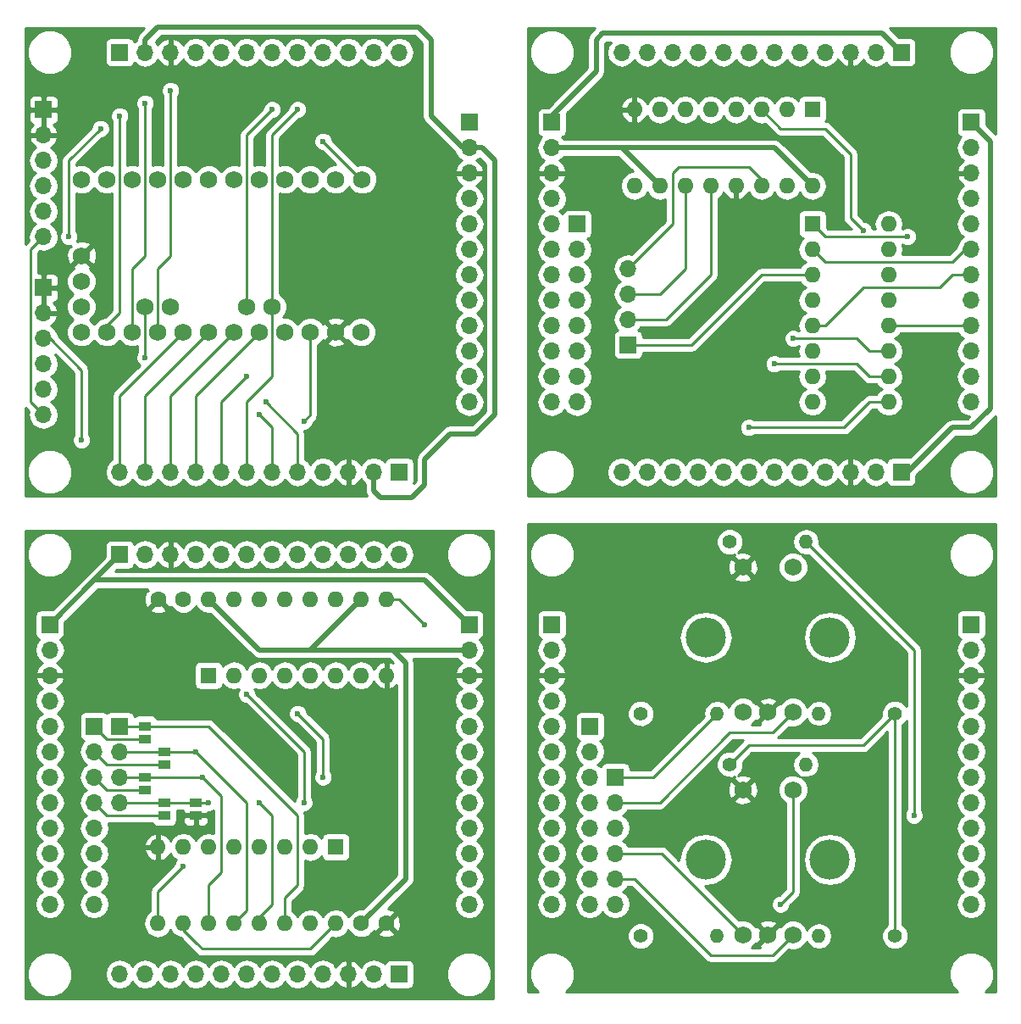
<source format=gbr>
G04 #@! TF.FileFunction,Copper,L2,Bot,Signal*
%FSLAX46Y46*%
G04 Gerber Fmt 4.6, Leading zero omitted, Abs format (unit mm)*
G04 Created by KiCad (PCBNEW 4.0.7+dfsg1-1~bpo9+1) date Wed May  2 15:41:06 2018*
%MOMM*%
%LPD*%
G01*
G04 APERTURE LIST*
%ADD10C,0.100000*%
%ADD11R,1.700000X1.700000*%
%ADD12O,1.700000X1.700000*%
%ADD13C,1.727200*%
%ADD14R,1.600000X1.600000*%
%ADD15O,1.600000X1.600000*%
%ADD16R,1.270000X0.970000*%
%ADD17C,1.600000*%
%ADD18C,1.400000*%
%ADD19O,1.400000X1.400000*%
%ADD20C,1.750000*%
%ADD21O,4.000000X4.000000*%
%ADD22C,0.600000*%
%ADD23C,0.250000*%
%ADD24C,0.500000*%
%ADD25C,0.254000*%
G04 APERTURE END LIST*
D10*
D11*
X119380000Y-34925000D03*
D12*
X121920000Y-34925000D03*
X124460000Y-34925000D03*
X127000000Y-34925000D03*
X129540000Y-34925000D03*
X132080000Y-34925000D03*
X134620000Y-34925000D03*
X137160000Y-34925000D03*
X139700000Y-34925000D03*
X142240000Y-34925000D03*
X144780000Y-34925000D03*
X147320000Y-34925000D03*
D11*
X154305000Y-41910000D03*
D12*
X154305000Y-44450000D03*
X154305000Y-46990000D03*
X154305000Y-49530000D03*
X154305000Y-52070000D03*
X154305000Y-54610000D03*
X154305000Y-57150000D03*
X154305000Y-59690000D03*
X154305000Y-62230000D03*
X154305000Y-64770000D03*
X154305000Y-67310000D03*
X154305000Y-69850000D03*
D11*
X147320000Y-76835000D03*
D12*
X144780000Y-76835000D03*
X142240000Y-76835000D03*
X139700000Y-76835000D03*
X137160000Y-76835000D03*
X134620000Y-76835000D03*
X132080000Y-76835000D03*
X129540000Y-76835000D03*
X127000000Y-76835000D03*
X124460000Y-76835000D03*
X121920000Y-76835000D03*
X119380000Y-76835000D03*
D13*
X118110000Y-62865000D03*
X120650000Y-62865000D03*
X123190000Y-62865000D03*
X125730000Y-62865000D03*
X128270000Y-62865000D03*
X130810000Y-62865000D03*
X133350000Y-62865000D03*
X132080000Y-60325000D03*
X134620000Y-60325000D03*
X115570000Y-57785000D03*
X115570000Y-60325000D03*
X121920000Y-60325000D03*
X124460000Y-60325000D03*
X115570000Y-55245000D03*
X135890000Y-62865000D03*
X138430000Y-62865000D03*
X140970000Y-62865000D03*
X143510000Y-62865000D03*
X115570000Y-62865000D03*
X143620000Y-47625000D03*
X140970000Y-47625000D03*
X138430000Y-47625000D03*
X135890000Y-47625000D03*
X133350000Y-47625000D03*
X130810000Y-47625000D03*
X128270000Y-47625000D03*
X125730000Y-47625000D03*
X123190000Y-47625000D03*
X120650000Y-47625000D03*
X118110000Y-47625000D03*
X115570000Y-47625000D03*
D11*
X111760000Y-58420000D03*
D12*
X111760000Y-60960000D03*
X111760000Y-63500000D03*
X111760000Y-66040000D03*
X111760000Y-68580000D03*
X111760000Y-71120000D03*
D11*
X111760000Y-40640000D03*
D12*
X111760000Y-43180000D03*
X111760000Y-45720000D03*
X111760000Y-48260000D03*
X111760000Y-50800000D03*
X111760000Y-53340000D03*
D11*
X162560000Y-41910000D03*
D12*
X162560000Y-44450000D03*
X162560000Y-46990000D03*
X162560000Y-49530000D03*
X162560000Y-52070000D03*
X162560000Y-54610000D03*
X162560000Y-57150000D03*
X162560000Y-59690000D03*
X162560000Y-62230000D03*
X162560000Y-64770000D03*
X162560000Y-67310000D03*
X162560000Y-69850000D03*
D11*
X165100000Y-52070000D03*
D12*
X165100000Y-54610000D03*
X165100000Y-57150000D03*
X165100000Y-59690000D03*
X165100000Y-62230000D03*
X165100000Y-64770000D03*
X165100000Y-67310000D03*
X165100000Y-69850000D03*
D11*
X197485000Y-34925000D03*
D12*
X194945000Y-34925000D03*
X192405000Y-34925000D03*
X189865000Y-34925000D03*
X187325000Y-34925000D03*
X184785000Y-34925000D03*
X182245000Y-34925000D03*
X179705000Y-34925000D03*
X177165000Y-34925000D03*
X174625000Y-34925000D03*
X172085000Y-34925000D03*
X169545000Y-34925000D03*
D11*
X197485000Y-76835000D03*
D12*
X194945000Y-76835000D03*
X192405000Y-76835000D03*
X189865000Y-76835000D03*
X187325000Y-76835000D03*
X184785000Y-76835000D03*
X182245000Y-76835000D03*
X179705000Y-76835000D03*
X177165000Y-76835000D03*
X174625000Y-76835000D03*
X172085000Y-76835000D03*
X169545000Y-76835000D03*
D11*
X204470000Y-41910000D03*
D12*
X204470000Y-44450000D03*
X204470000Y-46990000D03*
X204470000Y-49530000D03*
X204470000Y-52070000D03*
X204470000Y-54610000D03*
X204470000Y-57150000D03*
X204470000Y-59690000D03*
X204470000Y-62230000D03*
X204470000Y-64770000D03*
X204470000Y-67310000D03*
X204470000Y-69850000D03*
D14*
X188595000Y-40640000D03*
D15*
X170815000Y-48260000D03*
X186055000Y-40640000D03*
X173355000Y-48260000D03*
X183515000Y-40640000D03*
X175895000Y-48260000D03*
X180975000Y-40640000D03*
X178435000Y-48260000D03*
X178435000Y-40640000D03*
X180975000Y-48260000D03*
X175895000Y-40640000D03*
X183515000Y-48260000D03*
X173355000Y-40640000D03*
X186055000Y-48260000D03*
X170815000Y-40640000D03*
X188595000Y-48260000D03*
D14*
X188595000Y-52070000D03*
D15*
X196215000Y-69850000D03*
X188595000Y-54610000D03*
X196215000Y-67310000D03*
X188595000Y-57150000D03*
X196215000Y-64770000D03*
X188595000Y-59690000D03*
X196215000Y-62230000D03*
X188595000Y-62230000D03*
X196215000Y-59690000D03*
X188595000Y-64770000D03*
X196215000Y-57150000D03*
X188595000Y-67310000D03*
X196215000Y-54610000D03*
X188595000Y-69850000D03*
X196215000Y-52070000D03*
D11*
X170180000Y-64135000D03*
D12*
X170180000Y-61595000D03*
X170180000Y-59055000D03*
X170180000Y-56515000D03*
D11*
X112395000Y-92075000D03*
D12*
X112395000Y-94615000D03*
X112395000Y-97155000D03*
X112395000Y-99695000D03*
X112395000Y-102235000D03*
X112395000Y-104775000D03*
X112395000Y-107315000D03*
X112395000Y-109855000D03*
X112395000Y-112395000D03*
X112395000Y-114935000D03*
X112395000Y-117475000D03*
X112395000Y-120015000D03*
D14*
X140970000Y-114300000D03*
D15*
X123190000Y-121920000D03*
X138430000Y-114300000D03*
X125730000Y-121920000D03*
X135890000Y-114300000D03*
X128270000Y-121920000D03*
X133350000Y-114300000D03*
X130810000Y-121920000D03*
X130810000Y-114300000D03*
X133350000Y-121920000D03*
X128270000Y-114300000D03*
X135890000Y-121920000D03*
X125730000Y-114300000D03*
X138430000Y-121920000D03*
X123190000Y-114300000D03*
X140970000Y-121920000D03*
D11*
X116840000Y-102235000D03*
D12*
X116840000Y-104775000D03*
X116840000Y-107315000D03*
X116840000Y-109855000D03*
X116840000Y-112395000D03*
X116840000Y-114935000D03*
X116840000Y-117475000D03*
X116840000Y-120015000D03*
D16*
X127000000Y-109850000D03*
X127000000Y-111130000D03*
D11*
X119380000Y-102235000D03*
D12*
X119380000Y-104775000D03*
X119380000Y-107315000D03*
X119380000Y-109855000D03*
D17*
X143510000Y-121920000D03*
X146010000Y-121920000D03*
X125730000Y-89535000D03*
X123230000Y-89535000D03*
D16*
X121920000Y-102230000D03*
X121920000Y-103510000D03*
X123825000Y-104770000D03*
X123825000Y-106050000D03*
X121920000Y-107310000D03*
X121920000Y-108590000D03*
X123825000Y-109850000D03*
X123825000Y-111130000D03*
D11*
X154305000Y-92075000D03*
D12*
X154305000Y-94615000D03*
X154305000Y-97155000D03*
X154305000Y-99695000D03*
X154305000Y-102235000D03*
X154305000Y-104775000D03*
X154305000Y-107315000D03*
X154305000Y-109855000D03*
X154305000Y-112395000D03*
X154305000Y-114935000D03*
X154305000Y-117475000D03*
X154305000Y-120015000D03*
D11*
X147320000Y-127000000D03*
D12*
X144780000Y-127000000D03*
X142240000Y-127000000D03*
X139700000Y-127000000D03*
X137160000Y-127000000D03*
X134620000Y-127000000D03*
X132080000Y-127000000D03*
X129540000Y-127000000D03*
X127000000Y-127000000D03*
X124460000Y-127000000D03*
X121920000Y-127000000D03*
X119380000Y-127000000D03*
D11*
X119380000Y-85090000D03*
D12*
X121920000Y-85090000D03*
X124460000Y-85090000D03*
X127000000Y-85090000D03*
X129540000Y-85090000D03*
X132080000Y-85090000D03*
X134620000Y-85090000D03*
X137160000Y-85090000D03*
X139700000Y-85090000D03*
X142240000Y-85090000D03*
X144780000Y-85090000D03*
X147320000Y-85090000D03*
D14*
X128270000Y-97155000D03*
D15*
X146050000Y-89535000D03*
X130810000Y-97155000D03*
X143510000Y-89535000D03*
X133350000Y-97155000D03*
X140970000Y-89535000D03*
X135890000Y-97155000D03*
X138430000Y-89535000D03*
X138430000Y-97155000D03*
X135890000Y-89535000D03*
X140970000Y-97155000D03*
X133350000Y-89535000D03*
X143510000Y-97155000D03*
X130810000Y-89535000D03*
X146050000Y-97155000D03*
X128270000Y-89535000D03*
D11*
X162560000Y-92075000D03*
D12*
X162560000Y-94615000D03*
X162560000Y-97155000D03*
X162560000Y-99695000D03*
X162560000Y-102235000D03*
X162560000Y-104775000D03*
X162560000Y-107315000D03*
X162560000Y-109855000D03*
X162560000Y-112395000D03*
X162560000Y-114935000D03*
X162560000Y-117475000D03*
X162560000Y-120015000D03*
D11*
X204470000Y-92075000D03*
D12*
X204470000Y-94615000D03*
X204470000Y-97155000D03*
X204470000Y-99695000D03*
X204470000Y-102235000D03*
X204470000Y-104775000D03*
X204470000Y-107315000D03*
X204470000Y-109855000D03*
X204470000Y-112395000D03*
X204470000Y-114935000D03*
X204470000Y-117475000D03*
X204470000Y-120015000D03*
D11*
X166370000Y-102235000D03*
D12*
X166370000Y-104775000D03*
X166370000Y-107315000D03*
X166370000Y-109855000D03*
X166370000Y-112395000D03*
X166370000Y-114935000D03*
X166370000Y-117475000D03*
X166370000Y-120015000D03*
D11*
X168910000Y-107315000D03*
D12*
X168910000Y-109855000D03*
X168910000Y-112395000D03*
X168910000Y-114935000D03*
X168910000Y-117475000D03*
X168910000Y-120015000D03*
D18*
X171450000Y-100965000D03*
D19*
X179070000Y-100965000D03*
D18*
X196850000Y-100965000D03*
D19*
X189230000Y-100965000D03*
D18*
X180340000Y-83820000D03*
D19*
X187960000Y-83820000D03*
D18*
X171450000Y-123190000D03*
D19*
X179070000Y-123190000D03*
D18*
X180340000Y-106045000D03*
D19*
X187960000Y-106045000D03*
D18*
X196850000Y-123190000D03*
D19*
X189230000Y-123190000D03*
D20*
X181650000Y-100845000D03*
X186650000Y-100845000D03*
X184150000Y-100845000D03*
X186650000Y-86345000D03*
X181650000Y-86345000D03*
D21*
X190350000Y-93345000D03*
X177950000Y-93345000D03*
D20*
X181650000Y-123070000D03*
X186650000Y-123070000D03*
X184150000Y-123070000D03*
X186650000Y-108570000D03*
X181650000Y-108570000D03*
D21*
X190350000Y-115570000D03*
X177950000Y-115570000D03*
D22*
X137160000Y-40640000D03*
X132080000Y-67310000D03*
X134620000Y-40640000D03*
X115570000Y-73660000D03*
X124460000Y-38735000D03*
X121920000Y-40005000D03*
X119380000Y-41275000D03*
X114300000Y-53340000D03*
X117475000Y-42545000D03*
X139700000Y-43815000D03*
X133985000Y-69850000D03*
X133350000Y-71120000D03*
X121920000Y-65405000D03*
X137795000Y-71755000D03*
X186690000Y-63500000D03*
X184785000Y-66040000D03*
X182245000Y-72390000D03*
X193675000Y-52705000D03*
X198120000Y-53340000D03*
X127000000Y-104775000D03*
X139700000Y-107315000D03*
X137160000Y-100965000D03*
X127635000Y-107315000D03*
X149860000Y-92075000D03*
X125730000Y-116205000D03*
X137795000Y-109855000D03*
X132080000Y-99060000D03*
X133350000Y-109855000D03*
X128270000Y-109855000D03*
X198755000Y-111125000D03*
X185420000Y-120015000D03*
D23*
X134620000Y-67310000D02*
X134620000Y-60325000D01*
X132080000Y-76835000D02*
X132080000Y-69850000D01*
X132080000Y-69850000D02*
X134620000Y-67310000D01*
X134620000Y-43180000D02*
X137160000Y-40640000D01*
X134620000Y-60325000D02*
X134620000Y-43180000D01*
X129540000Y-76835000D02*
X129540000Y-69850000D01*
X129540000Y-69850000D02*
X132080000Y-67310000D01*
X132080000Y-43180000D02*
X134620000Y-40640000D01*
X132080000Y-60325000D02*
X132080000Y-43180000D01*
X115570000Y-66675000D02*
X112395000Y-63500000D01*
X115570000Y-73660000D02*
X115570000Y-66675000D01*
X112395000Y-63500000D02*
X111760000Y-63500000D01*
D24*
X153670000Y-44450000D02*
X150495000Y-41275000D01*
X154940000Y-73025000D02*
X152400000Y-73025000D01*
X149860000Y-75565000D02*
X149860000Y-78105000D01*
X152400000Y-73025000D02*
X149860000Y-75565000D01*
X148590000Y-79375000D02*
X149860000Y-78105000D01*
X144780000Y-78740000D02*
X145415000Y-79375000D01*
X145415000Y-79375000D02*
X148590000Y-79375000D01*
X144780000Y-77470000D02*
X144780000Y-78740000D01*
X154940000Y-44450000D02*
X155575000Y-44450000D01*
X155575000Y-44450000D02*
X156845000Y-45720000D01*
X156845000Y-45720000D02*
X156845000Y-71120000D01*
X156845000Y-71120000D02*
X154940000Y-73025000D01*
X121920000Y-34290000D02*
X121920000Y-33655000D01*
X121920000Y-33655000D02*
X123190000Y-32385000D01*
X150495000Y-33655000D02*
X150495000Y-41275000D01*
X149225000Y-32385000D02*
X150495000Y-33655000D01*
X123190000Y-32385000D02*
X149225000Y-32385000D01*
X153670000Y-44450000D02*
X154940000Y-44450000D01*
D23*
X196850000Y-123190000D02*
X196850000Y-100965000D01*
X196850000Y-100965000D02*
X193675000Y-104140000D01*
X182245000Y-104140000D02*
X180340000Y-106045000D01*
X193675000Y-104140000D02*
X182245000Y-104140000D01*
D24*
X197485000Y-34925000D02*
X195580000Y-33020000D01*
X167005000Y-36830000D02*
X162560000Y-41275000D01*
X167005000Y-33655000D02*
X167005000Y-36830000D01*
X167640000Y-33020000D02*
X167005000Y-33655000D01*
X195580000Y-33020000D02*
X167640000Y-33020000D01*
X162560000Y-41275000D02*
X162560000Y-41910000D01*
X197485000Y-76835000D02*
X198120000Y-76835000D01*
X198120000Y-76835000D02*
X202565000Y-72390000D01*
X202565000Y-72390000D02*
X204470000Y-72390000D01*
X204470000Y-72390000D02*
X206375000Y-70485000D01*
X206375000Y-70485000D02*
X206375000Y-43815000D01*
X206375000Y-43815000D02*
X204470000Y-41910000D01*
X116840000Y-87630000D02*
X119380000Y-85090000D01*
X112395000Y-92075000D02*
X116840000Y-87630000D01*
X149860000Y-87630000D02*
X154305000Y-92075000D01*
X116840000Y-87630000D02*
X149860000Y-87630000D01*
D23*
X123190000Y-56515000D02*
X123190000Y-62865000D01*
X124460000Y-55245000D02*
X123190000Y-56515000D01*
X124460000Y-38735000D02*
X124460000Y-55245000D01*
X120650000Y-56515000D02*
X120650000Y-62865000D01*
X121920000Y-55245000D02*
X120650000Y-56515000D01*
X121920000Y-40005000D02*
X121920000Y-55245000D01*
X119380000Y-41275000D02*
X119380000Y-60960000D01*
X119380000Y-60960000D02*
X118110000Y-62230000D01*
X118110000Y-62230000D02*
X118110000Y-62865000D01*
X117475000Y-42545000D02*
X114300000Y-45720000D01*
X114300000Y-45720000D02*
X114300000Y-53340000D01*
X143620000Y-47625000D02*
X143510000Y-47625000D01*
X143510000Y-47625000D02*
X139700000Y-43815000D01*
X119380000Y-76835000D02*
X119380000Y-69215000D01*
X119380000Y-69215000D02*
X125730000Y-62865000D01*
X121920000Y-76835000D02*
X121920000Y-69215000D01*
X121920000Y-69215000D02*
X128270000Y-62865000D01*
X124460000Y-76835000D02*
X124460000Y-69215000D01*
X124460000Y-69215000D02*
X130810000Y-62865000D01*
X127000000Y-76835000D02*
X127000000Y-69215000D01*
X127000000Y-69215000D02*
X133350000Y-62865000D01*
X137160000Y-74930000D02*
X137160000Y-73025000D01*
X137160000Y-73025000D02*
X133985000Y-69850000D01*
X137160000Y-74930000D02*
X137160000Y-76835000D01*
X134620000Y-74295000D02*
X134620000Y-72390000D01*
X134620000Y-72390000D02*
X133350000Y-71120000D01*
X134620000Y-76835000D02*
X134620000Y-74295000D01*
X121920000Y-65405000D02*
X121920000Y-60325000D01*
X138430000Y-62865000D02*
X138430000Y-71120000D01*
X138430000Y-71120000D02*
X137795000Y-71755000D01*
X111760000Y-53340000D02*
X110490000Y-54610000D01*
X110490000Y-69850000D02*
X111760000Y-71120000D01*
X110490000Y-54610000D02*
X110490000Y-69850000D01*
X121920000Y-103510000D02*
X118115000Y-103510000D01*
X118115000Y-103510000D02*
X116840000Y-102235000D01*
X123825000Y-106050000D02*
X118115000Y-106050000D01*
X118115000Y-106050000D02*
X116840000Y-104775000D01*
X121920000Y-108590000D02*
X118115000Y-108590000D01*
X118115000Y-108590000D02*
X116840000Y-107315000D01*
X123825000Y-111130000D02*
X118115000Y-111130000D01*
X118115000Y-111130000D02*
X116840000Y-109855000D01*
D24*
X169545000Y-44450000D02*
X184785000Y-44450000D01*
X184785000Y-44450000D02*
X188595000Y-48260000D01*
X162560000Y-44450000D02*
X169545000Y-44450000D01*
X169545000Y-44450000D02*
X173355000Y-48260000D01*
D23*
X125730000Y-121920000D02*
X125730000Y-122555000D01*
X125730000Y-122555000D02*
X127000000Y-123825000D01*
X127000000Y-123825000D02*
X127635000Y-124460000D01*
X127635000Y-124460000D02*
X138430000Y-124460000D01*
X138430000Y-124460000D02*
X140970000Y-121920000D01*
D24*
X146685000Y-94615000D02*
X147955000Y-95885000D01*
X147955000Y-117475000D02*
X143510000Y-121920000D01*
X147955000Y-95885000D02*
X147955000Y-117475000D01*
X143510000Y-89535000D02*
X138430000Y-94615000D01*
X128270000Y-89535000D02*
X133350000Y-94615000D01*
X133350000Y-94615000D02*
X138430000Y-94615000D01*
X138430000Y-94615000D02*
X146685000Y-94615000D01*
X146685000Y-94615000D02*
X154305000Y-94615000D01*
D23*
X196215000Y-64770000D02*
X194310000Y-64770000D01*
X193040000Y-63500000D02*
X186690000Y-63500000D01*
X194310000Y-64770000D02*
X193040000Y-63500000D01*
X196215000Y-67310000D02*
X194310000Y-67310000D01*
X193040000Y-66040000D02*
X184785000Y-66040000D01*
X194310000Y-67310000D02*
X193040000Y-66040000D01*
X196215000Y-69850000D02*
X194310000Y-69850000D01*
X191770000Y-72390000D02*
X182245000Y-72390000D01*
X194310000Y-69850000D02*
X191770000Y-72390000D01*
X185420000Y-42545000D02*
X183515000Y-40640000D01*
X189865000Y-42545000D02*
X185420000Y-42545000D01*
X192405000Y-45085000D02*
X189865000Y-42545000D01*
X192405000Y-51435000D02*
X192405000Y-45085000D01*
X193675000Y-52705000D02*
X192405000Y-51435000D01*
X204470000Y-54610000D02*
X203835000Y-54610000D01*
X203835000Y-54610000D02*
X202565000Y-55880000D01*
X202565000Y-55880000D02*
X189865000Y-55880000D01*
X189865000Y-55880000D02*
X188595000Y-54610000D01*
X188595000Y-62230000D02*
X189865000Y-62230000D01*
X202565000Y-57150000D02*
X204470000Y-57150000D01*
X201295000Y-58420000D02*
X202565000Y-57150000D01*
X193675000Y-58420000D02*
X201295000Y-58420000D01*
X189865000Y-62230000D02*
X193675000Y-58420000D01*
X188595000Y-52070000D02*
X189865000Y-53340000D01*
X189865000Y-53340000D02*
X198120000Y-53340000D01*
X204470000Y-62230000D02*
X196215000Y-62230000D01*
X188595000Y-57150000D02*
X183515000Y-57150000D01*
X176530000Y-64135000D02*
X183515000Y-57150000D01*
X176530000Y-64135000D02*
X170180000Y-64135000D01*
X170180000Y-61595000D02*
X173990000Y-61595000D01*
X178435000Y-57150000D02*
X178435000Y-48260000D01*
X173990000Y-61595000D02*
X178435000Y-57150000D01*
X170180000Y-59055000D02*
X173355000Y-59055000D01*
X175895000Y-56515000D02*
X175895000Y-48260000D01*
X173355000Y-59055000D02*
X175895000Y-56515000D01*
X170180000Y-56515000D02*
X174625000Y-52070000D01*
X182245000Y-46355000D02*
X183515000Y-47625000D01*
X181610000Y-46355000D02*
X182245000Y-46355000D01*
X175260000Y-46355000D02*
X181610000Y-46355000D01*
X174625000Y-46990000D02*
X175260000Y-46355000D01*
X174625000Y-52070000D02*
X174625000Y-46990000D01*
X183515000Y-47625000D02*
X183515000Y-48260000D01*
X127000000Y-104775000D02*
X126995000Y-104770000D01*
X126365000Y-104770000D02*
X126995000Y-104770000D01*
X132080000Y-109855000D02*
X132080000Y-110490000D01*
X126995000Y-104770000D02*
X132080000Y-109855000D01*
X123825000Y-104770000D02*
X126365000Y-104770000D01*
X132080000Y-120650000D02*
X130810000Y-121920000D01*
X132080000Y-110490000D02*
X132080000Y-120650000D01*
X119380000Y-104775000D02*
X123820000Y-104775000D01*
X123820000Y-104775000D02*
X123825000Y-104770000D01*
X139700000Y-103505000D02*
X139700000Y-107315000D01*
X137160000Y-100965000D02*
X139700000Y-103505000D01*
X127635000Y-107315000D02*
X127630000Y-107310000D01*
X128270000Y-121920000D02*
X128270000Y-118110000D01*
X127630000Y-107310000D02*
X121920000Y-107310000D01*
X129540000Y-109220000D02*
X127630000Y-107310000D01*
X129540000Y-116840000D02*
X129540000Y-109220000D01*
X128270000Y-118110000D02*
X129540000Y-116840000D01*
X121920000Y-107310000D02*
X119385000Y-107310000D01*
X119385000Y-107310000D02*
X119380000Y-107315000D01*
X134620000Y-108585000D02*
X137160000Y-111125000D01*
X137160000Y-111125000D02*
X137160000Y-111760000D01*
X137160000Y-118110000D02*
X135890000Y-119380000D01*
X135890000Y-121920000D02*
X135890000Y-119380000D01*
X137160000Y-111760000D02*
X137160000Y-118110000D01*
X128265000Y-102230000D02*
X121920000Y-102230000D01*
X134620000Y-108585000D02*
X128265000Y-102230000D01*
X121920000Y-102230000D02*
X119385000Y-102230000D01*
X119385000Y-102230000D02*
X119380000Y-102235000D01*
X146050000Y-89535000D02*
X147320000Y-89535000D01*
X147320000Y-89535000D02*
X149860000Y-92075000D01*
X124460000Y-117475000D02*
X123190000Y-118745000D01*
X123190000Y-118745000D02*
X123190000Y-120650000D01*
X124460000Y-117475000D02*
X125730000Y-116205000D01*
X123190000Y-120650000D02*
X123190000Y-121920000D01*
X137795000Y-104775000D02*
X137795000Y-109855000D01*
X132080000Y-99060000D02*
X137795000Y-104775000D01*
X133350000Y-121920000D02*
X133350000Y-121285000D01*
X133350000Y-121285000D02*
X134620000Y-120015000D01*
X134620000Y-111125000D02*
X133350000Y-109855000D01*
X134620000Y-120015000D02*
X134620000Y-111125000D01*
X127000000Y-109850000D02*
X128265000Y-109850000D01*
X128265000Y-109850000D02*
X128270000Y-109855000D01*
X123825000Y-109850000D02*
X127000000Y-109850000D01*
X123825000Y-109850000D02*
X119385000Y-109850000D01*
X119385000Y-109850000D02*
X119380000Y-109855000D01*
X168910000Y-107315000D02*
X172720000Y-107315000D01*
X172720000Y-107315000D02*
X179070000Y-100965000D01*
X168910000Y-109855000D02*
X173355000Y-109855000D01*
X184625000Y-102870000D02*
X186650000Y-100845000D01*
X180340000Y-102870000D02*
X184625000Y-102870000D01*
X173355000Y-109855000D02*
X180340000Y-102870000D01*
X198755000Y-94615000D02*
X187960000Y-83820000D01*
X198755000Y-111125000D02*
X198755000Y-94615000D01*
X168910000Y-114935000D02*
X173515000Y-114935000D01*
X173515000Y-114935000D02*
X181650000Y-123070000D01*
X168910000Y-117475000D02*
X170815000Y-117475000D01*
X184625000Y-125095000D02*
X186650000Y-123070000D01*
X178435000Y-125095000D02*
X184625000Y-125095000D01*
X170815000Y-117475000D02*
X178435000Y-125095000D01*
X186690000Y-118745000D02*
X186690000Y-108610000D01*
X185420000Y-120015000D02*
X186690000Y-118745000D01*
X186690000Y-108610000D02*
X186650000Y-108570000D01*
D25*
G36*
X121294210Y-33029210D02*
X121102367Y-33316325D01*
X121102367Y-33316326D01*
X121034999Y-33655000D01*
X121035000Y-33655005D01*
X121035000Y-33735568D01*
X120869946Y-33845853D01*
X120842150Y-33887452D01*
X120833162Y-33839683D01*
X120694090Y-33623559D01*
X120481890Y-33478569D01*
X120230000Y-33427560D01*
X118530000Y-33427560D01*
X118294683Y-33471838D01*
X118078559Y-33610910D01*
X117933569Y-33823110D01*
X117882560Y-34075000D01*
X117882560Y-35775000D01*
X117926838Y-36010317D01*
X118065910Y-36226441D01*
X118278110Y-36371431D01*
X118530000Y-36422440D01*
X120230000Y-36422440D01*
X120465317Y-36378162D01*
X120681441Y-36239090D01*
X120826431Y-36026890D01*
X120840086Y-35959459D01*
X120869946Y-36004147D01*
X121351715Y-36326054D01*
X121920000Y-36439093D01*
X122488285Y-36326054D01*
X122970054Y-36004147D01*
X123197702Y-35663447D01*
X123264817Y-35806358D01*
X123693076Y-36196645D01*
X124103110Y-36366476D01*
X124333000Y-36245155D01*
X124333000Y-35052000D01*
X124313000Y-35052000D01*
X124313000Y-34798000D01*
X124333000Y-34798000D01*
X124333000Y-33604845D01*
X124587000Y-33604845D01*
X124587000Y-34798000D01*
X124607000Y-34798000D01*
X124607000Y-35052000D01*
X124587000Y-35052000D01*
X124587000Y-36245155D01*
X124816890Y-36366476D01*
X125226924Y-36196645D01*
X125655183Y-35806358D01*
X125722298Y-35663447D01*
X125949946Y-36004147D01*
X126431715Y-36326054D01*
X127000000Y-36439093D01*
X127568285Y-36326054D01*
X128050054Y-36004147D01*
X128270000Y-35674974D01*
X128489946Y-36004147D01*
X128971715Y-36326054D01*
X129540000Y-36439093D01*
X130108285Y-36326054D01*
X130590054Y-36004147D01*
X130810000Y-35674974D01*
X131029946Y-36004147D01*
X131511715Y-36326054D01*
X132080000Y-36439093D01*
X132648285Y-36326054D01*
X133130054Y-36004147D01*
X133350000Y-35674974D01*
X133569946Y-36004147D01*
X134051715Y-36326054D01*
X134620000Y-36439093D01*
X135188285Y-36326054D01*
X135670054Y-36004147D01*
X135890000Y-35674974D01*
X136109946Y-36004147D01*
X136591715Y-36326054D01*
X137160000Y-36439093D01*
X137728285Y-36326054D01*
X138210054Y-36004147D01*
X138430000Y-35674974D01*
X138649946Y-36004147D01*
X139131715Y-36326054D01*
X139700000Y-36439093D01*
X140268285Y-36326054D01*
X140750054Y-36004147D01*
X140970000Y-35674974D01*
X141189946Y-36004147D01*
X141671715Y-36326054D01*
X142240000Y-36439093D01*
X142808285Y-36326054D01*
X143290054Y-36004147D01*
X143510000Y-35674974D01*
X143729946Y-36004147D01*
X144211715Y-36326054D01*
X144780000Y-36439093D01*
X145348285Y-36326054D01*
X145830054Y-36004147D01*
X146050000Y-35674974D01*
X146269946Y-36004147D01*
X146751715Y-36326054D01*
X147320000Y-36439093D01*
X147888285Y-36326054D01*
X148370054Y-36004147D01*
X148691961Y-35522378D01*
X148805000Y-34954093D01*
X148805000Y-34895907D01*
X148691961Y-34327622D01*
X148370054Y-33845853D01*
X147888285Y-33523946D01*
X147320000Y-33410907D01*
X146751715Y-33523946D01*
X146269946Y-33845853D01*
X146050000Y-34175026D01*
X145830054Y-33845853D01*
X145348285Y-33523946D01*
X144780000Y-33410907D01*
X144211715Y-33523946D01*
X143729946Y-33845853D01*
X143510000Y-34175026D01*
X143290054Y-33845853D01*
X142808285Y-33523946D01*
X142240000Y-33410907D01*
X141671715Y-33523946D01*
X141189946Y-33845853D01*
X140970000Y-34175026D01*
X140750054Y-33845853D01*
X140268285Y-33523946D01*
X139700000Y-33410907D01*
X139131715Y-33523946D01*
X138649946Y-33845853D01*
X138430000Y-34175026D01*
X138210054Y-33845853D01*
X137728285Y-33523946D01*
X137160000Y-33410907D01*
X136591715Y-33523946D01*
X136109946Y-33845853D01*
X135890000Y-34175026D01*
X135670054Y-33845853D01*
X135188285Y-33523946D01*
X134620000Y-33410907D01*
X134051715Y-33523946D01*
X133569946Y-33845853D01*
X133350000Y-34175026D01*
X133130054Y-33845853D01*
X132648285Y-33523946D01*
X132080000Y-33410907D01*
X131511715Y-33523946D01*
X131029946Y-33845853D01*
X130810000Y-34175026D01*
X130590054Y-33845853D01*
X130108285Y-33523946D01*
X129540000Y-33410907D01*
X128971715Y-33523946D01*
X128489946Y-33845853D01*
X128270000Y-34175026D01*
X128050054Y-33845853D01*
X127568285Y-33523946D01*
X127000000Y-33410907D01*
X126431715Y-33523946D01*
X125949946Y-33845853D01*
X125722298Y-34186553D01*
X125655183Y-34043642D01*
X125226924Y-33653355D01*
X124816890Y-33483524D01*
X124587000Y-33604845D01*
X124333000Y-33604845D01*
X124103110Y-33483524D01*
X123693076Y-33653355D01*
X123264817Y-34043642D01*
X123197702Y-34186553D01*
X122974329Y-33852251D01*
X123556579Y-33270000D01*
X148858420Y-33270000D01*
X149610000Y-34021579D01*
X149610000Y-41274995D01*
X149609999Y-41275000D01*
X149666190Y-41557484D01*
X149677367Y-41613675D01*
X149805424Y-41805327D01*
X149869210Y-41900790D01*
X152883396Y-44914975D01*
X152903946Y-45018285D01*
X153225853Y-45500054D01*
X153566553Y-45727702D01*
X153423642Y-45794817D01*
X153033355Y-46223076D01*
X152863524Y-46633110D01*
X152984845Y-46863000D01*
X154178000Y-46863000D01*
X154178000Y-46843000D01*
X154432000Y-46843000D01*
X154432000Y-46863000D01*
X155625155Y-46863000D01*
X155746476Y-46633110D01*
X155576645Y-46223076D01*
X155186358Y-45794817D01*
X155043447Y-45727702D01*
X155377749Y-45504329D01*
X155960000Y-46086579D01*
X155960000Y-70753421D01*
X154573420Y-72140000D01*
X152400000Y-72140000D01*
X152061325Y-72207367D01*
X151774210Y-72399210D01*
X151774208Y-72399213D01*
X149234210Y-74939210D01*
X149042367Y-75226325D01*
X149042367Y-75226326D01*
X148974999Y-75565000D01*
X148975000Y-75565005D01*
X148975000Y-77738421D01*
X148744643Y-77968777D01*
X148766431Y-77936890D01*
X148817440Y-77685000D01*
X148817440Y-75985000D01*
X148773162Y-75749683D01*
X148634090Y-75533559D01*
X148421890Y-75388569D01*
X148170000Y-75337560D01*
X146470000Y-75337560D01*
X146234683Y-75381838D01*
X146018559Y-75520910D01*
X145873569Y-75733110D01*
X145859914Y-75800541D01*
X145830054Y-75755853D01*
X145348285Y-75433946D01*
X144780000Y-75320907D01*
X144211715Y-75433946D01*
X143729946Y-75755853D01*
X143502298Y-76096553D01*
X143435183Y-75953642D01*
X143006924Y-75563355D01*
X142596890Y-75393524D01*
X142367000Y-75514845D01*
X142367000Y-76708000D01*
X142387000Y-76708000D01*
X142387000Y-76962000D01*
X142367000Y-76962000D01*
X142367000Y-78155155D01*
X142596890Y-78276476D01*
X143006924Y-78106645D01*
X143435183Y-77716358D01*
X143502298Y-77573447D01*
X143729946Y-77914147D01*
X143895000Y-78024432D01*
X143895000Y-78739995D01*
X143894999Y-78740000D01*
X143931328Y-78922633D01*
X143962367Y-79078675D01*
X144075506Y-79248000D01*
X109982000Y-79248000D01*
X109982000Y-77277619D01*
X110159613Y-77277619D01*
X110499155Y-78099372D01*
X111127321Y-78728636D01*
X111948481Y-79069611D01*
X112837619Y-79070387D01*
X113659372Y-78730845D01*
X114288636Y-78102679D01*
X114629611Y-77281519D01*
X114630387Y-76392381D01*
X114290845Y-75570628D01*
X113662679Y-74941364D01*
X112841519Y-74600389D01*
X111952381Y-74599613D01*
X111130628Y-74939155D01*
X110501364Y-75567321D01*
X110160389Y-76388481D01*
X110159613Y-77277619D01*
X109982000Y-77277619D01*
X109982000Y-70416802D01*
X110318790Y-70753592D01*
X110245907Y-71120000D01*
X110358946Y-71688285D01*
X110680853Y-72170054D01*
X111162622Y-72491961D01*
X111730907Y-72605000D01*
X111789093Y-72605000D01*
X112357378Y-72491961D01*
X112839147Y-72170054D01*
X113161054Y-71688285D01*
X113274093Y-71120000D01*
X113161054Y-70551715D01*
X112839147Y-70069946D01*
X112509974Y-69850000D01*
X112839147Y-69630054D01*
X113161054Y-69148285D01*
X113274093Y-68580000D01*
X113161054Y-68011715D01*
X112839147Y-67529946D01*
X112509974Y-67310000D01*
X112839147Y-67090054D01*
X113161054Y-66608285D01*
X113274093Y-66040000D01*
X113161054Y-65471715D01*
X112897549Y-65077351D01*
X114810000Y-66989802D01*
X114810000Y-73097537D01*
X114777808Y-73129673D01*
X114635162Y-73473201D01*
X114634838Y-73845167D01*
X114776883Y-74188943D01*
X115039673Y-74452192D01*
X115383201Y-74594838D01*
X115755167Y-74595162D01*
X116098943Y-74453117D01*
X116362192Y-74190327D01*
X116504838Y-73846799D01*
X116505162Y-73474833D01*
X116363117Y-73131057D01*
X116330000Y-73097882D01*
X116330000Y-66675000D01*
X116272148Y-66384161D01*
X116107401Y-66137599D01*
X113225498Y-63255696D01*
X113161054Y-62931715D01*
X112839147Y-62449946D01*
X112498447Y-62222298D01*
X112641358Y-62155183D01*
X113031645Y-61726924D01*
X113201476Y-61316890D01*
X113080155Y-61087000D01*
X111887000Y-61087000D01*
X111887000Y-61107000D01*
X111633000Y-61107000D01*
X111633000Y-61087000D01*
X111613000Y-61087000D01*
X111613000Y-60833000D01*
X111633000Y-60833000D01*
X111633000Y-58547000D01*
X111887000Y-58547000D01*
X111887000Y-60833000D01*
X113080155Y-60833000D01*
X113201476Y-60603110D01*
X113031645Y-60193076D01*
X112760122Y-59895136D01*
X112969698Y-59808327D01*
X113148327Y-59629699D01*
X113245000Y-59396310D01*
X113245000Y-58705750D01*
X113086250Y-58547000D01*
X111887000Y-58547000D01*
X111633000Y-58547000D01*
X111613000Y-58547000D01*
X111613000Y-58293000D01*
X111633000Y-58293000D01*
X111633000Y-57093750D01*
X111887000Y-57093750D01*
X111887000Y-58293000D01*
X113086250Y-58293000D01*
X113245000Y-58134250D01*
X113245000Y-57443690D01*
X113148327Y-57210301D01*
X112969698Y-57031673D01*
X112736309Y-56935000D01*
X112045750Y-56935000D01*
X111887000Y-57093750D01*
X111633000Y-57093750D01*
X111474250Y-56935000D01*
X111250000Y-56935000D01*
X111250000Y-54924802D01*
X111413031Y-54761771D01*
X111730907Y-54825000D01*
X111789093Y-54825000D01*
X112357378Y-54711961D01*
X112839147Y-54390054D01*
X113161054Y-53908285D01*
X113237260Y-53525167D01*
X113364838Y-53525167D01*
X113506883Y-53868943D01*
X113769673Y-54132192D01*
X114113201Y-54274838D01*
X114420498Y-54275106D01*
X114516193Y-54370801D01*
X114263484Y-54452741D01*
X114059752Y-55013030D01*
X114085942Y-55608635D01*
X114263484Y-56037259D01*
X114516195Y-56119200D01*
X115390395Y-55245000D01*
X115749605Y-55245000D01*
X116623805Y-56119200D01*
X116876516Y-56037259D01*
X117080248Y-55476970D01*
X117054058Y-54881365D01*
X116876516Y-54452741D01*
X116623805Y-54370800D01*
X115749605Y-55245000D01*
X115390395Y-55245000D01*
X115376253Y-55230858D01*
X115555858Y-55051253D01*
X115570000Y-55065395D01*
X116444200Y-54191195D01*
X116362259Y-53938484D01*
X115801970Y-53734752D01*
X115206365Y-53760942D01*
X115123331Y-53795336D01*
X115234838Y-53526799D01*
X115235162Y-53154833D01*
X115093117Y-52811057D01*
X115060000Y-52777882D01*
X115060000Y-49035889D01*
X115270602Y-49123339D01*
X115866782Y-49123859D01*
X116417780Y-48896192D01*
X116839710Y-48474997D01*
X116840095Y-48474069D01*
X117260003Y-48894710D01*
X117810602Y-49123339D01*
X118406782Y-49123859D01*
X118620000Y-49035759D01*
X118620000Y-60645198D01*
X117898982Y-61366216D01*
X117813218Y-61366141D01*
X117262220Y-61593808D01*
X116840290Y-62015003D01*
X116839905Y-62015931D01*
X116419997Y-61595290D01*
X116419069Y-61594905D01*
X116839710Y-61174997D01*
X117068339Y-60624398D01*
X117068859Y-60028218D01*
X116841192Y-59477220D01*
X116419997Y-59055290D01*
X116419069Y-59054905D01*
X116839710Y-58634997D01*
X117068339Y-58084398D01*
X117068859Y-57488218D01*
X116841192Y-56937220D01*
X116419997Y-56515290D01*
X116379463Y-56498459D01*
X116444200Y-56298805D01*
X115570000Y-55424605D01*
X114695800Y-56298805D01*
X114760399Y-56498033D01*
X114722220Y-56513808D01*
X114300290Y-56935003D01*
X114071661Y-57485602D01*
X114071141Y-58081782D01*
X114298808Y-58632780D01*
X114720003Y-59054710D01*
X114720931Y-59055095D01*
X114300290Y-59475003D01*
X114071661Y-60025602D01*
X114071141Y-60621782D01*
X114298808Y-61172780D01*
X114720003Y-61594710D01*
X114720931Y-61595095D01*
X114300290Y-62015003D01*
X114071661Y-62565602D01*
X114071141Y-63161782D01*
X114298808Y-63712780D01*
X114720003Y-64134710D01*
X115270602Y-64363339D01*
X115866782Y-64363859D01*
X116417780Y-64136192D01*
X116839710Y-63714997D01*
X116840095Y-63714069D01*
X117260003Y-64134710D01*
X117810602Y-64363339D01*
X118406782Y-64363859D01*
X118957780Y-64136192D01*
X119379710Y-63714997D01*
X119380095Y-63714069D01*
X119800003Y-64134710D01*
X120350602Y-64363339D01*
X120946782Y-64363859D01*
X121160000Y-64275759D01*
X121160000Y-64842537D01*
X121127808Y-64874673D01*
X120985162Y-65218201D01*
X120984838Y-65590167D01*
X121126883Y-65933943D01*
X121356369Y-66163829D01*
X118842599Y-68677599D01*
X118677852Y-68924161D01*
X118620000Y-69215000D01*
X118620000Y-75562046D01*
X118329946Y-75755853D01*
X118008039Y-76237622D01*
X117895000Y-76805907D01*
X117895000Y-76864093D01*
X118008039Y-77432378D01*
X118329946Y-77914147D01*
X118811715Y-78236054D01*
X119380000Y-78349093D01*
X119948285Y-78236054D01*
X120430054Y-77914147D01*
X120650000Y-77584974D01*
X120869946Y-77914147D01*
X121351715Y-78236054D01*
X121920000Y-78349093D01*
X122488285Y-78236054D01*
X122970054Y-77914147D01*
X123190000Y-77584974D01*
X123409946Y-77914147D01*
X123891715Y-78236054D01*
X124460000Y-78349093D01*
X125028285Y-78236054D01*
X125510054Y-77914147D01*
X125730000Y-77584974D01*
X125949946Y-77914147D01*
X126431715Y-78236054D01*
X127000000Y-78349093D01*
X127568285Y-78236054D01*
X128050054Y-77914147D01*
X128270000Y-77584974D01*
X128489946Y-77914147D01*
X128971715Y-78236054D01*
X129540000Y-78349093D01*
X130108285Y-78236054D01*
X130590054Y-77914147D01*
X130810000Y-77584974D01*
X131029946Y-77914147D01*
X131511715Y-78236054D01*
X132080000Y-78349093D01*
X132648285Y-78236054D01*
X133130054Y-77914147D01*
X133350000Y-77584974D01*
X133569946Y-77914147D01*
X134051715Y-78236054D01*
X134620000Y-78349093D01*
X135188285Y-78236054D01*
X135670054Y-77914147D01*
X135890000Y-77584974D01*
X136109946Y-77914147D01*
X136591715Y-78236054D01*
X137160000Y-78349093D01*
X137728285Y-78236054D01*
X138210054Y-77914147D01*
X138430000Y-77584974D01*
X138649946Y-77914147D01*
X139131715Y-78236054D01*
X139700000Y-78349093D01*
X140268285Y-78236054D01*
X140750054Y-77914147D01*
X140977702Y-77573447D01*
X141044817Y-77716358D01*
X141473076Y-78106645D01*
X141883110Y-78276476D01*
X142113000Y-78155155D01*
X142113000Y-76962000D01*
X142093000Y-76962000D01*
X142093000Y-76708000D01*
X142113000Y-76708000D01*
X142113000Y-75514845D01*
X141883110Y-75393524D01*
X141473076Y-75563355D01*
X141044817Y-75953642D01*
X140977702Y-76096553D01*
X140750054Y-75755853D01*
X140268285Y-75433946D01*
X139700000Y-75320907D01*
X139131715Y-75433946D01*
X138649946Y-75755853D01*
X138430000Y-76085026D01*
X138210054Y-75755853D01*
X137920000Y-75562046D01*
X137920000Y-73025000D01*
X137862148Y-72734161D01*
X137832663Y-72690034D01*
X137980167Y-72690162D01*
X138323943Y-72548117D01*
X138587192Y-72285327D01*
X138729838Y-71941799D01*
X138729879Y-71894923D01*
X138967401Y-71657401D01*
X139132148Y-71410839D01*
X139190000Y-71120000D01*
X139190000Y-64172462D01*
X139277780Y-64136192D01*
X139495546Y-63918805D01*
X140095800Y-63918805D01*
X140177741Y-64171516D01*
X140738030Y-64375248D01*
X141333635Y-64349058D01*
X141762259Y-64171516D01*
X141844200Y-63918805D01*
X140970000Y-63044605D01*
X140095800Y-63918805D01*
X139495546Y-63918805D01*
X139699710Y-63714997D01*
X139716541Y-63674463D01*
X139916195Y-63739200D01*
X140790395Y-62865000D01*
X141149605Y-62865000D01*
X142023805Y-63739200D01*
X142223033Y-63674601D01*
X142238808Y-63712780D01*
X142660003Y-64134710D01*
X143210602Y-64363339D01*
X143806782Y-64363859D01*
X144357780Y-64136192D01*
X144779710Y-63714997D01*
X145008339Y-63164398D01*
X145008859Y-62568218D01*
X144781192Y-62017220D01*
X144359997Y-61595290D01*
X143809398Y-61366661D01*
X143213218Y-61366141D01*
X142662220Y-61593808D01*
X142240290Y-62015003D01*
X142223459Y-62055537D01*
X142023805Y-61990800D01*
X141149605Y-62865000D01*
X140790395Y-62865000D01*
X139916195Y-61990800D01*
X139716967Y-62055399D01*
X139701192Y-62017220D01*
X139495526Y-61811195D01*
X140095800Y-61811195D01*
X140970000Y-62685395D01*
X141844200Y-61811195D01*
X141762259Y-61558484D01*
X141201970Y-61354752D01*
X140606365Y-61380942D01*
X140177741Y-61558484D01*
X140095800Y-61811195D01*
X139495526Y-61811195D01*
X139279997Y-61595290D01*
X138729398Y-61366661D01*
X138133218Y-61366141D01*
X137582220Y-61593808D01*
X137160290Y-62015003D01*
X137159905Y-62015931D01*
X136739997Y-61595290D01*
X136189398Y-61366661D01*
X135698141Y-61366233D01*
X135889710Y-61174997D01*
X136118339Y-60624398D01*
X136118859Y-60028218D01*
X135891192Y-59477220D01*
X135469997Y-59055290D01*
X135380000Y-59017920D01*
X135380000Y-49530000D01*
X152790907Y-49530000D01*
X152903946Y-50098285D01*
X153225853Y-50580054D01*
X153555026Y-50800000D01*
X153225853Y-51019946D01*
X152903946Y-51501715D01*
X152790907Y-52070000D01*
X152903946Y-52638285D01*
X153225853Y-53120054D01*
X153555026Y-53340000D01*
X153225853Y-53559946D01*
X152903946Y-54041715D01*
X152790907Y-54610000D01*
X152903946Y-55178285D01*
X153225853Y-55660054D01*
X153555026Y-55880000D01*
X153225853Y-56099946D01*
X152903946Y-56581715D01*
X152790907Y-57150000D01*
X152903946Y-57718285D01*
X153225853Y-58200054D01*
X153555026Y-58420000D01*
X153225853Y-58639946D01*
X152903946Y-59121715D01*
X152790907Y-59690000D01*
X152903946Y-60258285D01*
X153225853Y-60740054D01*
X153555026Y-60960000D01*
X153225853Y-61179946D01*
X152903946Y-61661715D01*
X152790907Y-62230000D01*
X152903946Y-62798285D01*
X153225853Y-63280054D01*
X153555026Y-63500000D01*
X153225853Y-63719946D01*
X152903946Y-64201715D01*
X152790907Y-64770000D01*
X152903946Y-65338285D01*
X153225853Y-65820054D01*
X153555026Y-66040000D01*
X153225853Y-66259946D01*
X152903946Y-66741715D01*
X152790907Y-67310000D01*
X152903946Y-67878285D01*
X153225853Y-68360054D01*
X153555026Y-68580000D01*
X153225853Y-68799946D01*
X152903946Y-69281715D01*
X152790907Y-69850000D01*
X152903946Y-70418285D01*
X153225853Y-70900054D01*
X153707622Y-71221961D01*
X154275907Y-71335000D01*
X154334093Y-71335000D01*
X154902378Y-71221961D01*
X155384147Y-70900054D01*
X155706054Y-70418285D01*
X155819093Y-69850000D01*
X155706054Y-69281715D01*
X155384147Y-68799946D01*
X155054974Y-68580000D01*
X155384147Y-68360054D01*
X155706054Y-67878285D01*
X155819093Y-67310000D01*
X155706054Y-66741715D01*
X155384147Y-66259946D01*
X155054974Y-66040000D01*
X155384147Y-65820054D01*
X155706054Y-65338285D01*
X155819093Y-64770000D01*
X155706054Y-64201715D01*
X155384147Y-63719946D01*
X155054974Y-63500000D01*
X155384147Y-63280054D01*
X155706054Y-62798285D01*
X155819093Y-62230000D01*
X155706054Y-61661715D01*
X155384147Y-61179946D01*
X155054974Y-60960000D01*
X155384147Y-60740054D01*
X155706054Y-60258285D01*
X155819093Y-59690000D01*
X155706054Y-59121715D01*
X155384147Y-58639946D01*
X155054974Y-58420000D01*
X155384147Y-58200054D01*
X155706054Y-57718285D01*
X155819093Y-57150000D01*
X155706054Y-56581715D01*
X155384147Y-56099946D01*
X155054974Y-55880000D01*
X155384147Y-55660054D01*
X155706054Y-55178285D01*
X155819093Y-54610000D01*
X155706054Y-54041715D01*
X155384147Y-53559946D01*
X155054974Y-53340000D01*
X155384147Y-53120054D01*
X155706054Y-52638285D01*
X155819093Y-52070000D01*
X155706054Y-51501715D01*
X155384147Y-51019946D01*
X155054974Y-50800000D01*
X155384147Y-50580054D01*
X155706054Y-50098285D01*
X155819093Y-49530000D01*
X155706054Y-48961715D01*
X155384147Y-48479946D01*
X155043447Y-48252298D01*
X155186358Y-48185183D01*
X155576645Y-47756924D01*
X155746476Y-47346890D01*
X155625155Y-47117000D01*
X154432000Y-47117000D01*
X154432000Y-47137000D01*
X154178000Y-47137000D01*
X154178000Y-47117000D01*
X152984845Y-47117000D01*
X152863524Y-47346890D01*
X153033355Y-47756924D01*
X153423642Y-48185183D01*
X153566553Y-48252298D01*
X153225853Y-48479946D01*
X152903946Y-48961715D01*
X152790907Y-49530000D01*
X135380000Y-49530000D01*
X135380000Y-49035889D01*
X135590602Y-49123339D01*
X136186782Y-49123859D01*
X136737780Y-48896192D01*
X137159710Y-48474997D01*
X137160095Y-48474069D01*
X137580003Y-48894710D01*
X138130602Y-49123339D01*
X138726782Y-49123859D01*
X139277780Y-48896192D01*
X139699710Y-48474997D01*
X139700095Y-48474069D01*
X140120003Y-48894710D01*
X140670602Y-49123339D01*
X141266782Y-49123859D01*
X141817780Y-48896192D01*
X142239710Y-48474997D01*
X142294853Y-48342198D01*
X142348808Y-48472780D01*
X142770003Y-48894710D01*
X143320602Y-49123339D01*
X143916782Y-49123859D01*
X144467780Y-48896192D01*
X144889710Y-48474997D01*
X145118339Y-47924398D01*
X145118859Y-47328218D01*
X144891192Y-46777220D01*
X144469997Y-46355290D01*
X143919398Y-46126661D01*
X143323218Y-46126141D01*
X143155318Y-46195516D01*
X140635122Y-43675320D01*
X140635162Y-43629833D01*
X140493117Y-43286057D01*
X140230327Y-43022808D01*
X139886799Y-42880162D01*
X139514833Y-42879838D01*
X139171057Y-43021883D01*
X138907808Y-43284673D01*
X138765162Y-43628201D01*
X138764838Y-44000167D01*
X138906883Y-44343943D01*
X139169673Y-44607192D01*
X139513201Y-44749838D01*
X139560077Y-44749879D01*
X140936569Y-46126371D01*
X140673218Y-46126141D01*
X140122220Y-46353808D01*
X139700290Y-46775003D01*
X139699905Y-46775931D01*
X139279997Y-46355290D01*
X138729398Y-46126661D01*
X138133218Y-46126141D01*
X137582220Y-46353808D01*
X137160290Y-46775003D01*
X137159905Y-46775931D01*
X136739997Y-46355290D01*
X136189398Y-46126661D01*
X135593218Y-46126141D01*
X135380000Y-46214241D01*
X135380000Y-43494802D01*
X137299680Y-41575122D01*
X137345167Y-41575162D01*
X137688943Y-41433117D01*
X137952192Y-41170327D01*
X138094838Y-40826799D01*
X138095162Y-40454833D01*
X137953117Y-40111057D01*
X137690327Y-39847808D01*
X137346799Y-39705162D01*
X136974833Y-39704838D01*
X136631057Y-39846883D01*
X136367808Y-40109673D01*
X136225162Y-40453201D01*
X136225121Y-40500077D01*
X134082599Y-42642599D01*
X133917852Y-42889161D01*
X133860000Y-43180000D01*
X133860000Y-46214111D01*
X133649398Y-46126661D01*
X133053218Y-46126141D01*
X132840000Y-46214241D01*
X132840000Y-43494802D01*
X134759680Y-41575122D01*
X134805167Y-41575162D01*
X135148943Y-41433117D01*
X135412192Y-41170327D01*
X135554838Y-40826799D01*
X135555162Y-40454833D01*
X135413117Y-40111057D01*
X135150327Y-39847808D01*
X134806799Y-39705162D01*
X134434833Y-39704838D01*
X134091057Y-39846883D01*
X133827808Y-40109673D01*
X133685162Y-40453201D01*
X133685121Y-40500077D01*
X131542599Y-42642599D01*
X131377852Y-42889161D01*
X131320000Y-43180000D01*
X131320000Y-46214111D01*
X131109398Y-46126661D01*
X130513218Y-46126141D01*
X129962220Y-46353808D01*
X129540290Y-46775003D01*
X129539905Y-46775931D01*
X129119997Y-46355290D01*
X128569398Y-46126661D01*
X127973218Y-46126141D01*
X127422220Y-46353808D01*
X127000290Y-46775003D01*
X126999905Y-46775931D01*
X126579997Y-46355290D01*
X126029398Y-46126661D01*
X125433218Y-46126141D01*
X125220000Y-46214241D01*
X125220000Y-39297463D01*
X125252192Y-39265327D01*
X125394838Y-38921799D01*
X125395162Y-38549833D01*
X125253117Y-38206057D01*
X124990327Y-37942808D01*
X124646799Y-37800162D01*
X124274833Y-37799838D01*
X123931057Y-37941883D01*
X123667808Y-38204673D01*
X123525162Y-38548201D01*
X123524838Y-38920167D01*
X123666883Y-39263943D01*
X123700000Y-39297118D01*
X123700000Y-46214111D01*
X123489398Y-46126661D01*
X122893218Y-46126141D01*
X122680000Y-46214241D01*
X122680000Y-40567463D01*
X122712192Y-40535327D01*
X122854838Y-40191799D01*
X122855162Y-39819833D01*
X122713117Y-39476057D01*
X122450327Y-39212808D01*
X122106799Y-39070162D01*
X121734833Y-39069838D01*
X121391057Y-39211883D01*
X121127808Y-39474673D01*
X120985162Y-39818201D01*
X120984838Y-40190167D01*
X121126883Y-40533943D01*
X121160000Y-40567118D01*
X121160000Y-46214111D01*
X120949398Y-46126661D01*
X120353218Y-46126141D01*
X120140000Y-46214241D01*
X120140000Y-41837463D01*
X120172192Y-41805327D01*
X120314838Y-41461799D01*
X120315162Y-41089833D01*
X120173117Y-40746057D01*
X119910327Y-40482808D01*
X119566799Y-40340162D01*
X119194833Y-40339838D01*
X118851057Y-40481883D01*
X118587808Y-40744673D01*
X118445162Y-41088201D01*
X118444838Y-41460167D01*
X118586883Y-41803943D01*
X118620000Y-41837118D01*
X118620000Y-46214111D01*
X118409398Y-46126661D01*
X117813218Y-46126141D01*
X117262220Y-46353808D01*
X116840290Y-46775003D01*
X116839905Y-46775931D01*
X116419997Y-46355290D01*
X115869398Y-46126661D01*
X115273218Y-46126141D01*
X115060000Y-46214241D01*
X115060000Y-46034802D01*
X117614680Y-43480122D01*
X117660167Y-43480162D01*
X118003943Y-43338117D01*
X118267192Y-43075327D01*
X118409838Y-42731799D01*
X118410162Y-42359833D01*
X118268117Y-42016057D01*
X118005327Y-41752808D01*
X117661799Y-41610162D01*
X117289833Y-41609838D01*
X116946057Y-41751883D01*
X116682808Y-42014673D01*
X116540162Y-42358201D01*
X116540121Y-42405077D01*
X113762599Y-45182599D01*
X113597852Y-45429161D01*
X113540000Y-45720000D01*
X113540000Y-52777537D01*
X113507808Y-52809673D01*
X113365162Y-53153201D01*
X113364838Y-53525167D01*
X113237260Y-53525167D01*
X113274093Y-53340000D01*
X113161054Y-52771715D01*
X112839147Y-52289946D01*
X112509974Y-52070000D01*
X112839147Y-51850054D01*
X113161054Y-51368285D01*
X113274093Y-50800000D01*
X113161054Y-50231715D01*
X112839147Y-49749946D01*
X112509974Y-49530000D01*
X112839147Y-49310054D01*
X113161054Y-48828285D01*
X113274093Y-48260000D01*
X113161054Y-47691715D01*
X112839147Y-47209946D01*
X112509974Y-46990000D01*
X112839147Y-46770054D01*
X113161054Y-46288285D01*
X113274093Y-45720000D01*
X113161054Y-45151715D01*
X112839147Y-44669946D01*
X112498447Y-44442298D01*
X112641358Y-44375183D01*
X113031645Y-43946924D01*
X113201476Y-43536890D01*
X113080155Y-43307000D01*
X111887000Y-43307000D01*
X111887000Y-43327000D01*
X111633000Y-43327000D01*
X111633000Y-43307000D01*
X110439845Y-43307000D01*
X110318524Y-43536890D01*
X110488355Y-43946924D01*
X110878642Y-44375183D01*
X111021553Y-44442298D01*
X110680853Y-44669946D01*
X110358946Y-45151715D01*
X110245907Y-45720000D01*
X110358946Y-46288285D01*
X110680853Y-46770054D01*
X111010026Y-46990000D01*
X110680853Y-47209946D01*
X110358946Y-47691715D01*
X110245907Y-48260000D01*
X110358946Y-48828285D01*
X110680853Y-49310054D01*
X111010026Y-49530000D01*
X110680853Y-49749946D01*
X110358946Y-50231715D01*
X110245907Y-50800000D01*
X110358946Y-51368285D01*
X110680853Y-51850054D01*
X111010026Y-52070000D01*
X110680853Y-52289946D01*
X110358946Y-52771715D01*
X110245907Y-53340000D01*
X110318790Y-53706408D01*
X109982000Y-54043198D01*
X109982000Y-40925750D01*
X110275000Y-40925750D01*
X110275000Y-41616310D01*
X110371673Y-41849699D01*
X110550302Y-42028327D01*
X110759878Y-42115136D01*
X110488355Y-42413076D01*
X110318524Y-42823110D01*
X110439845Y-43053000D01*
X111633000Y-43053000D01*
X111633000Y-40767000D01*
X111887000Y-40767000D01*
X111887000Y-43053000D01*
X113080155Y-43053000D01*
X113201476Y-42823110D01*
X113031645Y-42413076D01*
X112760122Y-42115136D01*
X112969698Y-42028327D01*
X113148327Y-41849699D01*
X113245000Y-41616310D01*
X113245000Y-40925750D01*
X113086250Y-40767000D01*
X111887000Y-40767000D01*
X111633000Y-40767000D01*
X110433750Y-40767000D01*
X110275000Y-40925750D01*
X109982000Y-40925750D01*
X109982000Y-39663690D01*
X110275000Y-39663690D01*
X110275000Y-40354250D01*
X110433750Y-40513000D01*
X111633000Y-40513000D01*
X111633000Y-39313750D01*
X111887000Y-39313750D01*
X111887000Y-40513000D01*
X113086250Y-40513000D01*
X113245000Y-40354250D01*
X113245000Y-39663690D01*
X113148327Y-39430301D01*
X112969698Y-39251673D01*
X112736309Y-39155000D01*
X112045750Y-39155000D01*
X111887000Y-39313750D01*
X111633000Y-39313750D01*
X111474250Y-39155000D01*
X110783691Y-39155000D01*
X110550302Y-39251673D01*
X110371673Y-39430301D01*
X110275000Y-39663690D01*
X109982000Y-39663690D01*
X109982000Y-35367619D01*
X110159613Y-35367619D01*
X110499155Y-36189372D01*
X111127321Y-36818636D01*
X111948481Y-37159611D01*
X112837619Y-37160387D01*
X113659372Y-36820845D01*
X114288636Y-36192679D01*
X114629611Y-35371519D01*
X114630387Y-34482381D01*
X114290845Y-33660628D01*
X113662679Y-33031364D01*
X112841519Y-32690389D01*
X111952381Y-32689613D01*
X111130628Y-33029155D01*
X110501364Y-33657321D01*
X110160389Y-34478481D01*
X110159613Y-35367619D01*
X109982000Y-35367619D01*
X109982000Y-32512000D01*
X121811420Y-32512000D01*
X121294210Y-33029210D01*
X121294210Y-33029210D01*
G37*
X121294210Y-33029210D02*
X121102367Y-33316325D01*
X121102367Y-33316326D01*
X121034999Y-33655000D01*
X121035000Y-33655005D01*
X121035000Y-33735568D01*
X120869946Y-33845853D01*
X120842150Y-33887452D01*
X120833162Y-33839683D01*
X120694090Y-33623559D01*
X120481890Y-33478569D01*
X120230000Y-33427560D01*
X118530000Y-33427560D01*
X118294683Y-33471838D01*
X118078559Y-33610910D01*
X117933569Y-33823110D01*
X117882560Y-34075000D01*
X117882560Y-35775000D01*
X117926838Y-36010317D01*
X118065910Y-36226441D01*
X118278110Y-36371431D01*
X118530000Y-36422440D01*
X120230000Y-36422440D01*
X120465317Y-36378162D01*
X120681441Y-36239090D01*
X120826431Y-36026890D01*
X120840086Y-35959459D01*
X120869946Y-36004147D01*
X121351715Y-36326054D01*
X121920000Y-36439093D01*
X122488285Y-36326054D01*
X122970054Y-36004147D01*
X123197702Y-35663447D01*
X123264817Y-35806358D01*
X123693076Y-36196645D01*
X124103110Y-36366476D01*
X124333000Y-36245155D01*
X124333000Y-35052000D01*
X124313000Y-35052000D01*
X124313000Y-34798000D01*
X124333000Y-34798000D01*
X124333000Y-33604845D01*
X124587000Y-33604845D01*
X124587000Y-34798000D01*
X124607000Y-34798000D01*
X124607000Y-35052000D01*
X124587000Y-35052000D01*
X124587000Y-36245155D01*
X124816890Y-36366476D01*
X125226924Y-36196645D01*
X125655183Y-35806358D01*
X125722298Y-35663447D01*
X125949946Y-36004147D01*
X126431715Y-36326054D01*
X127000000Y-36439093D01*
X127568285Y-36326054D01*
X128050054Y-36004147D01*
X128270000Y-35674974D01*
X128489946Y-36004147D01*
X128971715Y-36326054D01*
X129540000Y-36439093D01*
X130108285Y-36326054D01*
X130590054Y-36004147D01*
X130810000Y-35674974D01*
X131029946Y-36004147D01*
X131511715Y-36326054D01*
X132080000Y-36439093D01*
X132648285Y-36326054D01*
X133130054Y-36004147D01*
X133350000Y-35674974D01*
X133569946Y-36004147D01*
X134051715Y-36326054D01*
X134620000Y-36439093D01*
X135188285Y-36326054D01*
X135670054Y-36004147D01*
X135890000Y-35674974D01*
X136109946Y-36004147D01*
X136591715Y-36326054D01*
X137160000Y-36439093D01*
X137728285Y-36326054D01*
X138210054Y-36004147D01*
X138430000Y-35674974D01*
X138649946Y-36004147D01*
X139131715Y-36326054D01*
X139700000Y-36439093D01*
X140268285Y-36326054D01*
X140750054Y-36004147D01*
X140970000Y-35674974D01*
X141189946Y-36004147D01*
X141671715Y-36326054D01*
X142240000Y-36439093D01*
X142808285Y-36326054D01*
X143290054Y-36004147D01*
X143510000Y-35674974D01*
X143729946Y-36004147D01*
X144211715Y-36326054D01*
X144780000Y-36439093D01*
X145348285Y-36326054D01*
X145830054Y-36004147D01*
X146050000Y-35674974D01*
X146269946Y-36004147D01*
X146751715Y-36326054D01*
X147320000Y-36439093D01*
X147888285Y-36326054D01*
X148370054Y-36004147D01*
X148691961Y-35522378D01*
X148805000Y-34954093D01*
X148805000Y-34895907D01*
X148691961Y-34327622D01*
X148370054Y-33845853D01*
X147888285Y-33523946D01*
X147320000Y-33410907D01*
X146751715Y-33523946D01*
X146269946Y-33845853D01*
X146050000Y-34175026D01*
X145830054Y-33845853D01*
X145348285Y-33523946D01*
X144780000Y-33410907D01*
X144211715Y-33523946D01*
X143729946Y-33845853D01*
X143510000Y-34175026D01*
X143290054Y-33845853D01*
X142808285Y-33523946D01*
X142240000Y-33410907D01*
X141671715Y-33523946D01*
X141189946Y-33845853D01*
X140970000Y-34175026D01*
X140750054Y-33845853D01*
X140268285Y-33523946D01*
X139700000Y-33410907D01*
X139131715Y-33523946D01*
X138649946Y-33845853D01*
X138430000Y-34175026D01*
X138210054Y-33845853D01*
X137728285Y-33523946D01*
X137160000Y-33410907D01*
X136591715Y-33523946D01*
X136109946Y-33845853D01*
X135890000Y-34175026D01*
X135670054Y-33845853D01*
X135188285Y-33523946D01*
X134620000Y-33410907D01*
X134051715Y-33523946D01*
X133569946Y-33845853D01*
X133350000Y-34175026D01*
X133130054Y-33845853D01*
X132648285Y-33523946D01*
X132080000Y-33410907D01*
X131511715Y-33523946D01*
X131029946Y-33845853D01*
X130810000Y-34175026D01*
X130590054Y-33845853D01*
X130108285Y-33523946D01*
X129540000Y-33410907D01*
X128971715Y-33523946D01*
X128489946Y-33845853D01*
X128270000Y-34175026D01*
X128050054Y-33845853D01*
X127568285Y-33523946D01*
X127000000Y-33410907D01*
X126431715Y-33523946D01*
X125949946Y-33845853D01*
X125722298Y-34186553D01*
X125655183Y-34043642D01*
X125226924Y-33653355D01*
X124816890Y-33483524D01*
X124587000Y-33604845D01*
X124333000Y-33604845D01*
X124103110Y-33483524D01*
X123693076Y-33653355D01*
X123264817Y-34043642D01*
X123197702Y-34186553D01*
X122974329Y-33852251D01*
X123556579Y-33270000D01*
X148858420Y-33270000D01*
X149610000Y-34021579D01*
X149610000Y-41274995D01*
X149609999Y-41275000D01*
X149666190Y-41557484D01*
X149677367Y-41613675D01*
X149805424Y-41805327D01*
X149869210Y-41900790D01*
X152883396Y-44914975D01*
X152903946Y-45018285D01*
X153225853Y-45500054D01*
X153566553Y-45727702D01*
X153423642Y-45794817D01*
X153033355Y-46223076D01*
X152863524Y-46633110D01*
X152984845Y-46863000D01*
X154178000Y-46863000D01*
X154178000Y-46843000D01*
X154432000Y-46843000D01*
X154432000Y-46863000D01*
X155625155Y-46863000D01*
X155746476Y-46633110D01*
X155576645Y-46223076D01*
X155186358Y-45794817D01*
X155043447Y-45727702D01*
X155377749Y-45504329D01*
X155960000Y-46086579D01*
X155960000Y-70753421D01*
X154573420Y-72140000D01*
X152400000Y-72140000D01*
X152061325Y-72207367D01*
X151774210Y-72399210D01*
X151774208Y-72399213D01*
X149234210Y-74939210D01*
X149042367Y-75226325D01*
X149042367Y-75226326D01*
X148974999Y-75565000D01*
X148975000Y-75565005D01*
X148975000Y-77738421D01*
X148744643Y-77968777D01*
X148766431Y-77936890D01*
X148817440Y-77685000D01*
X148817440Y-75985000D01*
X148773162Y-75749683D01*
X148634090Y-75533559D01*
X148421890Y-75388569D01*
X148170000Y-75337560D01*
X146470000Y-75337560D01*
X146234683Y-75381838D01*
X146018559Y-75520910D01*
X145873569Y-75733110D01*
X145859914Y-75800541D01*
X145830054Y-75755853D01*
X145348285Y-75433946D01*
X144780000Y-75320907D01*
X144211715Y-75433946D01*
X143729946Y-75755853D01*
X143502298Y-76096553D01*
X143435183Y-75953642D01*
X143006924Y-75563355D01*
X142596890Y-75393524D01*
X142367000Y-75514845D01*
X142367000Y-76708000D01*
X142387000Y-76708000D01*
X142387000Y-76962000D01*
X142367000Y-76962000D01*
X142367000Y-78155155D01*
X142596890Y-78276476D01*
X143006924Y-78106645D01*
X143435183Y-77716358D01*
X143502298Y-77573447D01*
X143729946Y-77914147D01*
X143895000Y-78024432D01*
X143895000Y-78739995D01*
X143894999Y-78740000D01*
X143931328Y-78922633D01*
X143962367Y-79078675D01*
X144075506Y-79248000D01*
X109982000Y-79248000D01*
X109982000Y-77277619D01*
X110159613Y-77277619D01*
X110499155Y-78099372D01*
X111127321Y-78728636D01*
X111948481Y-79069611D01*
X112837619Y-79070387D01*
X113659372Y-78730845D01*
X114288636Y-78102679D01*
X114629611Y-77281519D01*
X114630387Y-76392381D01*
X114290845Y-75570628D01*
X113662679Y-74941364D01*
X112841519Y-74600389D01*
X111952381Y-74599613D01*
X111130628Y-74939155D01*
X110501364Y-75567321D01*
X110160389Y-76388481D01*
X110159613Y-77277619D01*
X109982000Y-77277619D01*
X109982000Y-70416802D01*
X110318790Y-70753592D01*
X110245907Y-71120000D01*
X110358946Y-71688285D01*
X110680853Y-72170054D01*
X111162622Y-72491961D01*
X111730907Y-72605000D01*
X111789093Y-72605000D01*
X112357378Y-72491961D01*
X112839147Y-72170054D01*
X113161054Y-71688285D01*
X113274093Y-71120000D01*
X113161054Y-70551715D01*
X112839147Y-70069946D01*
X112509974Y-69850000D01*
X112839147Y-69630054D01*
X113161054Y-69148285D01*
X113274093Y-68580000D01*
X113161054Y-68011715D01*
X112839147Y-67529946D01*
X112509974Y-67310000D01*
X112839147Y-67090054D01*
X113161054Y-66608285D01*
X113274093Y-66040000D01*
X113161054Y-65471715D01*
X112897549Y-65077351D01*
X114810000Y-66989802D01*
X114810000Y-73097537D01*
X114777808Y-73129673D01*
X114635162Y-73473201D01*
X114634838Y-73845167D01*
X114776883Y-74188943D01*
X115039673Y-74452192D01*
X115383201Y-74594838D01*
X115755167Y-74595162D01*
X116098943Y-74453117D01*
X116362192Y-74190327D01*
X116504838Y-73846799D01*
X116505162Y-73474833D01*
X116363117Y-73131057D01*
X116330000Y-73097882D01*
X116330000Y-66675000D01*
X116272148Y-66384161D01*
X116107401Y-66137599D01*
X113225498Y-63255696D01*
X113161054Y-62931715D01*
X112839147Y-62449946D01*
X112498447Y-62222298D01*
X112641358Y-62155183D01*
X113031645Y-61726924D01*
X113201476Y-61316890D01*
X113080155Y-61087000D01*
X111887000Y-61087000D01*
X111887000Y-61107000D01*
X111633000Y-61107000D01*
X111633000Y-61087000D01*
X111613000Y-61087000D01*
X111613000Y-60833000D01*
X111633000Y-60833000D01*
X111633000Y-58547000D01*
X111887000Y-58547000D01*
X111887000Y-60833000D01*
X113080155Y-60833000D01*
X113201476Y-60603110D01*
X113031645Y-60193076D01*
X112760122Y-59895136D01*
X112969698Y-59808327D01*
X113148327Y-59629699D01*
X113245000Y-59396310D01*
X113245000Y-58705750D01*
X113086250Y-58547000D01*
X111887000Y-58547000D01*
X111633000Y-58547000D01*
X111613000Y-58547000D01*
X111613000Y-58293000D01*
X111633000Y-58293000D01*
X111633000Y-57093750D01*
X111887000Y-57093750D01*
X111887000Y-58293000D01*
X113086250Y-58293000D01*
X113245000Y-58134250D01*
X113245000Y-57443690D01*
X113148327Y-57210301D01*
X112969698Y-57031673D01*
X112736309Y-56935000D01*
X112045750Y-56935000D01*
X111887000Y-57093750D01*
X111633000Y-57093750D01*
X111474250Y-56935000D01*
X111250000Y-56935000D01*
X111250000Y-54924802D01*
X111413031Y-54761771D01*
X111730907Y-54825000D01*
X111789093Y-54825000D01*
X112357378Y-54711961D01*
X112839147Y-54390054D01*
X113161054Y-53908285D01*
X113237260Y-53525167D01*
X113364838Y-53525167D01*
X113506883Y-53868943D01*
X113769673Y-54132192D01*
X114113201Y-54274838D01*
X114420498Y-54275106D01*
X114516193Y-54370801D01*
X114263484Y-54452741D01*
X114059752Y-55013030D01*
X114085942Y-55608635D01*
X114263484Y-56037259D01*
X114516195Y-56119200D01*
X115390395Y-55245000D01*
X115749605Y-55245000D01*
X116623805Y-56119200D01*
X116876516Y-56037259D01*
X117080248Y-55476970D01*
X117054058Y-54881365D01*
X116876516Y-54452741D01*
X116623805Y-54370800D01*
X115749605Y-55245000D01*
X115390395Y-55245000D01*
X115376253Y-55230858D01*
X115555858Y-55051253D01*
X115570000Y-55065395D01*
X116444200Y-54191195D01*
X116362259Y-53938484D01*
X115801970Y-53734752D01*
X115206365Y-53760942D01*
X115123331Y-53795336D01*
X115234838Y-53526799D01*
X115235162Y-53154833D01*
X115093117Y-52811057D01*
X115060000Y-52777882D01*
X115060000Y-49035889D01*
X115270602Y-49123339D01*
X115866782Y-49123859D01*
X116417780Y-48896192D01*
X116839710Y-48474997D01*
X116840095Y-48474069D01*
X117260003Y-48894710D01*
X117810602Y-49123339D01*
X118406782Y-49123859D01*
X118620000Y-49035759D01*
X118620000Y-60645198D01*
X117898982Y-61366216D01*
X117813218Y-61366141D01*
X117262220Y-61593808D01*
X116840290Y-62015003D01*
X116839905Y-62015931D01*
X116419997Y-61595290D01*
X116419069Y-61594905D01*
X116839710Y-61174997D01*
X117068339Y-60624398D01*
X117068859Y-60028218D01*
X116841192Y-59477220D01*
X116419997Y-59055290D01*
X116419069Y-59054905D01*
X116839710Y-58634997D01*
X117068339Y-58084398D01*
X117068859Y-57488218D01*
X116841192Y-56937220D01*
X116419997Y-56515290D01*
X116379463Y-56498459D01*
X116444200Y-56298805D01*
X115570000Y-55424605D01*
X114695800Y-56298805D01*
X114760399Y-56498033D01*
X114722220Y-56513808D01*
X114300290Y-56935003D01*
X114071661Y-57485602D01*
X114071141Y-58081782D01*
X114298808Y-58632780D01*
X114720003Y-59054710D01*
X114720931Y-59055095D01*
X114300290Y-59475003D01*
X114071661Y-60025602D01*
X114071141Y-60621782D01*
X114298808Y-61172780D01*
X114720003Y-61594710D01*
X114720931Y-61595095D01*
X114300290Y-62015003D01*
X114071661Y-62565602D01*
X114071141Y-63161782D01*
X114298808Y-63712780D01*
X114720003Y-64134710D01*
X115270602Y-64363339D01*
X115866782Y-64363859D01*
X116417780Y-64136192D01*
X116839710Y-63714997D01*
X116840095Y-63714069D01*
X117260003Y-64134710D01*
X117810602Y-64363339D01*
X118406782Y-64363859D01*
X118957780Y-64136192D01*
X119379710Y-63714997D01*
X119380095Y-63714069D01*
X119800003Y-64134710D01*
X120350602Y-64363339D01*
X120946782Y-64363859D01*
X121160000Y-64275759D01*
X121160000Y-64842537D01*
X121127808Y-64874673D01*
X120985162Y-65218201D01*
X120984838Y-65590167D01*
X121126883Y-65933943D01*
X121356369Y-66163829D01*
X118842599Y-68677599D01*
X118677852Y-68924161D01*
X118620000Y-69215000D01*
X118620000Y-75562046D01*
X118329946Y-75755853D01*
X118008039Y-76237622D01*
X117895000Y-76805907D01*
X117895000Y-76864093D01*
X118008039Y-77432378D01*
X118329946Y-77914147D01*
X118811715Y-78236054D01*
X119380000Y-78349093D01*
X119948285Y-78236054D01*
X120430054Y-77914147D01*
X120650000Y-77584974D01*
X120869946Y-77914147D01*
X121351715Y-78236054D01*
X121920000Y-78349093D01*
X122488285Y-78236054D01*
X122970054Y-77914147D01*
X123190000Y-77584974D01*
X123409946Y-77914147D01*
X123891715Y-78236054D01*
X124460000Y-78349093D01*
X125028285Y-78236054D01*
X125510054Y-77914147D01*
X125730000Y-77584974D01*
X125949946Y-77914147D01*
X126431715Y-78236054D01*
X127000000Y-78349093D01*
X127568285Y-78236054D01*
X128050054Y-77914147D01*
X128270000Y-77584974D01*
X128489946Y-77914147D01*
X128971715Y-78236054D01*
X129540000Y-78349093D01*
X130108285Y-78236054D01*
X130590054Y-77914147D01*
X130810000Y-77584974D01*
X131029946Y-77914147D01*
X131511715Y-78236054D01*
X132080000Y-78349093D01*
X132648285Y-78236054D01*
X133130054Y-77914147D01*
X133350000Y-77584974D01*
X133569946Y-77914147D01*
X134051715Y-78236054D01*
X134620000Y-78349093D01*
X135188285Y-78236054D01*
X135670054Y-77914147D01*
X135890000Y-77584974D01*
X136109946Y-77914147D01*
X136591715Y-78236054D01*
X137160000Y-78349093D01*
X137728285Y-78236054D01*
X138210054Y-77914147D01*
X138430000Y-77584974D01*
X138649946Y-77914147D01*
X139131715Y-78236054D01*
X139700000Y-78349093D01*
X140268285Y-78236054D01*
X140750054Y-77914147D01*
X140977702Y-77573447D01*
X141044817Y-77716358D01*
X141473076Y-78106645D01*
X141883110Y-78276476D01*
X142113000Y-78155155D01*
X142113000Y-76962000D01*
X142093000Y-76962000D01*
X142093000Y-76708000D01*
X142113000Y-76708000D01*
X142113000Y-75514845D01*
X141883110Y-75393524D01*
X141473076Y-75563355D01*
X141044817Y-75953642D01*
X140977702Y-76096553D01*
X140750054Y-75755853D01*
X140268285Y-75433946D01*
X139700000Y-75320907D01*
X139131715Y-75433946D01*
X138649946Y-75755853D01*
X138430000Y-76085026D01*
X138210054Y-75755853D01*
X137920000Y-75562046D01*
X137920000Y-73025000D01*
X137862148Y-72734161D01*
X137832663Y-72690034D01*
X137980167Y-72690162D01*
X138323943Y-72548117D01*
X138587192Y-72285327D01*
X138729838Y-71941799D01*
X138729879Y-71894923D01*
X138967401Y-71657401D01*
X139132148Y-71410839D01*
X139190000Y-71120000D01*
X139190000Y-64172462D01*
X139277780Y-64136192D01*
X139495546Y-63918805D01*
X140095800Y-63918805D01*
X140177741Y-64171516D01*
X140738030Y-64375248D01*
X141333635Y-64349058D01*
X141762259Y-64171516D01*
X141844200Y-63918805D01*
X140970000Y-63044605D01*
X140095800Y-63918805D01*
X139495546Y-63918805D01*
X139699710Y-63714997D01*
X139716541Y-63674463D01*
X139916195Y-63739200D01*
X140790395Y-62865000D01*
X141149605Y-62865000D01*
X142023805Y-63739200D01*
X142223033Y-63674601D01*
X142238808Y-63712780D01*
X142660003Y-64134710D01*
X143210602Y-64363339D01*
X143806782Y-64363859D01*
X144357780Y-64136192D01*
X144779710Y-63714997D01*
X145008339Y-63164398D01*
X145008859Y-62568218D01*
X144781192Y-62017220D01*
X144359997Y-61595290D01*
X143809398Y-61366661D01*
X143213218Y-61366141D01*
X142662220Y-61593808D01*
X142240290Y-62015003D01*
X142223459Y-62055537D01*
X142023805Y-61990800D01*
X141149605Y-62865000D01*
X140790395Y-62865000D01*
X139916195Y-61990800D01*
X139716967Y-62055399D01*
X139701192Y-62017220D01*
X139495526Y-61811195D01*
X140095800Y-61811195D01*
X140970000Y-62685395D01*
X141844200Y-61811195D01*
X141762259Y-61558484D01*
X141201970Y-61354752D01*
X140606365Y-61380942D01*
X140177741Y-61558484D01*
X140095800Y-61811195D01*
X139495526Y-61811195D01*
X139279997Y-61595290D01*
X138729398Y-61366661D01*
X138133218Y-61366141D01*
X137582220Y-61593808D01*
X137160290Y-62015003D01*
X137159905Y-62015931D01*
X136739997Y-61595290D01*
X136189398Y-61366661D01*
X135698141Y-61366233D01*
X135889710Y-61174997D01*
X136118339Y-60624398D01*
X136118859Y-60028218D01*
X135891192Y-59477220D01*
X135469997Y-59055290D01*
X135380000Y-59017920D01*
X135380000Y-49530000D01*
X152790907Y-49530000D01*
X152903946Y-50098285D01*
X153225853Y-50580054D01*
X153555026Y-50800000D01*
X153225853Y-51019946D01*
X152903946Y-51501715D01*
X152790907Y-52070000D01*
X152903946Y-52638285D01*
X153225853Y-53120054D01*
X153555026Y-53340000D01*
X153225853Y-53559946D01*
X152903946Y-54041715D01*
X152790907Y-54610000D01*
X152903946Y-55178285D01*
X153225853Y-55660054D01*
X153555026Y-55880000D01*
X153225853Y-56099946D01*
X152903946Y-56581715D01*
X152790907Y-57150000D01*
X152903946Y-57718285D01*
X153225853Y-58200054D01*
X153555026Y-58420000D01*
X153225853Y-58639946D01*
X152903946Y-59121715D01*
X152790907Y-59690000D01*
X152903946Y-60258285D01*
X153225853Y-60740054D01*
X153555026Y-60960000D01*
X153225853Y-61179946D01*
X152903946Y-61661715D01*
X152790907Y-62230000D01*
X152903946Y-62798285D01*
X153225853Y-63280054D01*
X153555026Y-63500000D01*
X153225853Y-63719946D01*
X152903946Y-64201715D01*
X152790907Y-64770000D01*
X152903946Y-65338285D01*
X153225853Y-65820054D01*
X153555026Y-66040000D01*
X153225853Y-66259946D01*
X152903946Y-66741715D01*
X152790907Y-67310000D01*
X152903946Y-67878285D01*
X153225853Y-68360054D01*
X153555026Y-68580000D01*
X153225853Y-68799946D01*
X152903946Y-69281715D01*
X152790907Y-69850000D01*
X152903946Y-70418285D01*
X153225853Y-70900054D01*
X153707622Y-71221961D01*
X154275907Y-71335000D01*
X154334093Y-71335000D01*
X154902378Y-71221961D01*
X155384147Y-70900054D01*
X155706054Y-70418285D01*
X155819093Y-69850000D01*
X155706054Y-69281715D01*
X155384147Y-68799946D01*
X155054974Y-68580000D01*
X155384147Y-68360054D01*
X155706054Y-67878285D01*
X155819093Y-67310000D01*
X155706054Y-66741715D01*
X155384147Y-66259946D01*
X155054974Y-66040000D01*
X155384147Y-65820054D01*
X155706054Y-65338285D01*
X155819093Y-64770000D01*
X155706054Y-64201715D01*
X155384147Y-63719946D01*
X155054974Y-63500000D01*
X155384147Y-63280054D01*
X155706054Y-62798285D01*
X155819093Y-62230000D01*
X155706054Y-61661715D01*
X155384147Y-61179946D01*
X155054974Y-60960000D01*
X155384147Y-60740054D01*
X155706054Y-60258285D01*
X155819093Y-59690000D01*
X155706054Y-59121715D01*
X155384147Y-58639946D01*
X155054974Y-58420000D01*
X155384147Y-58200054D01*
X155706054Y-57718285D01*
X155819093Y-57150000D01*
X155706054Y-56581715D01*
X155384147Y-56099946D01*
X155054974Y-55880000D01*
X155384147Y-55660054D01*
X155706054Y-55178285D01*
X155819093Y-54610000D01*
X155706054Y-54041715D01*
X155384147Y-53559946D01*
X155054974Y-53340000D01*
X155384147Y-53120054D01*
X155706054Y-52638285D01*
X155819093Y-52070000D01*
X155706054Y-51501715D01*
X155384147Y-51019946D01*
X155054974Y-50800000D01*
X155384147Y-50580054D01*
X155706054Y-50098285D01*
X155819093Y-49530000D01*
X155706054Y-48961715D01*
X155384147Y-48479946D01*
X155043447Y-48252298D01*
X155186358Y-48185183D01*
X155576645Y-47756924D01*
X155746476Y-47346890D01*
X155625155Y-47117000D01*
X154432000Y-47117000D01*
X154432000Y-47137000D01*
X154178000Y-47137000D01*
X154178000Y-47117000D01*
X152984845Y-47117000D01*
X152863524Y-47346890D01*
X153033355Y-47756924D01*
X153423642Y-48185183D01*
X153566553Y-48252298D01*
X153225853Y-48479946D01*
X152903946Y-48961715D01*
X152790907Y-49530000D01*
X135380000Y-49530000D01*
X135380000Y-49035889D01*
X135590602Y-49123339D01*
X136186782Y-49123859D01*
X136737780Y-48896192D01*
X137159710Y-48474997D01*
X137160095Y-48474069D01*
X137580003Y-48894710D01*
X138130602Y-49123339D01*
X138726782Y-49123859D01*
X139277780Y-48896192D01*
X139699710Y-48474997D01*
X139700095Y-48474069D01*
X140120003Y-48894710D01*
X140670602Y-49123339D01*
X141266782Y-49123859D01*
X141817780Y-48896192D01*
X142239710Y-48474997D01*
X142294853Y-48342198D01*
X142348808Y-48472780D01*
X142770003Y-48894710D01*
X143320602Y-49123339D01*
X143916782Y-49123859D01*
X144467780Y-48896192D01*
X144889710Y-48474997D01*
X145118339Y-47924398D01*
X145118859Y-47328218D01*
X144891192Y-46777220D01*
X144469997Y-46355290D01*
X143919398Y-46126661D01*
X143323218Y-46126141D01*
X143155318Y-46195516D01*
X140635122Y-43675320D01*
X140635162Y-43629833D01*
X140493117Y-43286057D01*
X140230327Y-43022808D01*
X139886799Y-42880162D01*
X139514833Y-42879838D01*
X139171057Y-43021883D01*
X138907808Y-43284673D01*
X138765162Y-43628201D01*
X138764838Y-44000167D01*
X138906883Y-44343943D01*
X139169673Y-44607192D01*
X139513201Y-44749838D01*
X139560077Y-44749879D01*
X140936569Y-46126371D01*
X140673218Y-46126141D01*
X140122220Y-46353808D01*
X139700290Y-46775003D01*
X139699905Y-46775931D01*
X139279997Y-46355290D01*
X138729398Y-46126661D01*
X138133218Y-46126141D01*
X137582220Y-46353808D01*
X137160290Y-46775003D01*
X137159905Y-46775931D01*
X136739997Y-46355290D01*
X136189398Y-46126661D01*
X135593218Y-46126141D01*
X135380000Y-46214241D01*
X135380000Y-43494802D01*
X137299680Y-41575122D01*
X137345167Y-41575162D01*
X137688943Y-41433117D01*
X137952192Y-41170327D01*
X138094838Y-40826799D01*
X138095162Y-40454833D01*
X137953117Y-40111057D01*
X137690327Y-39847808D01*
X137346799Y-39705162D01*
X136974833Y-39704838D01*
X136631057Y-39846883D01*
X136367808Y-40109673D01*
X136225162Y-40453201D01*
X136225121Y-40500077D01*
X134082599Y-42642599D01*
X133917852Y-42889161D01*
X133860000Y-43180000D01*
X133860000Y-46214111D01*
X133649398Y-46126661D01*
X133053218Y-46126141D01*
X132840000Y-46214241D01*
X132840000Y-43494802D01*
X134759680Y-41575122D01*
X134805167Y-41575162D01*
X135148943Y-41433117D01*
X135412192Y-41170327D01*
X135554838Y-40826799D01*
X135555162Y-40454833D01*
X135413117Y-40111057D01*
X135150327Y-39847808D01*
X134806799Y-39705162D01*
X134434833Y-39704838D01*
X134091057Y-39846883D01*
X133827808Y-40109673D01*
X133685162Y-40453201D01*
X133685121Y-40500077D01*
X131542599Y-42642599D01*
X131377852Y-42889161D01*
X131320000Y-43180000D01*
X131320000Y-46214111D01*
X131109398Y-46126661D01*
X130513218Y-46126141D01*
X129962220Y-46353808D01*
X129540290Y-46775003D01*
X129539905Y-46775931D01*
X129119997Y-46355290D01*
X128569398Y-46126661D01*
X127973218Y-46126141D01*
X127422220Y-46353808D01*
X127000290Y-46775003D01*
X126999905Y-46775931D01*
X126579997Y-46355290D01*
X126029398Y-46126661D01*
X125433218Y-46126141D01*
X125220000Y-46214241D01*
X125220000Y-39297463D01*
X125252192Y-39265327D01*
X125394838Y-38921799D01*
X125395162Y-38549833D01*
X125253117Y-38206057D01*
X124990327Y-37942808D01*
X124646799Y-37800162D01*
X124274833Y-37799838D01*
X123931057Y-37941883D01*
X123667808Y-38204673D01*
X123525162Y-38548201D01*
X123524838Y-38920167D01*
X123666883Y-39263943D01*
X123700000Y-39297118D01*
X123700000Y-46214111D01*
X123489398Y-46126661D01*
X122893218Y-46126141D01*
X122680000Y-46214241D01*
X122680000Y-40567463D01*
X122712192Y-40535327D01*
X122854838Y-40191799D01*
X122855162Y-39819833D01*
X122713117Y-39476057D01*
X122450327Y-39212808D01*
X122106799Y-39070162D01*
X121734833Y-39069838D01*
X121391057Y-39211883D01*
X121127808Y-39474673D01*
X120985162Y-39818201D01*
X120984838Y-40190167D01*
X121126883Y-40533943D01*
X121160000Y-40567118D01*
X121160000Y-46214111D01*
X120949398Y-46126661D01*
X120353218Y-46126141D01*
X120140000Y-46214241D01*
X120140000Y-41837463D01*
X120172192Y-41805327D01*
X120314838Y-41461799D01*
X120315162Y-41089833D01*
X120173117Y-40746057D01*
X119910327Y-40482808D01*
X119566799Y-40340162D01*
X119194833Y-40339838D01*
X118851057Y-40481883D01*
X118587808Y-40744673D01*
X118445162Y-41088201D01*
X118444838Y-41460167D01*
X118586883Y-41803943D01*
X118620000Y-41837118D01*
X118620000Y-46214111D01*
X118409398Y-46126661D01*
X117813218Y-46126141D01*
X117262220Y-46353808D01*
X116840290Y-46775003D01*
X116839905Y-46775931D01*
X116419997Y-46355290D01*
X115869398Y-46126661D01*
X115273218Y-46126141D01*
X115060000Y-46214241D01*
X115060000Y-46034802D01*
X117614680Y-43480122D01*
X117660167Y-43480162D01*
X118003943Y-43338117D01*
X118267192Y-43075327D01*
X118409838Y-42731799D01*
X118410162Y-42359833D01*
X118268117Y-42016057D01*
X118005327Y-41752808D01*
X117661799Y-41610162D01*
X117289833Y-41609838D01*
X116946057Y-41751883D01*
X116682808Y-42014673D01*
X116540162Y-42358201D01*
X116540121Y-42405077D01*
X113762599Y-45182599D01*
X113597852Y-45429161D01*
X113540000Y-45720000D01*
X113540000Y-52777537D01*
X113507808Y-52809673D01*
X113365162Y-53153201D01*
X113364838Y-53525167D01*
X113237260Y-53525167D01*
X113274093Y-53340000D01*
X113161054Y-52771715D01*
X112839147Y-52289946D01*
X112509974Y-52070000D01*
X112839147Y-51850054D01*
X113161054Y-51368285D01*
X113274093Y-50800000D01*
X113161054Y-50231715D01*
X112839147Y-49749946D01*
X112509974Y-49530000D01*
X112839147Y-49310054D01*
X113161054Y-48828285D01*
X113274093Y-48260000D01*
X113161054Y-47691715D01*
X112839147Y-47209946D01*
X112509974Y-46990000D01*
X112839147Y-46770054D01*
X113161054Y-46288285D01*
X113274093Y-45720000D01*
X113161054Y-45151715D01*
X112839147Y-44669946D01*
X112498447Y-44442298D01*
X112641358Y-44375183D01*
X113031645Y-43946924D01*
X113201476Y-43536890D01*
X113080155Y-43307000D01*
X111887000Y-43307000D01*
X111887000Y-43327000D01*
X111633000Y-43327000D01*
X111633000Y-43307000D01*
X110439845Y-43307000D01*
X110318524Y-43536890D01*
X110488355Y-43946924D01*
X110878642Y-44375183D01*
X111021553Y-44442298D01*
X110680853Y-44669946D01*
X110358946Y-45151715D01*
X110245907Y-45720000D01*
X110358946Y-46288285D01*
X110680853Y-46770054D01*
X111010026Y-46990000D01*
X110680853Y-47209946D01*
X110358946Y-47691715D01*
X110245907Y-48260000D01*
X110358946Y-48828285D01*
X110680853Y-49310054D01*
X111010026Y-49530000D01*
X110680853Y-49749946D01*
X110358946Y-50231715D01*
X110245907Y-50800000D01*
X110358946Y-51368285D01*
X110680853Y-51850054D01*
X111010026Y-52070000D01*
X110680853Y-52289946D01*
X110358946Y-52771715D01*
X110245907Y-53340000D01*
X110318790Y-53706408D01*
X109982000Y-54043198D01*
X109982000Y-40925750D01*
X110275000Y-40925750D01*
X110275000Y-41616310D01*
X110371673Y-41849699D01*
X110550302Y-42028327D01*
X110759878Y-42115136D01*
X110488355Y-42413076D01*
X110318524Y-42823110D01*
X110439845Y-43053000D01*
X111633000Y-43053000D01*
X111633000Y-40767000D01*
X111887000Y-40767000D01*
X111887000Y-43053000D01*
X113080155Y-43053000D01*
X113201476Y-42823110D01*
X113031645Y-42413076D01*
X112760122Y-42115136D01*
X112969698Y-42028327D01*
X113148327Y-41849699D01*
X113245000Y-41616310D01*
X113245000Y-40925750D01*
X113086250Y-40767000D01*
X111887000Y-40767000D01*
X111633000Y-40767000D01*
X110433750Y-40767000D01*
X110275000Y-40925750D01*
X109982000Y-40925750D01*
X109982000Y-39663690D01*
X110275000Y-39663690D01*
X110275000Y-40354250D01*
X110433750Y-40513000D01*
X111633000Y-40513000D01*
X111633000Y-39313750D01*
X111887000Y-39313750D01*
X111887000Y-40513000D01*
X113086250Y-40513000D01*
X113245000Y-40354250D01*
X113245000Y-39663690D01*
X113148327Y-39430301D01*
X112969698Y-39251673D01*
X112736309Y-39155000D01*
X112045750Y-39155000D01*
X111887000Y-39313750D01*
X111633000Y-39313750D01*
X111474250Y-39155000D01*
X110783691Y-39155000D01*
X110550302Y-39251673D01*
X110371673Y-39430301D01*
X110275000Y-39663690D01*
X109982000Y-39663690D01*
X109982000Y-35367619D01*
X110159613Y-35367619D01*
X110499155Y-36189372D01*
X111127321Y-36818636D01*
X111948481Y-37159611D01*
X112837619Y-37160387D01*
X113659372Y-36820845D01*
X114288636Y-36192679D01*
X114629611Y-35371519D01*
X114630387Y-34482381D01*
X114290845Y-33660628D01*
X113662679Y-33031364D01*
X112841519Y-32690389D01*
X111952381Y-32689613D01*
X111130628Y-33029155D01*
X110501364Y-33657321D01*
X110160389Y-34478481D01*
X110159613Y-35367619D01*
X109982000Y-35367619D01*
X109982000Y-32512000D01*
X121811420Y-32512000D01*
X121294210Y-33029210D01*
G36*
X166379210Y-33029210D02*
X166187367Y-33316325D01*
X166187367Y-33316326D01*
X166119999Y-33655000D01*
X166120000Y-33655005D01*
X166120000Y-36463421D01*
X162170860Y-40412560D01*
X161710000Y-40412560D01*
X161474683Y-40456838D01*
X161258559Y-40595910D01*
X161113569Y-40808110D01*
X161062560Y-41060000D01*
X161062560Y-42760000D01*
X161106838Y-42995317D01*
X161245910Y-43211441D01*
X161458110Y-43356431D01*
X161525541Y-43370086D01*
X161480853Y-43399946D01*
X161158946Y-43881715D01*
X161045907Y-44450000D01*
X161158946Y-45018285D01*
X161480853Y-45500054D01*
X161821553Y-45727702D01*
X161678642Y-45794817D01*
X161288355Y-46223076D01*
X161118524Y-46633110D01*
X161239845Y-46863000D01*
X162433000Y-46863000D01*
X162433000Y-46843000D01*
X162687000Y-46843000D01*
X162687000Y-46863000D01*
X163880155Y-46863000D01*
X164001476Y-46633110D01*
X163831645Y-46223076D01*
X163441358Y-45794817D01*
X163298447Y-45727702D01*
X163639147Y-45500054D01*
X163749432Y-45335000D01*
X169178420Y-45335000D01*
X170669291Y-46825870D01*
X170265849Y-46906120D01*
X169800302Y-47217189D01*
X169489233Y-47682736D01*
X169380000Y-48231887D01*
X169380000Y-48288113D01*
X169489233Y-48837264D01*
X169800302Y-49302811D01*
X170265849Y-49613880D01*
X170815000Y-49723113D01*
X171364151Y-49613880D01*
X171829698Y-49302811D01*
X172085000Y-48920725D01*
X172340302Y-49302811D01*
X172805849Y-49613880D01*
X173355000Y-49723113D01*
X173865000Y-49621668D01*
X173865000Y-51755198D01*
X170526969Y-55093229D01*
X170209093Y-55030000D01*
X170150907Y-55030000D01*
X169582622Y-55143039D01*
X169100853Y-55464946D01*
X168778946Y-55946715D01*
X168665907Y-56515000D01*
X168778946Y-57083285D01*
X169100853Y-57565054D01*
X169430026Y-57785000D01*
X169100853Y-58004946D01*
X168778946Y-58486715D01*
X168665907Y-59055000D01*
X168778946Y-59623285D01*
X169100853Y-60105054D01*
X169430026Y-60325000D01*
X169100853Y-60544946D01*
X168778946Y-61026715D01*
X168665907Y-61595000D01*
X168778946Y-62163285D01*
X169100853Y-62645054D01*
X169142452Y-62672850D01*
X169094683Y-62681838D01*
X168878559Y-62820910D01*
X168733569Y-63033110D01*
X168682560Y-63285000D01*
X168682560Y-64985000D01*
X168726838Y-65220317D01*
X168865910Y-65436441D01*
X169078110Y-65581431D01*
X169330000Y-65632440D01*
X171030000Y-65632440D01*
X171265317Y-65588162D01*
X171481441Y-65449090D01*
X171626431Y-65236890D01*
X171677440Y-64985000D01*
X171677440Y-64895000D01*
X176530000Y-64895000D01*
X176820839Y-64837148D01*
X177067401Y-64672401D01*
X183829802Y-57910000D01*
X187382005Y-57910000D01*
X187552189Y-58164698D01*
X187934275Y-58420000D01*
X187552189Y-58675302D01*
X187241120Y-59140849D01*
X187131887Y-59690000D01*
X187241120Y-60239151D01*
X187552189Y-60704698D01*
X187934275Y-60960000D01*
X187552189Y-61215302D01*
X187241120Y-61680849D01*
X187131887Y-62230000D01*
X187228572Y-62716067D01*
X187220327Y-62707808D01*
X186876799Y-62565162D01*
X186504833Y-62564838D01*
X186161057Y-62706883D01*
X185897808Y-62969673D01*
X185755162Y-63313201D01*
X185754838Y-63685167D01*
X185896883Y-64028943D01*
X186159673Y-64292192D01*
X186503201Y-64434838D01*
X186875167Y-64435162D01*
X187218943Y-64293117D01*
X187228678Y-64283399D01*
X187131887Y-64770000D01*
X187233332Y-65280000D01*
X185347463Y-65280000D01*
X185315327Y-65247808D01*
X184971799Y-65105162D01*
X184599833Y-65104838D01*
X184256057Y-65246883D01*
X183992808Y-65509673D01*
X183850162Y-65853201D01*
X183849838Y-66225167D01*
X183991883Y-66568943D01*
X184254673Y-66832192D01*
X184598201Y-66974838D01*
X184970167Y-66975162D01*
X185313943Y-66833117D01*
X185347118Y-66800000D01*
X187233332Y-66800000D01*
X187131887Y-67310000D01*
X187241120Y-67859151D01*
X187552189Y-68324698D01*
X187934275Y-68580000D01*
X187552189Y-68835302D01*
X187241120Y-69300849D01*
X187131887Y-69850000D01*
X187241120Y-70399151D01*
X187552189Y-70864698D01*
X188017736Y-71175767D01*
X188566887Y-71285000D01*
X188623113Y-71285000D01*
X189172264Y-71175767D01*
X189637811Y-70864698D01*
X189948880Y-70399151D01*
X190058113Y-69850000D01*
X189948880Y-69300849D01*
X189637811Y-68835302D01*
X189255725Y-68580000D01*
X189637811Y-68324698D01*
X189948880Y-67859151D01*
X190058113Y-67310000D01*
X189956668Y-66800000D01*
X192725198Y-66800000D01*
X193772599Y-67847401D01*
X194019160Y-68012148D01*
X194310000Y-68070000D01*
X195002005Y-68070000D01*
X195172189Y-68324698D01*
X195554275Y-68580000D01*
X195172189Y-68835302D01*
X195002005Y-69090000D01*
X194310000Y-69090000D01*
X194067414Y-69138254D01*
X194019160Y-69147852D01*
X193772599Y-69312599D01*
X191455198Y-71630000D01*
X182807463Y-71630000D01*
X182775327Y-71597808D01*
X182431799Y-71455162D01*
X182059833Y-71454838D01*
X181716057Y-71596883D01*
X181452808Y-71859673D01*
X181310162Y-72203201D01*
X181309838Y-72575167D01*
X181451883Y-72918943D01*
X181714673Y-73182192D01*
X182058201Y-73324838D01*
X182430167Y-73325162D01*
X182773943Y-73183117D01*
X182807118Y-73150000D01*
X191770000Y-73150000D01*
X192060839Y-73092148D01*
X192307401Y-72927401D01*
X194624802Y-70610000D01*
X195002005Y-70610000D01*
X195172189Y-70864698D01*
X195637736Y-71175767D01*
X196186887Y-71285000D01*
X196243113Y-71285000D01*
X196792264Y-71175767D01*
X197257811Y-70864698D01*
X197568880Y-70399151D01*
X197678113Y-69850000D01*
X197568880Y-69300849D01*
X197257811Y-68835302D01*
X196875725Y-68580000D01*
X197257811Y-68324698D01*
X197568880Y-67859151D01*
X197678113Y-67310000D01*
X197568880Y-66760849D01*
X197257811Y-66295302D01*
X196875725Y-66040000D01*
X197257811Y-65784698D01*
X197568880Y-65319151D01*
X197678113Y-64770000D01*
X197568880Y-64220849D01*
X197257811Y-63755302D01*
X196875725Y-63500000D01*
X197257811Y-63244698D01*
X197427995Y-62990000D01*
X203197046Y-62990000D01*
X203390853Y-63280054D01*
X203720026Y-63500000D01*
X203390853Y-63719946D01*
X203068946Y-64201715D01*
X202955907Y-64770000D01*
X203068946Y-65338285D01*
X203390853Y-65820054D01*
X203720026Y-66040000D01*
X203390853Y-66259946D01*
X203068946Y-66741715D01*
X202955907Y-67310000D01*
X203068946Y-67878285D01*
X203390853Y-68360054D01*
X203720026Y-68580000D01*
X203390853Y-68799946D01*
X203068946Y-69281715D01*
X202955907Y-69850000D01*
X203068946Y-70418285D01*
X203390853Y-70900054D01*
X203872622Y-71221961D01*
X204301208Y-71307212D01*
X204103420Y-71505000D01*
X202565005Y-71505000D01*
X202565000Y-71504999D01*
X202226325Y-71572367D01*
X201939210Y-71764210D01*
X201939208Y-71764213D01*
X198360663Y-75342757D01*
X198335000Y-75337560D01*
X196635000Y-75337560D01*
X196399683Y-75381838D01*
X196183559Y-75520910D01*
X196038569Y-75733110D01*
X196024914Y-75800541D01*
X195995054Y-75755853D01*
X195513285Y-75433946D01*
X194945000Y-75320907D01*
X194376715Y-75433946D01*
X193894946Y-75755853D01*
X193667298Y-76096553D01*
X193600183Y-75953642D01*
X193171924Y-75563355D01*
X192761890Y-75393524D01*
X192532000Y-75514845D01*
X192532000Y-76708000D01*
X192552000Y-76708000D01*
X192552000Y-76962000D01*
X192532000Y-76962000D01*
X192532000Y-78155155D01*
X192761890Y-78276476D01*
X193171924Y-78106645D01*
X193600183Y-77716358D01*
X193667298Y-77573447D01*
X193894946Y-77914147D01*
X194376715Y-78236054D01*
X194945000Y-78349093D01*
X195513285Y-78236054D01*
X195995054Y-77914147D01*
X196022850Y-77872548D01*
X196031838Y-77920317D01*
X196170910Y-78136441D01*
X196383110Y-78281431D01*
X196635000Y-78332440D01*
X198335000Y-78332440D01*
X198570317Y-78288162D01*
X198786441Y-78149090D01*
X198931431Y-77936890D01*
X198982440Y-77685000D01*
X198982440Y-77277619D01*
X202234613Y-77277619D01*
X202574155Y-78099372D01*
X203202321Y-78728636D01*
X204023481Y-79069611D01*
X204912619Y-79070387D01*
X205734372Y-78730845D01*
X206363636Y-78102679D01*
X206704611Y-77281519D01*
X206705387Y-76392381D01*
X206365845Y-75570628D01*
X205737679Y-74941364D01*
X204916519Y-74600389D01*
X204027381Y-74599613D01*
X203205628Y-74939155D01*
X202576364Y-75567321D01*
X202235389Y-76388481D01*
X202234613Y-77277619D01*
X198982440Y-77277619D01*
X198982440Y-77224140D01*
X202931579Y-73275000D01*
X204469995Y-73275000D01*
X204470000Y-73275001D01*
X204752484Y-73218810D01*
X204808675Y-73207633D01*
X205095790Y-73015790D01*
X206883000Y-71228579D01*
X206883000Y-79248000D01*
X160147000Y-79248000D01*
X160147000Y-77277619D01*
X160324613Y-77277619D01*
X160664155Y-78099372D01*
X161292321Y-78728636D01*
X162113481Y-79069611D01*
X163002619Y-79070387D01*
X163824372Y-78730845D01*
X164453636Y-78102679D01*
X164794611Y-77281519D01*
X164795026Y-76805907D01*
X168060000Y-76805907D01*
X168060000Y-76864093D01*
X168173039Y-77432378D01*
X168494946Y-77914147D01*
X168976715Y-78236054D01*
X169545000Y-78349093D01*
X170113285Y-78236054D01*
X170595054Y-77914147D01*
X170815000Y-77584974D01*
X171034946Y-77914147D01*
X171516715Y-78236054D01*
X172085000Y-78349093D01*
X172653285Y-78236054D01*
X173135054Y-77914147D01*
X173355000Y-77584974D01*
X173574946Y-77914147D01*
X174056715Y-78236054D01*
X174625000Y-78349093D01*
X175193285Y-78236054D01*
X175675054Y-77914147D01*
X175895000Y-77584974D01*
X176114946Y-77914147D01*
X176596715Y-78236054D01*
X177165000Y-78349093D01*
X177733285Y-78236054D01*
X178215054Y-77914147D01*
X178435000Y-77584974D01*
X178654946Y-77914147D01*
X179136715Y-78236054D01*
X179705000Y-78349093D01*
X180273285Y-78236054D01*
X180755054Y-77914147D01*
X180975000Y-77584974D01*
X181194946Y-77914147D01*
X181676715Y-78236054D01*
X182245000Y-78349093D01*
X182813285Y-78236054D01*
X183295054Y-77914147D01*
X183515000Y-77584974D01*
X183734946Y-77914147D01*
X184216715Y-78236054D01*
X184785000Y-78349093D01*
X185353285Y-78236054D01*
X185835054Y-77914147D01*
X186055000Y-77584974D01*
X186274946Y-77914147D01*
X186756715Y-78236054D01*
X187325000Y-78349093D01*
X187893285Y-78236054D01*
X188375054Y-77914147D01*
X188595000Y-77584974D01*
X188814946Y-77914147D01*
X189296715Y-78236054D01*
X189865000Y-78349093D01*
X190433285Y-78236054D01*
X190915054Y-77914147D01*
X191142702Y-77573447D01*
X191209817Y-77716358D01*
X191638076Y-78106645D01*
X192048110Y-78276476D01*
X192278000Y-78155155D01*
X192278000Y-76962000D01*
X192258000Y-76962000D01*
X192258000Y-76708000D01*
X192278000Y-76708000D01*
X192278000Y-75514845D01*
X192048110Y-75393524D01*
X191638076Y-75563355D01*
X191209817Y-75953642D01*
X191142702Y-76096553D01*
X190915054Y-75755853D01*
X190433285Y-75433946D01*
X189865000Y-75320907D01*
X189296715Y-75433946D01*
X188814946Y-75755853D01*
X188595000Y-76085026D01*
X188375054Y-75755853D01*
X187893285Y-75433946D01*
X187325000Y-75320907D01*
X186756715Y-75433946D01*
X186274946Y-75755853D01*
X186055000Y-76085026D01*
X185835054Y-75755853D01*
X185353285Y-75433946D01*
X184785000Y-75320907D01*
X184216715Y-75433946D01*
X183734946Y-75755853D01*
X183515000Y-76085026D01*
X183295054Y-75755853D01*
X182813285Y-75433946D01*
X182245000Y-75320907D01*
X181676715Y-75433946D01*
X181194946Y-75755853D01*
X180975000Y-76085026D01*
X180755054Y-75755853D01*
X180273285Y-75433946D01*
X179705000Y-75320907D01*
X179136715Y-75433946D01*
X178654946Y-75755853D01*
X178435000Y-76085026D01*
X178215054Y-75755853D01*
X177733285Y-75433946D01*
X177165000Y-75320907D01*
X176596715Y-75433946D01*
X176114946Y-75755853D01*
X175895000Y-76085026D01*
X175675054Y-75755853D01*
X175193285Y-75433946D01*
X174625000Y-75320907D01*
X174056715Y-75433946D01*
X173574946Y-75755853D01*
X173355000Y-76085026D01*
X173135054Y-75755853D01*
X172653285Y-75433946D01*
X172085000Y-75320907D01*
X171516715Y-75433946D01*
X171034946Y-75755853D01*
X170815000Y-76085026D01*
X170595054Y-75755853D01*
X170113285Y-75433946D01*
X169545000Y-75320907D01*
X168976715Y-75433946D01*
X168494946Y-75755853D01*
X168173039Y-76237622D01*
X168060000Y-76805907D01*
X164795026Y-76805907D01*
X164795387Y-76392381D01*
X164455845Y-75570628D01*
X163827679Y-74941364D01*
X163006519Y-74600389D01*
X162117381Y-74599613D01*
X161295628Y-74939155D01*
X160666364Y-75567321D01*
X160325389Y-76388481D01*
X160324613Y-77277619D01*
X160147000Y-77277619D01*
X160147000Y-49530000D01*
X161045907Y-49530000D01*
X161158946Y-50098285D01*
X161480853Y-50580054D01*
X161810026Y-50800000D01*
X161480853Y-51019946D01*
X161158946Y-51501715D01*
X161045907Y-52070000D01*
X161158946Y-52638285D01*
X161480853Y-53120054D01*
X161810026Y-53340000D01*
X161480853Y-53559946D01*
X161158946Y-54041715D01*
X161045907Y-54610000D01*
X161158946Y-55178285D01*
X161480853Y-55660054D01*
X161810026Y-55880000D01*
X161480853Y-56099946D01*
X161158946Y-56581715D01*
X161045907Y-57150000D01*
X161158946Y-57718285D01*
X161480853Y-58200054D01*
X161810026Y-58420000D01*
X161480853Y-58639946D01*
X161158946Y-59121715D01*
X161045907Y-59690000D01*
X161158946Y-60258285D01*
X161480853Y-60740054D01*
X161810026Y-60960000D01*
X161480853Y-61179946D01*
X161158946Y-61661715D01*
X161045907Y-62230000D01*
X161158946Y-62798285D01*
X161480853Y-63280054D01*
X161810026Y-63500000D01*
X161480853Y-63719946D01*
X161158946Y-64201715D01*
X161045907Y-64770000D01*
X161158946Y-65338285D01*
X161480853Y-65820054D01*
X161810026Y-66040000D01*
X161480853Y-66259946D01*
X161158946Y-66741715D01*
X161045907Y-67310000D01*
X161158946Y-67878285D01*
X161480853Y-68360054D01*
X161810026Y-68580000D01*
X161480853Y-68799946D01*
X161158946Y-69281715D01*
X161045907Y-69850000D01*
X161158946Y-70418285D01*
X161480853Y-70900054D01*
X161962622Y-71221961D01*
X162530907Y-71335000D01*
X162589093Y-71335000D01*
X163157378Y-71221961D01*
X163639147Y-70900054D01*
X163830000Y-70614422D01*
X164020853Y-70900054D01*
X164502622Y-71221961D01*
X165070907Y-71335000D01*
X165129093Y-71335000D01*
X165697378Y-71221961D01*
X166179147Y-70900054D01*
X166501054Y-70418285D01*
X166614093Y-69850000D01*
X166501054Y-69281715D01*
X166179147Y-68799946D01*
X165849974Y-68580000D01*
X166179147Y-68360054D01*
X166501054Y-67878285D01*
X166614093Y-67310000D01*
X166501054Y-66741715D01*
X166179147Y-66259946D01*
X165849974Y-66040000D01*
X166179147Y-65820054D01*
X166501054Y-65338285D01*
X166614093Y-64770000D01*
X166501054Y-64201715D01*
X166179147Y-63719946D01*
X165849974Y-63500000D01*
X166179147Y-63280054D01*
X166501054Y-62798285D01*
X166614093Y-62230000D01*
X166501054Y-61661715D01*
X166179147Y-61179946D01*
X165849974Y-60960000D01*
X166179147Y-60740054D01*
X166501054Y-60258285D01*
X166614093Y-59690000D01*
X166501054Y-59121715D01*
X166179147Y-58639946D01*
X165849974Y-58420000D01*
X166179147Y-58200054D01*
X166501054Y-57718285D01*
X166614093Y-57150000D01*
X166501054Y-56581715D01*
X166179147Y-56099946D01*
X165849974Y-55880000D01*
X166179147Y-55660054D01*
X166501054Y-55178285D01*
X166614093Y-54610000D01*
X166501054Y-54041715D01*
X166179147Y-53559946D01*
X166137548Y-53532150D01*
X166185317Y-53523162D01*
X166401441Y-53384090D01*
X166546431Y-53171890D01*
X166597440Y-52920000D01*
X166597440Y-51220000D01*
X166553162Y-50984683D01*
X166414090Y-50768559D01*
X166201890Y-50623569D01*
X165950000Y-50572560D01*
X164250000Y-50572560D01*
X164014683Y-50616838D01*
X163798559Y-50755910D01*
X163653569Y-50968110D01*
X163642159Y-51024454D01*
X163639147Y-51019946D01*
X163309974Y-50800000D01*
X163639147Y-50580054D01*
X163961054Y-50098285D01*
X164074093Y-49530000D01*
X163961054Y-48961715D01*
X163639147Y-48479946D01*
X163298447Y-48252298D01*
X163441358Y-48185183D01*
X163831645Y-47756924D01*
X164001476Y-47346890D01*
X163880155Y-47117000D01*
X162687000Y-47117000D01*
X162687000Y-47137000D01*
X162433000Y-47137000D01*
X162433000Y-47117000D01*
X161239845Y-47117000D01*
X161118524Y-47346890D01*
X161288355Y-47756924D01*
X161678642Y-48185183D01*
X161821553Y-48252298D01*
X161480853Y-48479946D01*
X161158946Y-48961715D01*
X161045907Y-49530000D01*
X160147000Y-49530000D01*
X160147000Y-35367619D01*
X160324613Y-35367619D01*
X160664155Y-36189372D01*
X161292321Y-36818636D01*
X162113481Y-37159611D01*
X163002619Y-37160387D01*
X163824372Y-36820845D01*
X164453636Y-36192679D01*
X164794611Y-35371519D01*
X164795387Y-34482381D01*
X164455845Y-33660628D01*
X163827679Y-33031364D01*
X163006519Y-32690389D01*
X162117381Y-32689613D01*
X161295628Y-33029155D01*
X160666364Y-33657321D01*
X160325389Y-34478481D01*
X160324613Y-35367619D01*
X160147000Y-35367619D01*
X160147000Y-32512000D01*
X166896421Y-32512000D01*
X166379210Y-33029210D01*
X166379210Y-33029210D01*
G37*
X166379210Y-33029210D02*
X166187367Y-33316325D01*
X166187367Y-33316326D01*
X166119999Y-33655000D01*
X166120000Y-33655005D01*
X166120000Y-36463421D01*
X162170860Y-40412560D01*
X161710000Y-40412560D01*
X161474683Y-40456838D01*
X161258559Y-40595910D01*
X161113569Y-40808110D01*
X161062560Y-41060000D01*
X161062560Y-42760000D01*
X161106838Y-42995317D01*
X161245910Y-43211441D01*
X161458110Y-43356431D01*
X161525541Y-43370086D01*
X161480853Y-43399946D01*
X161158946Y-43881715D01*
X161045907Y-44450000D01*
X161158946Y-45018285D01*
X161480853Y-45500054D01*
X161821553Y-45727702D01*
X161678642Y-45794817D01*
X161288355Y-46223076D01*
X161118524Y-46633110D01*
X161239845Y-46863000D01*
X162433000Y-46863000D01*
X162433000Y-46843000D01*
X162687000Y-46843000D01*
X162687000Y-46863000D01*
X163880155Y-46863000D01*
X164001476Y-46633110D01*
X163831645Y-46223076D01*
X163441358Y-45794817D01*
X163298447Y-45727702D01*
X163639147Y-45500054D01*
X163749432Y-45335000D01*
X169178420Y-45335000D01*
X170669291Y-46825870D01*
X170265849Y-46906120D01*
X169800302Y-47217189D01*
X169489233Y-47682736D01*
X169380000Y-48231887D01*
X169380000Y-48288113D01*
X169489233Y-48837264D01*
X169800302Y-49302811D01*
X170265849Y-49613880D01*
X170815000Y-49723113D01*
X171364151Y-49613880D01*
X171829698Y-49302811D01*
X172085000Y-48920725D01*
X172340302Y-49302811D01*
X172805849Y-49613880D01*
X173355000Y-49723113D01*
X173865000Y-49621668D01*
X173865000Y-51755198D01*
X170526969Y-55093229D01*
X170209093Y-55030000D01*
X170150907Y-55030000D01*
X169582622Y-55143039D01*
X169100853Y-55464946D01*
X168778946Y-55946715D01*
X168665907Y-56515000D01*
X168778946Y-57083285D01*
X169100853Y-57565054D01*
X169430026Y-57785000D01*
X169100853Y-58004946D01*
X168778946Y-58486715D01*
X168665907Y-59055000D01*
X168778946Y-59623285D01*
X169100853Y-60105054D01*
X169430026Y-60325000D01*
X169100853Y-60544946D01*
X168778946Y-61026715D01*
X168665907Y-61595000D01*
X168778946Y-62163285D01*
X169100853Y-62645054D01*
X169142452Y-62672850D01*
X169094683Y-62681838D01*
X168878559Y-62820910D01*
X168733569Y-63033110D01*
X168682560Y-63285000D01*
X168682560Y-64985000D01*
X168726838Y-65220317D01*
X168865910Y-65436441D01*
X169078110Y-65581431D01*
X169330000Y-65632440D01*
X171030000Y-65632440D01*
X171265317Y-65588162D01*
X171481441Y-65449090D01*
X171626431Y-65236890D01*
X171677440Y-64985000D01*
X171677440Y-64895000D01*
X176530000Y-64895000D01*
X176820839Y-64837148D01*
X177067401Y-64672401D01*
X183829802Y-57910000D01*
X187382005Y-57910000D01*
X187552189Y-58164698D01*
X187934275Y-58420000D01*
X187552189Y-58675302D01*
X187241120Y-59140849D01*
X187131887Y-59690000D01*
X187241120Y-60239151D01*
X187552189Y-60704698D01*
X187934275Y-60960000D01*
X187552189Y-61215302D01*
X187241120Y-61680849D01*
X187131887Y-62230000D01*
X187228572Y-62716067D01*
X187220327Y-62707808D01*
X186876799Y-62565162D01*
X186504833Y-62564838D01*
X186161057Y-62706883D01*
X185897808Y-62969673D01*
X185755162Y-63313201D01*
X185754838Y-63685167D01*
X185896883Y-64028943D01*
X186159673Y-64292192D01*
X186503201Y-64434838D01*
X186875167Y-64435162D01*
X187218943Y-64293117D01*
X187228678Y-64283399D01*
X187131887Y-64770000D01*
X187233332Y-65280000D01*
X185347463Y-65280000D01*
X185315327Y-65247808D01*
X184971799Y-65105162D01*
X184599833Y-65104838D01*
X184256057Y-65246883D01*
X183992808Y-65509673D01*
X183850162Y-65853201D01*
X183849838Y-66225167D01*
X183991883Y-66568943D01*
X184254673Y-66832192D01*
X184598201Y-66974838D01*
X184970167Y-66975162D01*
X185313943Y-66833117D01*
X185347118Y-66800000D01*
X187233332Y-66800000D01*
X187131887Y-67310000D01*
X187241120Y-67859151D01*
X187552189Y-68324698D01*
X187934275Y-68580000D01*
X187552189Y-68835302D01*
X187241120Y-69300849D01*
X187131887Y-69850000D01*
X187241120Y-70399151D01*
X187552189Y-70864698D01*
X188017736Y-71175767D01*
X188566887Y-71285000D01*
X188623113Y-71285000D01*
X189172264Y-71175767D01*
X189637811Y-70864698D01*
X189948880Y-70399151D01*
X190058113Y-69850000D01*
X189948880Y-69300849D01*
X189637811Y-68835302D01*
X189255725Y-68580000D01*
X189637811Y-68324698D01*
X189948880Y-67859151D01*
X190058113Y-67310000D01*
X189956668Y-66800000D01*
X192725198Y-66800000D01*
X193772599Y-67847401D01*
X194019160Y-68012148D01*
X194310000Y-68070000D01*
X195002005Y-68070000D01*
X195172189Y-68324698D01*
X195554275Y-68580000D01*
X195172189Y-68835302D01*
X195002005Y-69090000D01*
X194310000Y-69090000D01*
X194067414Y-69138254D01*
X194019160Y-69147852D01*
X193772599Y-69312599D01*
X191455198Y-71630000D01*
X182807463Y-71630000D01*
X182775327Y-71597808D01*
X182431799Y-71455162D01*
X182059833Y-71454838D01*
X181716057Y-71596883D01*
X181452808Y-71859673D01*
X181310162Y-72203201D01*
X181309838Y-72575167D01*
X181451883Y-72918943D01*
X181714673Y-73182192D01*
X182058201Y-73324838D01*
X182430167Y-73325162D01*
X182773943Y-73183117D01*
X182807118Y-73150000D01*
X191770000Y-73150000D01*
X192060839Y-73092148D01*
X192307401Y-72927401D01*
X194624802Y-70610000D01*
X195002005Y-70610000D01*
X195172189Y-70864698D01*
X195637736Y-71175767D01*
X196186887Y-71285000D01*
X196243113Y-71285000D01*
X196792264Y-71175767D01*
X197257811Y-70864698D01*
X197568880Y-70399151D01*
X197678113Y-69850000D01*
X197568880Y-69300849D01*
X197257811Y-68835302D01*
X196875725Y-68580000D01*
X197257811Y-68324698D01*
X197568880Y-67859151D01*
X197678113Y-67310000D01*
X197568880Y-66760849D01*
X197257811Y-66295302D01*
X196875725Y-66040000D01*
X197257811Y-65784698D01*
X197568880Y-65319151D01*
X197678113Y-64770000D01*
X197568880Y-64220849D01*
X197257811Y-63755302D01*
X196875725Y-63500000D01*
X197257811Y-63244698D01*
X197427995Y-62990000D01*
X203197046Y-62990000D01*
X203390853Y-63280054D01*
X203720026Y-63500000D01*
X203390853Y-63719946D01*
X203068946Y-64201715D01*
X202955907Y-64770000D01*
X203068946Y-65338285D01*
X203390853Y-65820054D01*
X203720026Y-66040000D01*
X203390853Y-66259946D01*
X203068946Y-66741715D01*
X202955907Y-67310000D01*
X203068946Y-67878285D01*
X203390853Y-68360054D01*
X203720026Y-68580000D01*
X203390853Y-68799946D01*
X203068946Y-69281715D01*
X202955907Y-69850000D01*
X203068946Y-70418285D01*
X203390853Y-70900054D01*
X203872622Y-71221961D01*
X204301208Y-71307212D01*
X204103420Y-71505000D01*
X202565005Y-71505000D01*
X202565000Y-71504999D01*
X202226325Y-71572367D01*
X201939210Y-71764210D01*
X201939208Y-71764213D01*
X198360663Y-75342757D01*
X198335000Y-75337560D01*
X196635000Y-75337560D01*
X196399683Y-75381838D01*
X196183559Y-75520910D01*
X196038569Y-75733110D01*
X196024914Y-75800541D01*
X195995054Y-75755853D01*
X195513285Y-75433946D01*
X194945000Y-75320907D01*
X194376715Y-75433946D01*
X193894946Y-75755853D01*
X193667298Y-76096553D01*
X193600183Y-75953642D01*
X193171924Y-75563355D01*
X192761890Y-75393524D01*
X192532000Y-75514845D01*
X192532000Y-76708000D01*
X192552000Y-76708000D01*
X192552000Y-76962000D01*
X192532000Y-76962000D01*
X192532000Y-78155155D01*
X192761890Y-78276476D01*
X193171924Y-78106645D01*
X193600183Y-77716358D01*
X193667298Y-77573447D01*
X193894946Y-77914147D01*
X194376715Y-78236054D01*
X194945000Y-78349093D01*
X195513285Y-78236054D01*
X195995054Y-77914147D01*
X196022850Y-77872548D01*
X196031838Y-77920317D01*
X196170910Y-78136441D01*
X196383110Y-78281431D01*
X196635000Y-78332440D01*
X198335000Y-78332440D01*
X198570317Y-78288162D01*
X198786441Y-78149090D01*
X198931431Y-77936890D01*
X198982440Y-77685000D01*
X198982440Y-77277619D01*
X202234613Y-77277619D01*
X202574155Y-78099372D01*
X203202321Y-78728636D01*
X204023481Y-79069611D01*
X204912619Y-79070387D01*
X205734372Y-78730845D01*
X206363636Y-78102679D01*
X206704611Y-77281519D01*
X206705387Y-76392381D01*
X206365845Y-75570628D01*
X205737679Y-74941364D01*
X204916519Y-74600389D01*
X204027381Y-74599613D01*
X203205628Y-74939155D01*
X202576364Y-75567321D01*
X202235389Y-76388481D01*
X202234613Y-77277619D01*
X198982440Y-77277619D01*
X198982440Y-77224140D01*
X202931579Y-73275000D01*
X204469995Y-73275000D01*
X204470000Y-73275001D01*
X204752484Y-73218810D01*
X204808675Y-73207633D01*
X205095790Y-73015790D01*
X206883000Y-71228579D01*
X206883000Y-79248000D01*
X160147000Y-79248000D01*
X160147000Y-77277619D01*
X160324613Y-77277619D01*
X160664155Y-78099372D01*
X161292321Y-78728636D01*
X162113481Y-79069611D01*
X163002619Y-79070387D01*
X163824372Y-78730845D01*
X164453636Y-78102679D01*
X164794611Y-77281519D01*
X164795026Y-76805907D01*
X168060000Y-76805907D01*
X168060000Y-76864093D01*
X168173039Y-77432378D01*
X168494946Y-77914147D01*
X168976715Y-78236054D01*
X169545000Y-78349093D01*
X170113285Y-78236054D01*
X170595054Y-77914147D01*
X170815000Y-77584974D01*
X171034946Y-77914147D01*
X171516715Y-78236054D01*
X172085000Y-78349093D01*
X172653285Y-78236054D01*
X173135054Y-77914147D01*
X173355000Y-77584974D01*
X173574946Y-77914147D01*
X174056715Y-78236054D01*
X174625000Y-78349093D01*
X175193285Y-78236054D01*
X175675054Y-77914147D01*
X175895000Y-77584974D01*
X176114946Y-77914147D01*
X176596715Y-78236054D01*
X177165000Y-78349093D01*
X177733285Y-78236054D01*
X178215054Y-77914147D01*
X178435000Y-77584974D01*
X178654946Y-77914147D01*
X179136715Y-78236054D01*
X179705000Y-78349093D01*
X180273285Y-78236054D01*
X180755054Y-77914147D01*
X180975000Y-77584974D01*
X181194946Y-77914147D01*
X181676715Y-78236054D01*
X182245000Y-78349093D01*
X182813285Y-78236054D01*
X183295054Y-77914147D01*
X183515000Y-77584974D01*
X183734946Y-77914147D01*
X184216715Y-78236054D01*
X184785000Y-78349093D01*
X185353285Y-78236054D01*
X185835054Y-77914147D01*
X186055000Y-77584974D01*
X186274946Y-77914147D01*
X186756715Y-78236054D01*
X187325000Y-78349093D01*
X187893285Y-78236054D01*
X188375054Y-77914147D01*
X188595000Y-77584974D01*
X188814946Y-77914147D01*
X189296715Y-78236054D01*
X189865000Y-78349093D01*
X190433285Y-78236054D01*
X190915054Y-77914147D01*
X191142702Y-77573447D01*
X191209817Y-77716358D01*
X191638076Y-78106645D01*
X192048110Y-78276476D01*
X192278000Y-78155155D01*
X192278000Y-76962000D01*
X192258000Y-76962000D01*
X192258000Y-76708000D01*
X192278000Y-76708000D01*
X192278000Y-75514845D01*
X192048110Y-75393524D01*
X191638076Y-75563355D01*
X191209817Y-75953642D01*
X191142702Y-76096553D01*
X190915054Y-75755853D01*
X190433285Y-75433946D01*
X189865000Y-75320907D01*
X189296715Y-75433946D01*
X188814946Y-75755853D01*
X188595000Y-76085026D01*
X188375054Y-75755853D01*
X187893285Y-75433946D01*
X187325000Y-75320907D01*
X186756715Y-75433946D01*
X186274946Y-75755853D01*
X186055000Y-76085026D01*
X185835054Y-75755853D01*
X185353285Y-75433946D01*
X184785000Y-75320907D01*
X184216715Y-75433946D01*
X183734946Y-75755853D01*
X183515000Y-76085026D01*
X183295054Y-75755853D01*
X182813285Y-75433946D01*
X182245000Y-75320907D01*
X181676715Y-75433946D01*
X181194946Y-75755853D01*
X180975000Y-76085026D01*
X180755054Y-75755853D01*
X180273285Y-75433946D01*
X179705000Y-75320907D01*
X179136715Y-75433946D01*
X178654946Y-75755853D01*
X178435000Y-76085026D01*
X178215054Y-75755853D01*
X177733285Y-75433946D01*
X177165000Y-75320907D01*
X176596715Y-75433946D01*
X176114946Y-75755853D01*
X175895000Y-76085026D01*
X175675054Y-75755853D01*
X175193285Y-75433946D01*
X174625000Y-75320907D01*
X174056715Y-75433946D01*
X173574946Y-75755853D01*
X173355000Y-76085026D01*
X173135054Y-75755853D01*
X172653285Y-75433946D01*
X172085000Y-75320907D01*
X171516715Y-75433946D01*
X171034946Y-75755853D01*
X170815000Y-76085026D01*
X170595054Y-75755853D01*
X170113285Y-75433946D01*
X169545000Y-75320907D01*
X168976715Y-75433946D01*
X168494946Y-75755853D01*
X168173039Y-76237622D01*
X168060000Y-76805907D01*
X164795026Y-76805907D01*
X164795387Y-76392381D01*
X164455845Y-75570628D01*
X163827679Y-74941364D01*
X163006519Y-74600389D01*
X162117381Y-74599613D01*
X161295628Y-74939155D01*
X160666364Y-75567321D01*
X160325389Y-76388481D01*
X160324613Y-77277619D01*
X160147000Y-77277619D01*
X160147000Y-49530000D01*
X161045907Y-49530000D01*
X161158946Y-50098285D01*
X161480853Y-50580054D01*
X161810026Y-50800000D01*
X161480853Y-51019946D01*
X161158946Y-51501715D01*
X161045907Y-52070000D01*
X161158946Y-52638285D01*
X161480853Y-53120054D01*
X161810026Y-53340000D01*
X161480853Y-53559946D01*
X161158946Y-54041715D01*
X161045907Y-54610000D01*
X161158946Y-55178285D01*
X161480853Y-55660054D01*
X161810026Y-55880000D01*
X161480853Y-56099946D01*
X161158946Y-56581715D01*
X161045907Y-57150000D01*
X161158946Y-57718285D01*
X161480853Y-58200054D01*
X161810026Y-58420000D01*
X161480853Y-58639946D01*
X161158946Y-59121715D01*
X161045907Y-59690000D01*
X161158946Y-60258285D01*
X161480853Y-60740054D01*
X161810026Y-60960000D01*
X161480853Y-61179946D01*
X161158946Y-61661715D01*
X161045907Y-62230000D01*
X161158946Y-62798285D01*
X161480853Y-63280054D01*
X161810026Y-63500000D01*
X161480853Y-63719946D01*
X161158946Y-64201715D01*
X161045907Y-64770000D01*
X161158946Y-65338285D01*
X161480853Y-65820054D01*
X161810026Y-66040000D01*
X161480853Y-66259946D01*
X161158946Y-66741715D01*
X161045907Y-67310000D01*
X161158946Y-67878285D01*
X161480853Y-68360054D01*
X161810026Y-68580000D01*
X161480853Y-68799946D01*
X161158946Y-69281715D01*
X161045907Y-69850000D01*
X161158946Y-70418285D01*
X161480853Y-70900054D01*
X161962622Y-71221961D01*
X162530907Y-71335000D01*
X162589093Y-71335000D01*
X163157378Y-71221961D01*
X163639147Y-70900054D01*
X163830000Y-70614422D01*
X164020853Y-70900054D01*
X164502622Y-71221961D01*
X165070907Y-71335000D01*
X165129093Y-71335000D01*
X165697378Y-71221961D01*
X166179147Y-70900054D01*
X166501054Y-70418285D01*
X166614093Y-69850000D01*
X166501054Y-69281715D01*
X166179147Y-68799946D01*
X165849974Y-68580000D01*
X166179147Y-68360054D01*
X166501054Y-67878285D01*
X166614093Y-67310000D01*
X166501054Y-66741715D01*
X166179147Y-66259946D01*
X165849974Y-66040000D01*
X166179147Y-65820054D01*
X166501054Y-65338285D01*
X166614093Y-64770000D01*
X166501054Y-64201715D01*
X166179147Y-63719946D01*
X165849974Y-63500000D01*
X166179147Y-63280054D01*
X166501054Y-62798285D01*
X166614093Y-62230000D01*
X166501054Y-61661715D01*
X166179147Y-61179946D01*
X165849974Y-60960000D01*
X166179147Y-60740054D01*
X166501054Y-60258285D01*
X166614093Y-59690000D01*
X166501054Y-59121715D01*
X166179147Y-58639946D01*
X165849974Y-58420000D01*
X166179147Y-58200054D01*
X166501054Y-57718285D01*
X166614093Y-57150000D01*
X166501054Y-56581715D01*
X166179147Y-56099946D01*
X165849974Y-55880000D01*
X166179147Y-55660054D01*
X166501054Y-55178285D01*
X166614093Y-54610000D01*
X166501054Y-54041715D01*
X166179147Y-53559946D01*
X166137548Y-53532150D01*
X166185317Y-53523162D01*
X166401441Y-53384090D01*
X166546431Y-53171890D01*
X166597440Y-52920000D01*
X166597440Y-51220000D01*
X166553162Y-50984683D01*
X166414090Y-50768559D01*
X166201890Y-50623569D01*
X165950000Y-50572560D01*
X164250000Y-50572560D01*
X164014683Y-50616838D01*
X163798559Y-50755910D01*
X163653569Y-50968110D01*
X163642159Y-51024454D01*
X163639147Y-51019946D01*
X163309974Y-50800000D01*
X163639147Y-50580054D01*
X163961054Y-50098285D01*
X164074093Y-49530000D01*
X163961054Y-48961715D01*
X163639147Y-48479946D01*
X163298447Y-48252298D01*
X163441358Y-48185183D01*
X163831645Y-47756924D01*
X164001476Y-47346890D01*
X163880155Y-47117000D01*
X162687000Y-47117000D01*
X162687000Y-47137000D01*
X162433000Y-47137000D01*
X162433000Y-47117000D01*
X161239845Y-47117000D01*
X161118524Y-47346890D01*
X161288355Y-47756924D01*
X161678642Y-48185183D01*
X161821553Y-48252298D01*
X161480853Y-48479946D01*
X161158946Y-48961715D01*
X161045907Y-49530000D01*
X160147000Y-49530000D01*
X160147000Y-35367619D01*
X160324613Y-35367619D01*
X160664155Y-36189372D01*
X161292321Y-36818636D01*
X162113481Y-37159611D01*
X163002619Y-37160387D01*
X163824372Y-36820845D01*
X164453636Y-36192679D01*
X164794611Y-35371519D01*
X164795387Y-34482381D01*
X164455845Y-33660628D01*
X163827679Y-33031364D01*
X163006519Y-32690389D01*
X162117381Y-32689613D01*
X161295628Y-33029155D01*
X160666364Y-33657321D01*
X160325389Y-34478481D01*
X160324613Y-35367619D01*
X160147000Y-35367619D01*
X160147000Y-32512000D01*
X166896421Y-32512000D01*
X166379210Y-33029210D01*
G36*
X206883000Y-43071421D02*
X205967440Y-42155860D01*
X205967440Y-41060000D01*
X205923162Y-40824683D01*
X205784090Y-40608559D01*
X205571890Y-40463569D01*
X205320000Y-40412560D01*
X203620000Y-40412560D01*
X203384683Y-40456838D01*
X203168559Y-40595910D01*
X203023569Y-40808110D01*
X202972560Y-41060000D01*
X202972560Y-42760000D01*
X203016838Y-42995317D01*
X203155910Y-43211441D01*
X203368110Y-43356431D01*
X203435541Y-43370086D01*
X203390853Y-43399946D01*
X203068946Y-43881715D01*
X202955907Y-44450000D01*
X203068946Y-45018285D01*
X203390853Y-45500054D01*
X203731553Y-45727702D01*
X203588642Y-45794817D01*
X203198355Y-46223076D01*
X203028524Y-46633110D01*
X203149845Y-46863000D01*
X204343000Y-46863000D01*
X204343000Y-46843000D01*
X204597000Y-46843000D01*
X204597000Y-46863000D01*
X204617000Y-46863000D01*
X204617000Y-47117000D01*
X204597000Y-47117000D01*
X204597000Y-47137000D01*
X204343000Y-47137000D01*
X204343000Y-47117000D01*
X203149845Y-47117000D01*
X203028524Y-47346890D01*
X203198355Y-47756924D01*
X203588642Y-48185183D01*
X203731553Y-48252298D01*
X203390853Y-48479946D01*
X203068946Y-48961715D01*
X202955907Y-49530000D01*
X203068946Y-50098285D01*
X203390853Y-50580054D01*
X203720026Y-50800000D01*
X203390853Y-51019946D01*
X203068946Y-51501715D01*
X202955907Y-52070000D01*
X203068946Y-52638285D01*
X203390853Y-53120054D01*
X203720026Y-53340000D01*
X203390853Y-53559946D01*
X203068946Y-54041715D01*
X203004502Y-54365696D01*
X202250198Y-55120000D01*
X197576668Y-55120000D01*
X197678113Y-54610000D01*
X197581428Y-54123933D01*
X197589673Y-54132192D01*
X197933201Y-54274838D01*
X198305167Y-54275162D01*
X198648943Y-54133117D01*
X198912192Y-53870327D01*
X199054838Y-53526799D01*
X199055162Y-53154833D01*
X198913117Y-52811057D01*
X198650327Y-52547808D01*
X198306799Y-52405162D01*
X197934833Y-52404838D01*
X197591057Y-52546883D01*
X197581322Y-52556601D01*
X197678113Y-52070000D01*
X197568880Y-51520849D01*
X197257811Y-51055302D01*
X196792264Y-50744233D01*
X196243113Y-50635000D01*
X196186887Y-50635000D01*
X195637736Y-50744233D01*
X195172189Y-51055302D01*
X194861120Y-51520849D01*
X194751887Y-52070000D01*
X194853332Y-52580000D01*
X194610110Y-52580000D01*
X194610162Y-52519833D01*
X194468117Y-52176057D01*
X194205327Y-51912808D01*
X193861799Y-51770162D01*
X193814923Y-51770121D01*
X193165000Y-51120198D01*
X193165000Y-45085000D01*
X193107148Y-44794161D01*
X193107148Y-44794160D01*
X192942401Y-44547599D01*
X190402401Y-42007599D01*
X190155839Y-41842852D01*
X189920296Y-41795999D01*
X189991431Y-41691890D01*
X190042440Y-41440000D01*
X190042440Y-39840000D01*
X189998162Y-39604683D01*
X189859090Y-39388559D01*
X189646890Y-39243569D01*
X189395000Y-39192560D01*
X187795000Y-39192560D01*
X187559683Y-39236838D01*
X187343559Y-39375910D01*
X187198569Y-39588110D01*
X187167185Y-39743089D01*
X187069698Y-39597189D01*
X186604151Y-39286120D01*
X186055000Y-39176887D01*
X185505849Y-39286120D01*
X185040302Y-39597189D01*
X184785000Y-39979275D01*
X184529698Y-39597189D01*
X184064151Y-39286120D01*
X183515000Y-39176887D01*
X182965849Y-39286120D01*
X182500302Y-39597189D01*
X182245000Y-39979275D01*
X181989698Y-39597189D01*
X181524151Y-39286120D01*
X180975000Y-39176887D01*
X180425849Y-39286120D01*
X179960302Y-39597189D01*
X179705000Y-39979275D01*
X179449698Y-39597189D01*
X178984151Y-39286120D01*
X178435000Y-39176887D01*
X177885849Y-39286120D01*
X177420302Y-39597189D01*
X177165000Y-39979275D01*
X176909698Y-39597189D01*
X176444151Y-39286120D01*
X175895000Y-39176887D01*
X175345849Y-39286120D01*
X174880302Y-39597189D01*
X174625000Y-39979275D01*
X174369698Y-39597189D01*
X173904151Y-39286120D01*
X173355000Y-39176887D01*
X172805849Y-39286120D01*
X172340302Y-39597189D01*
X172070014Y-40001703D01*
X171967389Y-39784866D01*
X171552423Y-39408959D01*
X171164039Y-39248096D01*
X170942000Y-39370085D01*
X170942000Y-40513000D01*
X170962000Y-40513000D01*
X170962000Y-40767000D01*
X170942000Y-40767000D01*
X170942000Y-41909915D01*
X171164039Y-42031904D01*
X171552423Y-41871041D01*
X171967389Y-41495134D01*
X172070014Y-41278297D01*
X172340302Y-41682811D01*
X172805849Y-41993880D01*
X173355000Y-42103113D01*
X173904151Y-41993880D01*
X174369698Y-41682811D01*
X174625000Y-41300725D01*
X174880302Y-41682811D01*
X175345849Y-41993880D01*
X175895000Y-42103113D01*
X176444151Y-41993880D01*
X176909698Y-41682811D01*
X177165000Y-41300725D01*
X177420302Y-41682811D01*
X177885849Y-41993880D01*
X178435000Y-42103113D01*
X178984151Y-41993880D01*
X179449698Y-41682811D01*
X179705000Y-41300725D01*
X179960302Y-41682811D01*
X180425849Y-41993880D01*
X180975000Y-42103113D01*
X181524151Y-41993880D01*
X181989698Y-41682811D01*
X182245000Y-41300725D01*
X182500302Y-41682811D01*
X182965849Y-41993880D01*
X183515000Y-42103113D01*
X183838886Y-42038688D01*
X184882599Y-43082401D01*
X185129161Y-43247148D01*
X185420000Y-43305000D01*
X189550198Y-43305000D01*
X191645000Y-45399802D01*
X191645000Y-51435000D01*
X191702852Y-51725839D01*
X191867599Y-51972401D01*
X192475198Y-52580000D01*
X190179802Y-52580000D01*
X190042440Y-52442638D01*
X190042440Y-51270000D01*
X189998162Y-51034683D01*
X189859090Y-50818559D01*
X189646890Y-50673569D01*
X189395000Y-50622560D01*
X187795000Y-50622560D01*
X187559683Y-50666838D01*
X187343559Y-50805910D01*
X187198569Y-51018110D01*
X187147560Y-51270000D01*
X187147560Y-52870000D01*
X187191838Y-53105317D01*
X187330910Y-53321441D01*
X187543110Y-53466431D01*
X187698089Y-53497815D01*
X187552189Y-53595302D01*
X187241120Y-54060849D01*
X187131887Y-54610000D01*
X187241120Y-55159151D01*
X187552189Y-55624698D01*
X187934275Y-55880000D01*
X187552189Y-56135302D01*
X187382005Y-56390000D01*
X183515000Y-56390000D01*
X183224161Y-56447852D01*
X182977599Y-56612599D01*
X176215198Y-63375000D01*
X171677440Y-63375000D01*
X171677440Y-63285000D01*
X171633162Y-63049683D01*
X171494090Y-62833559D01*
X171281890Y-62688569D01*
X171214459Y-62674914D01*
X171259147Y-62645054D01*
X171452954Y-62355000D01*
X173990000Y-62355000D01*
X174280839Y-62297148D01*
X174527401Y-62132401D01*
X178972401Y-57687401D01*
X179137148Y-57440840D01*
X179195000Y-57150000D01*
X179195000Y-49472995D01*
X179449698Y-49302811D01*
X179719986Y-48898297D01*
X179822611Y-49115134D01*
X180237577Y-49491041D01*
X180625961Y-49651904D01*
X180848000Y-49529915D01*
X180848000Y-48387000D01*
X180828000Y-48387000D01*
X180828000Y-48133000D01*
X180848000Y-48133000D01*
X180848000Y-48113000D01*
X181102000Y-48113000D01*
X181102000Y-48133000D01*
X181122000Y-48133000D01*
X181122000Y-48387000D01*
X181102000Y-48387000D01*
X181102000Y-49529915D01*
X181324039Y-49651904D01*
X181712423Y-49491041D01*
X182127389Y-49115134D01*
X182230014Y-48898297D01*
X182500302Y-49302811D01*
X182965849Y-49613880D01*
X183515000Y-49723113D01*
X184064151Y-49613880D01*
X184529698Y-49302811D01*
X184785000Y-48920725D01*
X185040302Y-49302811D01*
X185505849Y-49613880D01*
X186055000Y-49723113D01*
X186604151Y-49613880D01*
X187069698Y-49302811D01*
X187325000Y-48920725D01*
X187580302Y-49302811D01*
X188045849Y-49613880D01*
X188595000Y-49723113D01*
X189144151Y-49613880D01*
X189609698Y-49302811D01*
X189920767Y-48837264D01*
X190030000Y-48288113D01*
X190030000Y-48231887D01*
X189920767Y-47682736D01*
X189609698Y-47217189D01*
X189144151Y-46906120D01*
X188595000Y-46796887D01*
X188418562Y-46831983D01*
X185410790Y-43824210D01*
X185397006Y-43815000D01*
X185123675Y-43632367D01*
X185067484Y-43621190D01*
X184785000Y-43564999D01*
X184784995Y-43565000D01*
X169545005Y-43565000D01*
X169545000Y-43564999D01*
X169544995Y-43565000D01*
X163749432Y-43565000D01*
X163639147Y-43399946D01*
X163597548Y-43372150D01*
X163645317Y-43363162D01*
X163861441Y-43224090D01*
X164006431Y-43011890D01*
X164057440Y-42760000D01*
X164057440Y-41060000D01*
X164052553Y-41034027D01*
X164097538Y-40989041D01*
X169423086Y-40989041D01*
X169662611Y-41495134D01*
X170077577Y-41871041D01*
X170465961Y-42031904D01*
X170688000Y-41909915D01*
X170688000Y-40767000D01*
X169544371Y-40767000D01*
X169423086Y-40989041D01*
X164097538Y-40989041D01*
X164795620Y-40290959D01*
X169423086Y-40290959D01*
X169544371Y-40513000D01*
X170688000Y-40513000D01*
X170688000Y-39370085D01*
X170465961Y-39248096D01*
X170077577Y-39408959D01*
X169662611Y-39784866D01*
X169423086Y-40290959D01*
X164795620Y-40290959D01*
X167630787Y-37455792D01*
X167630790Y-37455790D01*
X167822633Y-37168675D01*
X167824436Y-37159611D01*
X167890001Y-36830000D01*
X167890000Y-36829995D01*
X167890000Y-34021580D01*
X168006579Y-33905000D01*
X168455425Y-33905000D01*
X168173039Y-34327622D01*
X168060000Y-34895907D01*
X168060000Y-34954093D01*
X168173039Y-35522378D01*
X168494946Y-36004147D01*
X168976715Y-36326054D01*
X169545000Y-36439093D01*
X170113285Y-36326054D01*
X170595054Y-36004147D01*
X170815000Y-35674974D01*
X171034946Y-36004147D01*
X171516715Y-36326054D01*
X172085000Y-36439093D01*
X172653285Y-36326054D01*
X173135054Y-36004147D01*
X173355000Y-35674974D01*
X173574946Y-36004147D01*
X174056715Y-36326054D01*
X174625000Y-36439093D01*
X175193285Y-36326054D01*
X175675054Y-36004147D01*
X175895000Y-35674974D01*
X176114946Y-36004147D01*
X176596715Y-36326054D01*
X177165000Y-36439093D01*
X177733285Y-36326054D01*
X178215054Y-36004147D01*
X178435000Y-35674974D01*
X178654946Y-36004147D01*
X179136715Y-36326054D01*
X179705000Y-36439093D01*
X180273285Y-36326054D01*
X180755054Y-36004147D01*
X180975000Y-35674974D01*
X181194946Y-36004147D01*
X181676715Y-36326054D01*
X182245000Y-36439093D01*
X182813285Y-36326054D01*
X183295054Y-36004147D01*
X183515000Y-35674974D01*
X183734946Y-36004147D01*
X184216715Y-36326054D01*
X184785000Y-36439093D01*
X185353285Y-36326054D01*
X185835054Y-36004147D01*
X186055000Y-35674974D01*
X186274946Y-36004147D01*
X186756715Y-36326054D01*
X187325000Y-36439093D01*
X187893285Y-36326054D01*
X188375054Y-36004147D01*
X188595000Y-35674974D01*
X188814946Y-36004147D01*
X189296715Y-36326054D01*
X189865000Y-36439093D01*
X190433285Y-36326054D01*
X190915054Y-36004147D01*
X191142702Y-35663447D01*
X191209817Y-35806358D01*
X191638076Y-36196645D01*
X192048110Y-36366476D01*
X192278000Y-36245155D01*
X192278000Y-35052000D01*
X192258000Y-35052000D01*
X192258000Y-34798000D01*
X192278000Y-34798000D01*
X192278000Y-34778000D01*
X192532000Y-34778000D01*
X192532000Y-34798000D01*
X192552000Y-34798000D01*
X192552000Y-35052000D01*
X192532000Y-35052000D01*
X192532000Y-36245155D01*
X192761890Y-36366476D01*
X193171924Y-36196645D01*
X193600183Y-35806358D01*
X193667298Y-35663447D01*
X193894946Y-36004147D01*
X194376715Y-36326054D01*
X194945000Y-36439093D01*
X195513285Y-36326054D01*
X195995054Y-36004147D01*
X196022850Y-35962548D01*
X196031838Y-36010317D01*
X196170910Y-36226441D01*
X196383110Y-36371431D01*
X196635000Y-36422440D01*
X198335000Y-36422440D01*
X198570317Y-36378162D01*
X198786441Y-36239090D01*
X198931431Y-36026890D01*
X198982440Y-35775000D01*
X198982440Y-35367619D01*
X202234613Y-35367619D01*
X202574155Y-36189372D01*
X203202321Y-36818636D01*
X204023481Y-37159611D01*
X204912619Y-37160387D01*
X205734372Y-36820845D01*
X206363636Y-36192679D01*
X206704611Y-35371519D01*
X206705387Y-34482381D01*
X206365845Y-33660628D01*
X205737679Y-33031364D01*
X204916519Y-32690389D01*
X204027381Y-32689613D01*
X203205628Y-33029155D01*
X202576364Y-33657321D01*
X202235389Y-34478481D01*
X202234613Y-35367619D01*
X198982440Y-35367619D01*
X198982440Y-34075000D01*
X198938162Y-33839683D01*
X198799090Y-33623559D01*
X198586890Y-33478569D01*
X198335000Y-33427560D01*
X197239139Y-33427560D01*
X196323580Y-32512000D01*
X206883000Y-32512000D01*
X206883000Y-43071421D01*
X206883000Y-43071421D01*
G37*
X206883000Y-43071421D02*
X205967440Y-42155860D01*
X205967440Y-41060000D01*
X205923162Y-40824683D01*
X205784090Y-40608559D01*
X205571890Y-40463569D01*
X205320000Y-40412560D01*
X203620000Y-40412560D01*
X203384683Y-40456838D01*
X203168559Y-40595910D01*
X203023569Y-40808110D01*
X202972560Y-41060000D01*
X202972560Y-42760000D01*
X203016838Y-42995317D01*
X203155910Y-43211441D01*
X203368110Y-43356431D01*
X203435541Y-43370086D01*
X203390853Y-43399946D01*
X203068946Y-43881715D01*
X202955907Y-44450000D01*
X203068946Y-45018285D01*
X203390853Y-45500054D01*
X203731553Y-45727702D01*
X203588642Y-45794817D01*
X203198355Y-46223076D01*
X203028524Y-46633110D01*
X203149845Y-46863000D01*
X204343000Y-46863000D01*
X204343000Y-46843000D01*
X204597000Y-46843000D01*
X204597000Y-46863000D01*
X204617000Y-46863000D01*
X204617000Y-47117000D01*
X204597000Y-47117000D01*
X204597000Y-47137000D01*
X204343000Y-47137000D01*
X204343000Y-47117000D01*
X203149845Y-47117000D01*
X203028524Y-47346890D01*
X203198355Y-47756924D01*
X203588642Y-48185183D01*
X203731553Y-48252298D01*
X203390853Y-48479946D01*
X203068946Y-48961715D01*
X202955907Y-49530000D01*
X203068946Y-50098285D01*
X203390853Y-50580054D01*
X203720026Y-50800000D01*
X203390853Y-51019946D01*
X203068946Y-51501715D01*
X202955907Y-52070000D01*
X203068946Y-52638285D01*
X203390853Y-53120054D01*
X203720026Y-53340000D01*
X203390853Y-53559946D01*
X203068946Y-54041715D01*
X203004502Y-54365696D01*
X202250198Y-55120000D01*
X197576668Y-55120000D01*
X197678113Y-54610000D01*
X197581428Y-54123933D01*
X197589673Y-54132192D01*
X197933201Y-54274838D01*
X198305167Y-54275162D01*
X198648943Y-54133117D01*
X198912192Y-53870327D01*
X199054838Y-53526799D01*
X199055162Y-53154833D01*
X198913117Y-52811057D01*
X198650327Y-52547808D01*
X198306799Y-52405162D01*
X197934833Y-52404838D01*
X197591057Y-52546883D01*
X197581322Y-52556601D01*
X197678113Y-52070000D01*
X197568880Y-51520849D01*
X197257811Y-51055302D01*
X196792264Y-50744233D01*
X196243113Y-50635000D01*
X196186887Y-50635000D01*
X195637736Y-50744233D01*
X195172189Y-51055302D01*
X194861120Y-51520849D01*
X194751887Y-52070000D01*
X194853332Y-52580000D01*
X194610110Y-52580000D01*
X194610162Y-52519833D01*
X194468117Y-52176057D01*
X194205327Y-51912808D01*
X193861799Y-51770162D01*
X193814923Y-51770121D01*
X193165000Y-51120198D01*
X193165000Y-45085000D01*
X193107148Y-44794161D01*
X193107148Y-44794160D01*
X192942401Y-44547599D01*
X190402401Y-42007599D01*
X190155839Y-41842852D01*
X189920296Y-41795999D01*
X189991431Y-41691890D01*
X190042440Y-41440000D01*
X190042440Y-39840000D01*
X189998162Y-39604683D01*
X189859090Y-39388559D01*
X189646890Y-39243569D01*
X189395000Y-39192560D01*
X187795000Y-39192560D01*
X187559683Y-39236838D01*
X187343559Y-39375910D01*
X187198569Y-39588110D01*
X187167185Y-39743089D01*
X187069698Y-39597189D01*
X186604151Y-39286120D01*
X186055000Y-39176887D01*
X185505849Y-39286120D01*
X185040302Y-39597189D01*
X184785000Y-39979275D01*
X184529698Y-39597189D01*
X184064151Y-39286120D01*
X183515000Y-39176887D01*
X182965849Y-39286120D01*
X182500302Y-39597189D01*
X182245000Y-39979275D01*
X181989698Y-39597189D01*
X181524151Y-39286120D01*
X180975000Y-39176887D01*
X180425849Y-39286120D01*
X179960302Y-39597189D01*
X179705000Y-39979275D01*
X179449698Y-39597189D01*
X178984151Y-39286120D01*
X178435000Y-39176887D01*
X177885849Y-39286120D01*
X177420302Y-39597189D01*
X177165000Y-39979275D01*
X176909698Y-39597189D01*
X176444151Y-39286120D01*
X175895000Y-39176887D01*
X175345849Y-39286120D01*
X174880302Y-39597189D01*
X174625000Y-39979275D01*
X174369698Y-39597189D01*
X173904151Y-39286120D01*
X173355000Y-39176887D01*
X172805849Y-39286120D01*
X172340302Y-39597189D01*
X172070014Y-40001703D01*
X171967389Y-39784866D01*
X171552423Y-39408959D01*
X171164039Y-39248096D01*
X170942000Y-39370085D01*
X170942000Y-40513000D01*
X170962000Y-40513000D01*
X170962000Y-40767000D01*
X170942000Y-40767000D01*
X170942000Y-41909915D01*
X171164039Y-42031904D01*
X171552423Y-41871041D01*
X171967389Y-41495134D01*
X172070014Y-41278297D01*
X172340302Y-41682811D01*
X172805849Y-41993880D01*
X173355000Y-42103113D01*
X173904151Y-41993880D01*
X174369698Y-41682811D01*
X174625000Y-41300725D01*
X174880302Y-41682811D01*
X175345849Y-41993880D01*
X175895000Y-42103113D01*
X176444151Y-41993880D01*
X176909698Y-41682811D01*
X177165000Y-41300725D01*
X177420302Y-41682811D01*
X177885849Y-41993880D01*
X178435000Y-42103113D01*
X178984151Y-41993880D01*
X179449698Y-41682811D01*
X179705000Y-41300725D01*
X179960302Y-41682811D01*
X180425849Y-41993880D01*
X180975000Y-42103113D01*
X181524151Y-41993880D01*
X181989698Y-41682811D01*
X182245000Y-41300725D01*
X182500302Y-41682811D01*
X182965849Y-41993880D01*
X183515000Y-42103113D01*
X183838886Y-42038688D01*
X184882599Y-43082401D01*
X185129161Y-43247148D01*
X185420000Y-43305000D01*
X189550198Y-43305000D01*
X191645000Y-45399802D01*
X191645000Y-51435000D01*
X191702852Y-51725839D01*
X191867599Y-51972401D01*
X192475198Y-52580000D01*
X190179802Y-52580000D01*
X190042440Y-52442638D01*
X190042440Y-51270000D01*
X189998162Y-51034683D01*
X189859090Y-50818559D01*
X189646890Y-50673569D01*
X189395000Y-50622560D01*
X187795000Y-50622560D01*
X187559683Y-50666838D01*
X187343559Y-50805910D01*
X187198569Y-51018110D01*
X187147560Y-51270000D01*
X187147560Y-52870000D01*
X187191838Y-53105317D01*
X187330910Y-53321441D01*
X187543110Y-53466431D01*
X187698089Y-53497815D01*
X187552189Y-53595302D01*
X187241120Y-54060849D01*
X187131887Y-54610000D01*
X187241120Y-55159151D01*
X187552189Y-55624698D01*
X187934275Y-55880000D01*
X187552189Y-56135302D01*
X187382005Y-56390000D01*
X183515000Y-56390000D01*
X183224161Y-56447852D01*
X182977599Y-56612599D01*
X176215198Y-63375000D01*
X171677440Y-63375000D01*
X171677440Y-63285000D01*
X171633162Y-63049683D01*
X171494090Y-62833559D01*
X171281890Y-62688569D01*
X171214459Y-62674914D01*
X171259147Y-62645054D01*
X171452954Y-62355000D01*
X173990000Y-62355000D01*
X174280839Y-62297148D01*
X174527401Y-62132401D01*
X178972401Y-57687401D01*
X179137148Y-57440840D01*
X179195000Y-57150000D01*
X179195000Y-49472995D01*
X179449698Y-49302811D01*
X179719986Y-48898297D01*
X179822611Y-49115134D01*
X180237577Y-49491041D01*
X180625961Y-49651904D01*
X180848000Y-49529915D01*
X180848000Y-48387000D01*
X180828000Y-48387000D01*
X180828000Y-48133000D01*
X180848000Y-48133000D01*
X180848000Y-48113000D01*
X181102000Y-48113000D01*
X181102000Y-48133000D01*
X181122000Y-48133000D01*
X181122000Y-48387000D01*
X181102000Y-48387000D01*
X181102000Y-49529915D01*
X181324039Y-49651904D01*
X181712423Y-49491041D01*
X182127389Y-49115134D01*
X182230014Y-48898297D01*
X182500302Y-49302811D01*
X182965849Y-49613880D01*
X183515000Y-49723113D01*
X184064151Y-49613880D01*
X184529698Y-49302811D01*
X184785000Y-48920725D01*
X185040302Y-49302811D01*
X185505849Y-49613880D01*
X186055000Y-49723113D01*
X186604151Y-49613880D01*
X187069698Y-49302811D01*
X187325000Y-48920725D01*
X187580302Y-49302811D01*
X188045849Y-49613880D01*
X188595000Y-49723113D01*
X189144151Y-49613880D01*
X189609698Y-49302811D01*
X189920767Y-48837264D01*
X190030000Y-48288113D01*
X190030000Y-48231887D01*
X189920767Y-47682736D01*
X189609698Y-47217189D01*
X189144151Y-46906120D01*
X188595000Y-46796887D01*
X188418562Y-46831983D01*
X185410790Y-43824210D01*
X185397006Y-43815000D01*
X185123675Y-43632367D01*
X185067484Y-43621190D01*
X184785000Y-43564999D01*
X184784995Y-43565000D01*
X169545005Y-43565000D01*
X169545000Y-43564999D01*
X169544995Y-43565000D01*
X163749432Y-43565000D01*
X163639147Y-43399946D01*
X163597548Y-43372150D01*
X163645317Y-43363162D01*
X163861441Y-43224090D01*
X164006431Y-43011890D01*
X164057440Y-42760000D01*
X164057440Y-41060000D01*
X164052553Y-41034027D01*
X164097538Y-40989041D01*
X169423086Y-40989041D01*
X169662611Y-41495134D01*
X170077577Y-41871041D01*
X170465961Y-42031904D01*
X170688000Y-41909915D01*
X170688000Y-40767000D01*
X169544371Y-40767000D01*
X169423086Y-40989041D01*
X164097538Y-40989041D01*
X164795620Y-40290959D01*
X169423086Y-40290959D01*
X169544371Y-40513000D01*
X170688000Y-40513000D01*
X170688000Y-39370085D01*
X170465961Y-39248096D01*
X170077577Y-39408959D01*
X169662611Y-39784866D01*
X169423086Y-40290959D01*
X164795620Y-40290959D01*
X167630787Y-37455792D01*
X167630790Y-37455790D01*
X167822633Y-37168675D01*
X167824436Y-37159611D01*
X167890001Y-36830000D01*
X167890000Y-36829995D01*
X167890000Y-34021580D01*
X168006579Y-33905000D01*
X168455425Y-33905000D01*
X168173039Y-34327622D01*
X168060000Y-34895907D01*
X168060000Y-34954093D01*
X168173039Y-35522378D01*
X168494946Y-36004147D01*
X168976715Y-36326054D01*
X169545000Y-36439093D01*
X170113285Y-36326054D01*
X170595054Y-36004147D01*
X170815000Y-35674974D01*
X171034946Y-36004147D01*
X171516715Y-36326054D01*
X172085000Y-36439093D01*
X172653285Y-36326054D01*
X173135054Y-36004147D01*
X173355000Y-35674974D01*
X173574946Y-36004147D01*
X174056715Y-36326054D01*
X174625000Y-36439093D01*
X175193285Y-36326054D01*
X175675054Y-36004147D01*
X175895000Y-35674974D01*
X176114946Y-36004147D01*
X176596715Y-36326054D01*
X177165000Y-36439093D01*
X177733285Y-36326054D01*
X178215054Y-36004147D01*
X178435000Y-35674974D01*
X178654946Y-36004147D01*
X179136715Y-36326054D01*
X179705000Y-36439093D01*
X180273285Y-36326054D01*
X180755054Y-36004147D01*
X180975000Y-35674974D01*
X181194946Y-36004147D01*
X181676715Y-36326054D01*
X182245000Y-36439093D01*
X182813285Y-36326054D01*
X183295054Y-36004147D01*
X183515000Y-35674974D01*
X183734946Y-36004147D01*
X184216715Y-36326054D01*
X184785000Y-36439093D01*
X185353285Y-36326054D01*
X185835054Y-36004147D01*
X186055000Y-35674974D01*
X186274946Y-36004147D01*
X186756715Y-36326054D01*
X187325000Y-36439093D01*
X187893285Y-36326054D01*
X188375054Y-36004147D01*
X188595000Y-35674974D01*
X188814946Y-36004147D01*
X189296715Y-36326054D01*
X189865000Y-36439093D01*
X190433285Y-36326054D01*
X190915054Y-36004147D01*
X191142702Y-35663447D01*
X191209817Y-35806358D01*
X191638076Y-36196645D01*
X192048110Y-36366476D01*
X192278000Y-36245155D01*
X192278000Y-35052000D01*
X192258000Y-35052000D01*
X192258000Y-34798000D01*
X192278000Y-34798000D01*
X192278000Y-34778000D01*
X192532000Y-34778000D01*
X192532000Y-34798000D01*
X192552000Y-34798000D01*
X192552000Y-35052000D01*
X192532000Y-35052000D01*
X192532000Y-36245155D01*
X192761890Y-36366476D01*
X193171924Y-36196645D01*
X193600183Y-35806358D01*
X193667298Y-35663447D01*
X193894946Y-36004147D01*
X194376715Y-36326054D01*
X194945000Y-36439093D01*
X195513285Y-36326054D01*
X195995054Y-36004147D01*
X196022850Y-35962548D01*
X196031838Y-36010317D01*
X196170910Y-36226441D01*
X196383110Y-36371431D01*
X196635000Y-36422440D01*
X198335000Y-36422440D01*
X198570317Y-36378162D01*
X198786441Y-36239090D01*
X198931431Y-36026890D01*
X198982440Y-35775000D01*
X198982440Y-35367619D01*
X202234613Y-35367619D01*
X202574155Y-36189372D01*
X203202321Y-36818636D01*
X204023481Y-37159611D01*
X204912619Y-37160387D01*
X205734372Y-36820845D01*
X206363636Y-36192679D01*
X206704611Y-35371519D01*
X206705387Y-34482381D01*
X206365845Y-33660628D01*
X205737679Y-33031364D01*
X204916519Y-32690389D01*
X204027381Y-32689613D01*
X203205628Y-33029155D01*
X202576364Y-33657321D01*
X202235389Y-34478481D01*
X202234613Y-35367619D01*
X198982440Y-35367619D01*
X198982440Y-34075000D01*
X198938162Y-33839683D01*
X198799090Y-33623559D01*
X198586890Y-33478569D01*
X198335000Y-33427560D01*
X197239139Y-33427560D01*
X196323580Y-32512000D01*
X206883000Y-32512000D01*
X206883000Y-43071421D01*
G36*
X156718000Y-129413000D02*
X109982000Y-129413000D01*
X109982000Y-127442619D01*
X110159613Y-127442619D01*
X110499155Y-128264372D01*
X111127321Y-128893636D01*
X111948481Y-129234611D01*
X112837619Y-129235387D01*
X113659372Y-128895845D01*
X114288636Y-128267679D01*
X114629611Y-127446519D01*
X114630026Y-126970907D01*
X117895000Y-126970907D01*
X117895000Y-127029093D01*
X118008039Y-127597378D01*
X118329946Y-128079147D01*
X118811715Y-128401054D01*
X119380000Y-128514093D01*
X119948285Y-128401054D01*
X120430054Y-128079147D01*
X120650000Y-127749974D01*
X120869946Y-128079147D01*
X121351715Y-128401054D01*
X121920000Y-128514093D01*
X122488285Y-128401054D01*
X122970054Y-128079147D01*
X123190000Y-127749974D01*
X123409946Y-128079147D01*
X123891715Y-128401054D01*
X124460000Y-128514093D01*
X125028285Y-128401054D01*
X125510054Y-128079147D01*
X125730000Y-127749974D01*
X125949946Y-128079147D01*
X126431715Y-128401054D01*
X127000000Y-128514093D01*
X127568285Y-128401054D01*
X128050054Y-128079147D01*
X128270000Y-127749974D01*
X128489946Y-128079147D01*
X128971715Y-128401054D01*
X129540000Y-128514093D01*
X130108285Y-128401054D01*
X130590054Y-128079147D01*
X130810000Y-127749974D01*
X131029946Y-128079147D01*
X131511715Y-128401054D01*
X132080000Y-128514093D01*
X132648285Y-128401054D01*
X133130054Y-128079147D01*
X133350000Y-127749974D01*
X133569946Y-128079147D01*
X134051715Y-128401054D01*
X134620000Y-128514093D01*
X135188285Y-128401054D01*
X135670054Y-128079147D01*
X135890000Y-127749974D01*
X136109946Y-128079147D01*
X136591715Y-128401054D01*
X137160000Y-128514093D01*
X137728285Y-128401054D01*
X138210054Y-128079147D01*
X138430000Y-127749974D01*
X138649946Y-128079147D01*
X139131715Y-128401054D01*
X139700000Y-128514093D01*
X140268285Y-128401054D01*
X140750054Y-128079147D01*
X140977702Y-127738447D01*
X141044817Y-127881358D01*
X141473076Y-128271645D01*
X141883110Y-128441476D01*
X142113000Y-128320155D01*
X142113000Y-127127000D01*
X142093000Y-127127000D01*
X142093000Y-126873000D01*
X142113000Y-126873000D01*
X142113000Y-125679845D01*
X142367000Y-125679845D01*
X142367000Y-126873000D01*
X142387000Y-126873000D01*
X142387000Y-127127000D01*
X142367000Y-127127000D01*
X142367000Y-128320155D01*
X142596890Y-128441476D01*
X143006924Y-128271645D01*
X143435183Y-127881358D01*
X143502298Y-127738447D01*
X143729946Y-128079147D01*
X144211715Y-128401054D01*
X144780000Y-128514093D01*
X145348285Y-128401054D01*
X145830054Y-128079147D01*
X145857850Y-128037548D01*
X145866838Y-128085317D01*
X146005910Y-128301441D01*
X146218110Y-128446431D01*
X146470000Y-128497440D01*
X148170000Y-128497440D01*
X148405317Y-128453162D01*
X148621441Y-128314090D01*
X148766431Y-128101890D01*
X148817440Y-127850000D01*
X148817440Y-127442619D01*
X152069613Y-127442619D01*
X152409155Y-128264372D01*
X153037321Y-128893636D01*
X153858481Y-129234611D01*
X154747619Y-129235387D01*
X155569372Y-128895845D01*
X156198636Y-128267679D01*
X156539611Y-127446519D01*
X156540387Y-126557381D01*
X156200845Y-125735628D01*
X155572679Y-125106364D01*
X154751519Y-124765389D01*
X153862381Y-124764613D01*
X153040628Y-125104155D01*
X152411364Y-125732321D01*
X152070389Y-126553481D01*
X152069613Y-127442619D01*
X148817440Y-127442619D01*
X148817440Y-126150000D01*
X148773162Y-125914683D01*
X148634090Y-125698559D01*
X148421890Y-125553569D01*
X148170000Y-125502560D01*
X146470000Y-125502560D01*
X146234683Y-125546838D01*
X146018559Y-125685910D01*
X145873569Y-125898110D01*
X145859914Y-125965541D01*
X145830054Y-125920853D01*
X145348285Y-125598946D01*
X144780000Y-125485907D01*
X144211715Y-125598946D01*
X143729946Y-125920853D01*
X143502298Y-126261553D01*
X143435183Y-126118642D01*
X143006924Y-125728355D01*
X142596890Y-125558524D01*
X142367000Y-125679845D01*
X142113000Y-125679845D01*
X141883110Y-125558524D01*
X141473076Y-125728355D01*
X141044817Y-126118642D01*
X140977702Y-126261553D01*
X140750054Y-125920853D01*
X140268285Y-125598946D01*
X139700000Y-125485907D01*
X139131715Y-125598946D01*
X138649946Y-125920853D01*
X138430000Y-126250026D01*
X138210054Y-125920853D01*
X137728285Y-125598946D01*
X137160000Y-125485907D01*
X136591715Y-125598946D01*
X136109946Y-125920853D01*
X135890000Y-126250026D01*
X135670054Y-125920853D01*
X135188285Y-125598946D01*
X134620000Y-125485907D01*
X134051715Y-125598946D01*
X133569946Y-125920853D01*
X133350000Y-126250026D01*
X133130054Y-125920853D01*
X132648285Y-125598946D01*
X132080000Y-125485907D01*
X131511715Y-125598946D01*
X131029946Y-125920853D01*
X130810000Y-126250026D01*
X130590054Y-125920853D01*
X130108285Y-125598946D01*
X129540000Y-125485907D01*
X128971715Y-125598946D01*
X128489946Y-125920853D01*
X128270000Y-126250026D01*
X128050054Y-125920853D01*
X127568285Y-125598946D01*
X127000000Y-125485907D01*
X126431715Y-125598946D01*
X125949946Y-125920853D01*
X125730000Y-126250026D01*
X125510054Y-125920853D01*
X125028285Y-125598946D01*
X124460000Y-125485907D01*
X123891715Y-125598946D01*
X123409946Y-125920853D01*
X123190000Y-126250026D01*
X122970054Y-125920853D01*
X122488285Y-125598946D01*
X121920000Y-125485907D01*
X121351715Y-125598946D01*
X120869946Y-125920853D01*
X120650000Y-126250026D01*
X120430054Y-125920853D01*
X119948285Y-125598946D01*
X119380000Y-125485907D01*
X118811715Y-125598946D01*
X118329946Y-125920853D01*
X118008039Y-126402622D01*
X117895000Y-126970907D01*
X114630026Y-126970907D01*
X114630387Y-126557381D01*
X114290845Y-125735628D01*
X113662679Y-125106364D01*
X112841519Y-124765389D01*
X111952381Y-124764613D01*
X111130628Y-125104155D01*
X110501364Y-125732321D01*
X110160389Y-126553481D01*
X110159613Y-127442619D01*
X109982000Y-127442619D01*
X109982000Y-99695000D01*
X110880907Y-99695000D01*
X110993946Y-100263285D01*
X111315853Y-100745054D01*
X111645026Y-100965000D01*
X111315853Y-101184946D01*
X110993946Y-101666715D01*
X110880907Y-102235000D01*
X110993946Y-102803285D01*
X111315853Y-103285054D01*
X111645026Y-103505000D01*
X111315853Y-103724946D01*
X110993946Y-104206715D01*
X110880907Y-104775000D01*
X110993946Y-105343285D01*
X111315853Y-105825054D01*
X111645026Y-106045000D01*
X111315853Y-106264946D01*
X110993946Y-106746715D01*
X110880907Y-107315000D01*
X110993946Y-107883285D01*
X111315853Y-108365054D01*
X111645026Y-108585000D01*
X111315853Y-108804946D01*
X110993946Y-109286715D01*
X110880907Y-109855000D01*
X110993946Y-110423285D01*
X111315853Y-110905054D01*
X111645026Y-111125000D01*
X111315853Y-111344946D01*
X110993946Y-111826715D01*
X110880907Y-112395000D01*
X110993946Y-112963285D01*
X111315853Y-113445054D01*
X111645026Y-113665000D01*
X111315853Y-113884946D01*
X110993946Y-114366715D01*
X110880907Y-114935000D01*
X110993946Y-115503285D01*
X111315853Y-115985054D01*
X111645026Y-116205000D01*
X111315853Y-116424946D01*
X110993946Y-116906715D01*
X110880907Y-117475000D01*
X110993946Y-118043285D01*
X111315853Y-118525054D01*
X111645026Y-118745000D01*
X111315853Y-118964946D01*
X110993946Y-119446715D01*
X110880907Y-120015000D01*
X110993946Y-120583285D01*
X111315853Y-121065054D01*
X111797622Y-121386961D01*
X112365907Y-121500000D01*
X112424093Y-121500000D01*
X112992378Y-121386961D01*
X113474147Y-121065054D01*
X113796054Y-120583285D01*
X113909093Y-120015000D01*
X113796054Y-119446715D01*
X113474147Y-118964946D01*
X113144974Y-118745000D01*
X113474147Y-118525054D01*
X113796054Y-118043285D01*
X113909093Y-117475000D01*
X113796054Y-116906715D01*
X113474147Y-116424946D01*
X113144974Y-116205000D01*
X113474147Y-115985054D01*
X113796054Y-115503285D01*
X113909093Y-114935000D01*
X113796054Y-114366715D01*
X113474147Y-113884946D01*
X113144974Y-113665000D01*
X113474147Y-113445054D01*
X113796054Y-112963285D01*
X113909093Y-112395000D01*
X113796054Y-111826715D01*
X113474147Y-111344946D01*
X113144974Y-111125000D01*
X113474147Y-110905054D01*
X113796054Y-110423285D01*
X113909093Y-109855000D01*
X113796054Y-109286715D01*
X113474147Y-108804946D01*
X113144974Y-108585000D01*
X113474147Y-108365054D01*
X113796054Y-107883285D01*
X113909093Y-107315000D01*
X113796054Y-106746715D01*
X113474147Y-106264946D01*
X113144974Y-106045000D01*
X113474147Y-105825054D01*
X113796054Y-105343285D01*
X113909093Y-104775000D01*
X113796054Y-104206715D01*
X113474147Y-103724946D01*
X113144974Y-103505000D01*
X113474147Y-103285054D01*
X113796054Y-102803285D01*
X113909093Y-102235000D01*
X113796054Y-101666715D01*
X113474147Y-101184946D01*
X113144974Y-100965000D01*
X113474147Y-100745054D01*
X113796054Y-100263285D01*
X113909093Y-99695000D01*
X113796054Y-99126715D01*
X113474147Y-98644946D01*
X113133447Y-98417298D01*
X113276358Y-98350183D01*
X113666645Y-97921924D01*
X113836476Y-97511890D01*
X113715155Y-97282000D01*
X112522000Y-97282000D01*
X112522000Y-97302000D01*
X112268000Y-97302000D01*
X112268000Y-97282000D01*
X111074845Y-97282000D01*
X110953524Y-97511890D01*
X111123355Y-97921924D01*
X111513642Y-98350183D01*
X111656553Y-98417298D01*
X111315853Y-98644946D01*
X110993946Y-99126715D01*
X110880907Y-99695000D01*
X109982000Y-99695000D01*
X109982000Y-94615000D01*
X110880907Y-94615000D01*
X110993946Y-95183285D01*
X111315853Y-95665054D01*
X111656553Y-95892702D01*
X111513642Y-95959817D01*
X111123355Y-96388076D01*
X110953524Y-96798110D01*
X111074845Y-97028000D01*
X112268000Y-97028000D01*
X112268000Y-97008000D01*
X112522000Y-97008000D01*
X112522000Y-97028000D01*
X113715155Y-97028000D01*
X113836476Y-96798110D01*
X113666645Y-96388076D01*
X113276358Y-95959817D01*
X113133447Y-95892702D01*
X113474147Y-95665054D01*
X113796054Y-95183285D01*
X113909093Y-94615000D01*
X113796054Y-94046715D01*
X113474147Y-93564946D01*
X113432548Y-93537150D01*
X113480317Y-93528162D01*
X113696441Y-93389090D01*
X113841431Y-93176890D01*
X113892440Y-92925000D01*
X113892440Y-91829140D01*
X115178834Y-90542745D01*
X122401861Y-90542745D01*
X122475995Y-90788864D01*
X123013223Y-90981965D01*
X123583454Y-90954778D01*
X123984005Y-90788864D01*
X124058139Y-90542745D01*
X123230000Y-89714605D01*
X122401861Y-90542745D01*
X115178834Y-90542745D01*
X117206579Y-88515000D01*
X122184364Y-88515000D01*
X122107378Y-88591986D01*
X122222253Y-88706861D01*
X121976136Y-88780995D01*
X121783035Y-89318223D01*
X121810222Y-89888454D01*
X121976136Y-90289005D01*
X122222255Y-90363139D01*
X123050395Y-89535000D01*
X123036252Y-89520858D01*
X123215858Y-89341252D01*
X123230000Y-89355395D01*
X123244142Y-89341252D01*
X123423748Y-89520858D01*
X123409605Y-89535000D01*
X124237745Y-90363139D01*
X124483864Y-90289005D01*
X124486196Y-90282517D01*
X124512757Y-90346800D01*
X124916077Y-90750824D01*
X125443309Y-90969750D01*
X126014187Y-90970248D01*
X126541800Y-90752243D01*
X126945824Y-90348923D01*
X127005820Y-90204436D01*
X127255302Y-90577811D01*
X127720849Y-90888880D01*
X128270000Y-90998113D01*
X128446438Y-90963017D01*
X132724208Y-95240787D01*
X132724210Y-95240790D01*
X133011325Y-95432633D01*
X133067516Y-95443810D01*
X133350000Y-95500001D01*
X133350005Y-95500000D01*
X138429995Y-95500000D01*
X138430000Y-95500001D01*
X138430005Y-95500000D01*
X146318420Y-95500000D01*
X146710533Y-95892112D01*
X146399039Y-95763096D01*
X146177000Y-95885085D01*
X146177000Y-97028000D01*
X146197000Y-97028000D01*
X146197000Y-97282000D01*
X146177000Y-97282000D01*
X146177000Y-98424915D01*
X146399039Y-98546904D01*
X146787423Y-98386041D01*
X147070000Y-98130062D01*
X147070000Y-117108421D01*
X143693260Y-120485160D01*
X143225813Y-120484752D01*
X142698200Y-120702757D01*
X142294176Y-121106077D01*
X142234180Y-121250564D01*
X141984698Y-120877189D01*
X141519151Y-120566120D01*
X140970000Y-120456887D01*
X140420849Y-120566120D01*
X139955302Y-120877189D01*
X139700000Y-121259275D01*
X139444698Y-120877189D01*
X138979151Y-120566120D01*
X138430000Y-120456887D01*
X137880849Y-120566120D01*
X137415302Y-120877189D01*
X137160000Y-121259275D01*
X136904698Y-120877189D01*
X136650000Y-120707005D01*
X136650000Y-119694802D01*
X137697401Y-118647401D01*
X137862148Y-118400840D01*
X137920000Y-118110000D01*
X137920000Y-115661668D01*
X138430000Y-115763113D01*
X138979151Y-115653880D01*
X139444698Y-115342811D01*
X139541101Y-115198535D01*
X139566838Y-115335317D01*
X139705910Y-115551441D01*
X139918110Y-115696431D01*
X140170000Y-115747440D01*
X141770000Y-115747440D01*
X142005317Y-115703162D01*
X142221441Y-115564090D01*
X142366431Y-115351890D01*
X142417440Y-115100000D01*
X142417440Y-113500000D01*
X142373162Y-113264683D01*
X142234090Y-113048559D01*
X142021890Y-112903569D01*
X141770000Y-112852560D01*
X140170000Y-112852560D01*
X139934683Y-112896838D01*
X139718559Y-113035910D01*
X139573569Y-113248110D01*
X139542185Y-113403089D01*
X139444698Y-113257189D01*
X138979151Y-112946120D01*
X138430000Y-112836887D01*
X137920000Y-112938332D01*
X137920000Y-111125000D01*
X137863143Y-110839161D01*
X137862148Y-110834160D01*
X137832664Y-110790034D01*
X137980167Y-110790162D01*
X138323943Y-110648117D01*
X138587192Y-110385327D01*
X138729838Y-110041799D01*
X138730162Y-109669833D01*
X138588117Y-109326057D01*
X138555000Y-109292882D01*
X138555000Y-104775000D01*
X138497148Y-104484161D01*
X138480396Y-104459090D01*
X138332402Y-104237599D01*
X135244970Y-101150167D01*
X136224838Y-101150167D01*
X136366883Y-101493943D01*
X136629673Y-101757192D01*
X136973201Y-101899838D01*
X137020077Y-101899879D01*
X138940000Y-103819802D01*
X138940000Y-106752537D01*
X138907808Y-106784673D01*
X138765162Y-107128201D01*
X138764838Y-107500167D01*
X138906883Y-107843943D01*
X139169673Y-108107192D01*
X139513201Y-108249838D01*
X139885167Y-108250162D01*
X140228943Y-108108117D01*
X140492192Y-107845327D01*
X140634838Y-107501799D01*
X140635162Y-107129833D01*
X140493117Y-106786057D01*
X140460000Y-106752882D01*
X140460000Y-103505000D01*
X140403143Y-103219161D01*
X140402148Y-103214160D01*
X140237401Y-102967599D01*
X138095122Y-100825320D01*
X138095162Y-100779833D01*
X137953117Y-100436057D01*
X137690327Y-100172808D01*
X137346799Y-100030162D01*
X136974833Y-100029838D01*
X136631057Y-100171883D01*
X136367808Y-100434673D01*
X136225162Y-100778201D01*
X136224838Y-101150167D01*
X135244970Y-101150167D01*
X133015122Y-98920320D01*
X133015162Y-98874833D01*
X132873117Y-98531057D01*
X132863399Y-98521322D01*
X133350000Y-98618113D01*
X133899151Y-98508880D01*
X134364698Y-98197811D01*
X134620000Y-97815725D01*
X134875302Y-98197811D01*
X135340849Y-98508880D01*
X135890000Y-98618113D01*
X136439151Y-98508880D01*
X136904698Y-98197811D01*
X137160000Y-97815725D01*
X137415302Y-98197811D01*
X137880849Y-98508880D01*
X138430000Y-98618113D01*
X138979151Y-98508880D01*
X139444698Y-98197811D01*
X139700000Y-97815725D01*
X139955302Y-98197811D01*
X140420849Y-98508880D01*
X140970000Y-98618113D01*
X141519151Y-98508880D01*
X141984698Y-98197811D01*
X142240000Y-97815725D01*
X142495302Y-98197811D01*
X142960849Y-98508880D01*
X143510000Y-98618113D01*
X144059151Y-98508880D01*
X144524698Y-98197811D01*
X144794986Y-97793297D01*
X144897611Y-98010134D01*
X145312577Y-98386041D01*
X145700961Y-98546904D01*
X145923000Y-98424915D01*
X145923000Y-97282000D01*
X145903000Y-97282000D01*
X145903000Y-97028000D01*
X145923000Y-97028000D01*
X145923000Y-95885085D01*
X145700961Y-95763096D01*
X145312577Y-95923959D01*
X144897611Y-96299866D01*
X144794986Y-96516703D01*
X144524698Y-96112189D01*
X144059151Y-95801120D01*
X143510000Y-95691887D01*
X142960849Y-95801120D01*
X142495302Y-96112189D01*
X142240000Y-96494275D01*
X141984698Y-96112189D01*
X141519151Y-95801120D01*
X140970000Y-95691887D01*
X140420849Y-95801120D01*
X139955302Y-96112189D01*
X139700000Y-96494275D01*
X139444698Y-96112189D01*
X138979151Y-95801120D01*
X138430000Y-95691887D01*
X137880849Y-95801120D01*
X137415302Y-96112189D01*
X137160000Y-96494275D01*
X136904698Y-96112189D01*
X136439151Y-95801120D01*
X135890000Y-95691887D01*
X135340849Y-95801120D01*
X134875302Y-96112189D01*
X134620000Y-96494275D01*
X134364698Y-96112189D01*
X133899151Y-95801120D01*
X133350000Y-95691887D01*
X132800849Y-95801120D01*
X132335302Y-96112189D01*
X132080000Y-96494275D01*
X131824698Y-96112189D01*
X131359151Y-95801120D01*
X130810000Y-95691887D01*
X130260849Y-95801120D01*
X129795302Y-96112189D01*
X129698899Y-96256465D01*
X129673162Y-96119683D01*
X129534090Y-95903559D01*
X129321890Y-95758569D01*
X129070000Y-95707560D01*
X127470000Y-95707560D01*
X127234683Y-95751838D01*
X127018559Y-95890910D01*
X126873569Y-96103110D01*
X126822560Y-96355000D01*
X126822560Y-97955000D01*
X126866838Y-98190317D01*
X127005910Y-98406441D01*
X127218110Y-98551431D01*
X127470000Y-98602440D01*
X129070000Y-98602440D01*
X129305317Y-98558162D01*
X129521441Y-98419090D01*
X129666431Y-98206890D01*
X129697815Y-98051911D01*
X129795302Y-98197811D01*
X130260849Y-98508880D01*
X130810000Y-98618113D01*
X131296067Y-98521428D01*
X131287808Y-98529673D01*
X131145162Y-98873201D01*
X131144838Y-99245167D01*
X131286883Y-99588943D01*
X131549673Y-99852192D01*
X131893201Y-99994838D01*
X131940077Y-99994879D01*
X137035000Y-105089803D01*
X137035000Y-109292537D01*
X137002808Y-109324673D01*
X136860162Y-109668201D01*
X136860090Y-109750288D01*
X128802401Y-101692599D01*
X128555839Y-101527852D01*
X128265000Y-101470000D01*
X123132627Y-101470000D01*
X123019090Y-101293559D01*
X122806890Y-101148569D01*
X122555000Y-101097560D01*
X121285000Y-101097560D01*
X121049683Y-101141838D01*
X120855230Y-101266965D01*
X120833162Y-101149683D01*
X120694090Y-100933559D01*
X120481890Y-100788569D01*
X120230000Y-100737560D01*
X118530000Y-100737560D01*
X118294683Y-100781838D01*
X118107923Y-100902015D01*
X117941890Y-100788569D01*
X117690000Y-100737560D01*
X115990000Y-100737560D01*
X115754683Y-100781838D01*
X115538559Y-100920910D01*
X115393569Y-101133110D01*
X115342560Y-101385000D01*
X115342560Y-103085000D01*
X115386838Y-103320317D01*
X115525910Y-103536441D01*
X115738110Y-103681431D01*
X115805541Y-103695086D01*
X115760853Y-103724946D01*
X115438946Y-104206715D01*
X115325907Y-104775000D01*
X115438946Y-105343285D01*
X115760853Y-105825054D01*
X116090026Y-106045000D01*
X115760853Y-106264946D01*
X115438946Y-106746715D01*
X115325907Y-107315000D01*
X115438946Y-107883285D01*
X115760853Y-108365054D01*
X116090026Y-108585000D01*
X115760853Y-108804946D01*
X115438946Y-109286715D01*
X115325907Y-109855000D01*
X115438946Y-110423285D01*
X115760853Y-110905054D01*
X116090026Y-111125000D01*
X115760853Y-111344946D01*
X115438946Y-111826715D01*
X115325907Y-112395000D01*
X115438946Y-112963285D01*
X115760853Y-113445054D01*
X116090026Y-113665000D01*
X115760853Y-113884946D01*
X115438946Y-114366715D01*
X115325907Y-114935000D01*
X115438946Y-115503285D01*
X115760853Y-115985054D01*
X116090026Y-116205000D01*
X115760853Y-116424946D01*
X115438946Y-116906715D01*
X115325907Y-117475000D01*
X115438946Y-118043285D01*
X115760853Y-118525054D01*
X116090026Y-118745000D01*
X115760853Y-118964946D01*
X115438946Y-119446715D01*
X115325907Y-120015000D01*
X115438946Y-120583285D01*
X115760853Y-121065054D01*
X116242622Y-121386961D01*
X116810907Y-121500000D01*
X116869093Y-121500000D01*
X117437378Y-121386961D01*
X117919147Y-121065054D01*
X118241054Y-120583285D01*
X118354093Y-120015000D01*
X118241054Y-119446715D01*
X117919147Y-118964946D01*
X117589974Y-118745000D01*
X117919147Y-118525054D01*
X118241054Y-118043285D01*
X118354093Y-117475000D01*
X118241054Y-116906715D01*
X117919147Y-116424946D01*
X117589974Y-116205000D01*
X117919147Y-115985054D01*
X118241054Y-115503285D01*
X118354093Y-114935000D01*
X118297213Y-114649041D01*
X121798086Y-114649041D01*
X122037611Y-115155134D01*
X122452577Y-115531041D01*
X122840961Y-115691904D01*
X123063000Y-115569915D01*
X123063000Y-114427000D01*
X121919371Y-114427000D01*
X121798086Y-114649041D01*
X118297213Y-114649041D01*
X118241054Y-114366715D01*
X117963256Y-113950959D01*
X121798086Y-113950959D01*
X121919371Y-114173000D01*
X123063000Y-114173000D01*
X123063000Y-113030085D01*
X122840961Y-112908096D01*
X122452577Y-113068959D01*
X122037611Y-113444866D01*
X121798086Y-113950959D01*
X117963256Y-113950959D01*
X117919147Y-113884946D01*
X117589974Y-113665000D01*
X117919147Y-113445054D01*
X118241054Y-112963285D01*
X118354093Y-112395000D01*
X118253642Y-111890000D01*
X122612373Y-111890000D01*
X122725910Y-112066441D01*
X122938110Y-112211431D01*
X123190000Y-112262440D01*
X124460000Y-112262440D01*
X124695317Y-112218162D01*
X124911441Y-112079090D01*
X125056431Y-111866890D01*
X125107440Y-111615000D01*
X125107440Y-111415750D01*
X125730000Y-111415750D01*
X125730000Y-111741310D01*
X125826673Y-111974699D01*
X126005302Y-112153327D01*
X126238691Y-112250000D01*
X126714250Y-112250000D01*
X126873000Y-112091250D01*
X126873000Y-111257000D01*
X127127000Y-111257000D01*
X127127000Y-112091250D01*
X127285750Y-112250000D01*
X127761309Y-112250000D01*
X127994698Y-112153327D01*
X128173327Y-111974699D01*
X128270000Y-111741310D01*
X128270000Y-111415750D01*
X128111250Y-111257000D01*
X127127000Y-111257000D01*
X126873000Y-111257000D01*
X125888750Y-111257000D01*
X125730000Y-111415750D01*
X125107440Y-111415750D01*
X125107440Y-110645000D01*
X125100854Y-110610000D01*
X125730000Y-110610000D01*
X125730000Y-110844250D01*
X125888750Y-111003000D01*
X126873000Y-111003000D01*
X126873000Y-110983000D01*
X127127000Y-110983000D01*
X127127000Y-111003000D01*
X128111250Y-111003000D01*
X128270000Y-110844250D01*
X128270000Y-110790001D01*
X128455167Y-110790162D01*
X128780000Y-110655944D01*
X128780000Y-112938332D01*
X128270000Y-112836887D01*
X127720849Y-112946120D01*
X127255302Y-113257189D01*
X127000000Y-113639275D01*
X126744698Y-113257189D01*
X126279151Y-112946120D01*
X125730000Y-112836887D01*
X125180849Y-112946120D01*
X124715302Y-113257189D01*
X124445014Y-113661703D01*
X124342389Y-113444866D01*
X123927423Y-113068959D01*
X123539039Y-112908096D01*
X123317000Y-113030085D01*
X123317000Y-114173000D01*
X123337000Y-114173000D01*
X123337000Y-114427000D01*
X123317000Y-114427000D01*
X123317000Y-115569915D01*
X123539039Y-115691904D01*
X123927423Y-115531041D01*
X124342389Y-115155134D01*
X124445014Y-114938297D01*
X124715302Y-115342811D01*
X125047736Y-115564937D01*
X124937808Y-115674673D01*
X124795162Y-116018201D01*
X124795121Y-116065077D01*
X122652599Y-118207599D01*
X122487852Y-118454161D01*
X122430000Y-118745000D01*
X122430000Y-120707005D01*
X122175302Y-120877189D01*
X121864233Y-121342736D01*
X121755000Y-121891887D01*
X121755000Y-121948113D01*
X121864233Y-122497264D01*
X122175302Y-122962811D01*
X122640849Y-123273880D01*
X123190000Y-123383113D01*
X123739151Y-123273880D01*
X124204698Y-122962811D01*
X124460000Y-122580725D01*
X124715302Y-122962811D01*
X125180849Y-123273880D01*
X125422057Y-123321859D01*
X127097599Y-124997401D01*
X127344161Y-125162148D01*
X127635000Y-125220000D01*
X138430000Y-125220000D01*
X138720839Y-125162148D01*
X138967401Y-124997401D01*
X140646114Y-123318688D01*
X140970000Y-123383113D01*
X141519151Y-123273880D01*
X141984698Y-122962811D01*
X142234027Y-122589664D01*
X142292757Y-122731800D01*
X142696077Y-123135824D01*
X143223309Y-123354750D01*
X143794187Y-123355248D01*
X144321800Y-123137243D01*
X144531663Y-122927745D01*
X145181861Y-122927745D01*
X145255995Y-123173864D01*
X145793223Y-123366965D01*
X146363454Y-123339778D01*
X146764005Y-123173864D01*
X146838139Y-122927745D01*
X146010000Y-122099605D01*
X145181861Y-122927745D01*
X144531663Y-122927745D01*
X144725824Y-122733923D01*
X144753423Y-122667456D01*
X144756136Y-122674005D01*
X145002255Y-122748139D01*
X145830395Y-121920000D01*
X146189605Y-121920000D01*
X147017745Y-122748139D01*
X147263864Y-122674005D01*
X147456965Y-122136777D01*
X147429778Y-121566546D01*
X147263864Y-121165995D01*
X147017745Y-121091861D01*
X146189605Y-121920000D01*
X145830395Y-121920000D01*
X145816252Y-121905858D01*
X145995858Y-121726252D01*
X146010000Y-121740395D01*
X146838139Y-120912255D01*
X146764005Y-120666136D01*
X146226777Y-120473035D01*
X146207632Y-120473948D01*
X148580787Y-118100792D01*
X148580790Y-118100790D01*
X148772633Y-117813675D01*
X148815136Y-117600000D01*
X148840001Y-117475000D01*
X148840000Y-117474995D01*
X148840000Y-99695000D01*
X152790907Y-99695000D01*
X152903946Y-100263285D01*
X153225853Y-100745054D01*
X153555026Y-100965000D01*
X153225853Y-101184946D01*
X152903946Y-101666715D01*
X152790907Y-102235000D01*
X152903946Y-102803285D01*
X153225853Y-103285054D01*
X153555026Y-103505000D01*
X153225853Y-103724946D01*
X152903946Y-104206715D01*
X152790907Y-104775000D01*
X152903946Y-105343285D01*
X153225853Y-105825054D01*
X153555026Y-106045000D01*
X153225853Y-106264946D01*
X152903946Y-106746715D01*
X152790907Y-107315000D01*
X152903946Y-107883285D01*
X153225853Y-108365054D01*
X153555026Y-108585000D01*
X153225853Y-108804946D01*
X152903946Y-109286715D01*
X152790907Y-109855000D01*
X152903946Y-110423285D01*
X153225853Y-110905054D01*
X153555026Y-111125000D01*
X153225853Y-111344946D01*
X152903946Y-111826715D01*
X152790907Y-112395000D01*
X152903946Y-112963285D01*
X153225853Y-113445054D01*
X153555026Y-113665000D01*
X153225853Y-113884946D01*
X152903946Y-114366715D01*
X152790907Y-114935000D01*
X152903946Y-115503285D01*
X153225853Y-115985054D01*
X153555026Y-116205000D01*
X153225853Y-116424946D01*
X152903946Y-116906715D01*
X152790907Y-117475000D01*
X152903946Y-118043285D01*
X153225853Y-118525054D01*
X153555026Y-118745000D01*
X153225853Y-118964946D01*
X152903946Y-119446715D01*
X152790907Y-120015000D01*
X152903946Y-120583285D01*
X153225853Y-121065054D01*
X153707622Y-121386961D01*
X154275907Y-121500000D01*
X154334093Y-121500000D01*
X154902378Y-121386961D01*
X155384147Y-121065054D01*
X155706054Y-120583285D01*
X155819093Y-120015000D01*
X155706054Y-119446715D01*
X155384147Y-118964946D01*
X155054974Y-118745000D01*
X155384147Y-118525054D01*
X155706054Y-118043285D01*
X155819093Y-117475000D01*
X155706054Y-116906715D01*
X155384147Y-116424946D01*
X155054974Y-116205000D01*
X155384147Y-115985054D01*
X155706054Y-115503285D01*
X155819093Y-114935000D01*
X155706054Y-114366715D01*
X155384147Y-113884946D01*
X155054974Y-113665000D01*
X155384147Y-113445054D01*
X155706054Y-112963285D01*
X155819093Y-112395000D01*
X155706054Y-111826715D01*
X155384147Y-111344946D01*
X155054974Y-111125000D01*
X155384147Y-110905054D01*
X155706054Y-110423285D01*
X155819093Y-109855000D01*
X155706054Y-109286715D01*
X155384147Y-108804946D01*
X155054974Y-108585000D01*
X155384147Y-108365054D01*
X155706054Y-107883285D01*
X155819093Y-107315000D01*
X155706054Y-106746715D01*
X155384147Y-106264946D01*
X155054974Y-106045000D01*
X155384147Y-105825054D01*
X155706054Y-105343285D01*
X155819093Y-104775000D01*
X155706054Y-104206715D01*
X155384147Y-103724946D01*
X155054974Y-103505000D01*
X155384147Y-103285054D01*
X155706054Y-102803285D01*
X155819093Y-102235000D01*
X155706054Y-101666715D01*
X155384147Y-101184946D01*
X155054974Y-100965000D01*
X155384147Y-100745054D01*
X155706054Y-100263285D01*
X155819093Y-99695000D01*
X155706054Y-99126715D01*
X155384147Y-98644946D01*
X155043447Y-98417298D01*
X155186358Y-98350183D01*
X155576645Y-97921924D01*
X155746476Y-97511890D01*
X155625155Y-97282000D01*
X154432000Y-97282000D01*
X154432000Y-97302000D01*
X154178000Y-97302000D01*
X154178000Y-97282000D01*
X152984845Y-97282000D01*
X152863524Y-97511890D01*
X153033355Y-97921924D01*
X153423642Y-98350183D01*
X153566553Y-98417298D01*
X153225853Y-98644946D01*
X152903946Y-99126715D01*
X152790907Y-99695000D01*
X148840000Y-99695000D01*
X148840000Y-95885005D01*
X148840001Y-95885000D01*
X148772633Y-95546325D01*
X148741680Y-95500000D01*
X153115568Y-95500000D01*
X153225853Y-95665054D01*
X153566553Y-95892702D01*
X153423642Y-95959817D01*
X153033355Y-96388076D01*
X152863524Y-96798110D01*
X152984845Y-97028000D01*
X154178000Y-97028000D01*
X154178000Y-97008000D01*
X154432000Y-97008000D01*
X154432000Y-97028000D01*
X155625155Y-97028000D01*
X155746476Y-96798110D01*
X155576645Y-96388076D01*
X155186358Y-95959817D01*
X155043447Y-95892702D01*
X155384147Y-95665054D01*
X155706054Y-95183285D01*
X155819093Y-94615000D01*
X155706054Y-94046715D01*
X155384147Y-93564946D01*
X155342548Y-93537150D01*
X155390317Y-93528162D01*
X155606441Y-93389090D01*
X155751431Y-93176890D01*
X155802440Y-92925000D01*
X155802440Y-91225000D01*
X155758162Y-90989683D01*
X155619090Y-90773559D01*
X155406890Y-90628569D01*
X155155000Y-90577560D01*
X154059139Y-90577560D01*
X150485790Y-87004210D01*
X150454999Y-86983636D01*
X150198675Y-86812367D01*
X150142484Y-86801190D01*
X149860000Y-86744999D01*
X149859995Y-86745000D01*
X118976579Y-86745000D01*
X119134139Y-86587440D01*
X120230000Y-86587440D01*
X120465317Y-86543162D01*
X120681441Y-86404090D01*
X120826431Y-86191890D01*
X120840086Y-86124459D01*
X120869946Y-86169147D01*
X121351715Y-86491054D01*
X121920000Y-86604093D01*
X122488285Y-86491054D01*
X122970054Y-86169147D01*
X123197702Y-85828447D01*
X123264817Y-85971358D01*
X123693076Y-86361645D01*
X124103110Y-86531476D01*
X124333000Y-86410155D01*
X124333000Y-85217000D01*
X124313000Y-85217000D01*
X124313000Y-84963000D01*
X124333000Y-84963000D01*
X124333000Y-83769845D01*
X124587000Y-83769845D01*
X124587000Y-84963000D01*
X124607000Y-84963000D01*
X124607000Y-85217000D01*
X124587000Y-85217000D01*
X124587000Y-86410155D01*
X124816890Y-86531476D01*
X125226924Y-86361645D01*
X125655183Y-85971358D01*
X125722298Y-85828447D01*
X125949946Y-86169147D01*
X126431715Y-86491054D01*
X127000000Y-86604093D01*
X127568285Y-86491054D01*
X128050054Y-86169147D01*
X128270000Y-85839974D01*
X128489946Y-86169147D01*
X128971715Y-86491054D01*
X129540000Y-86604093D01*
X130108285Y-86491054D01*
X130590054Y-86169147D01*
X130810000Y-85839974D01*
X131029946Y-86169147D01*
X131511715Y-86491054D01*
X132080000Y-86604093D01*
X132648285Y-86491054D01*
X133130054Y-86169147D01*
X133350000Y-85839974D01*
X133569946Y-86169147D01*
X134051715Y-86491054D01*
X134620000Y-86604093D01*
X135188285Y-86491054D01*
X135670054Y-86169147D01*
X135890000Y-85839974D01*
X136109946Y-86169147D01*
X136591715Y-86491054D01*
X137160000Y-86604093D01*
X137728285Y-86491054D01*
X138210054Y-86169147D01*
X138430000Y-85839974D01*
X138649946Y-86169147D01*
X139131715Y-86491054D01*
X139700000Y-86604093D01*
X140268285Y-86491054D01*
X140750054Y-86169147D01*
X140970000Y-85839974D01*
X141189946Y-86169147D01*
X141671715Y-86491054D01*
X142240000Y-86604093D01*
X142808285Y-86491054D01*
X143290054Y-86169147D01*
X143510000Y-85839974D01*
X143729946Y-86169147D01*
X144211715Y-86491054D01*
X144780000Y-86604093D01*
X145348285Y-86491054D01*
X145830054Y-86169147D01*
X146050000Y-85839974D01*
X146269946Y-86169147D01*
X146751715Y-86491054D01*
X147320000Y-86604093D01*
X147888285Y-86491054D01*
X148370054Y-86169147D01*
X148691961Y-85687378D01*
X148722744Y-85532619D01*
X152069613Y-85532619D01*
X152409155Y-86354372D01*
X153037321Y-86983636D01*
X153858481Y-87324611D01*
X154747619Y-87325387D01*
X155569372Y-86985845D01*
X156198636Y-86357679D01*
X156539611Y-85536519D01*
X156540387Y-84647381D01*
X156200845Y-83825628D01*
X155572679Y-83196364D01*
X154751519Y-82855389D01*
X153862381Y-82854613D01*
X153040628Y-83194155D01*
X152411364Y-83822321D01*
X152070389Y-84643481D01*
X152069613Y-85532619D01*
X148722744Y-85532619D01*
X148805000Y-85119093D01*
X148805000Y-85060907D01*
X148691961Y-84492622D01*
X148370054Y-84010853D01*
X147888285Y-83688946D01*
X147320000Y-83575907D01*
X146751715Y-83688946D01*
X146269946Y-84010853D01*
X146050000Y-84340026D01*
X145830054Y-84010853D01*
X145348285Y-83688946D01*
X144780000Y-83575907D01*
X144211715Y-83688946D01*
X143729946Y-84010853D01*
X143510000Y-84340026D01*
X143290054Y-84010853D01*
X142808285Y-83688946D01*
X142240000Y-83575907D01*
X141671715Y-83688946D01*
X141189946Y-84010853D01*
X140970000Y-84340026D01*
X140750054Y-84010853D01*
X140268285Y-83688946D01*
X139700000Y-83575907D01*
X139131715Y-83688946D01*
X138649946Y-84010853D01*
X138430000Y-84340026D01*
X138210054Y-84010853D01*
X137728285Y-83688946D01*
X137160000Y-83575907D01*
X136591715Y-83688946D01*
X136109946Y-84010853D01*
X135890000Y-84340026D01*
X135670054Y-84010853D01*
X135188285Y-83688946D01*
X134620000Y-83575907D01*
X134051715Y-83688946D01*
X133569946Y-84010853D01*
X133350000Y-84340026D01*
X133130054Y-84010853D01*
X132648285Y-83688946D01*
X132080000Y-83575907D01*
X131511715Y-83688946D01*
X131029946Y-84010853D01*
X130810000Y-84340026D01*
X130590054Y-84010853D01*
X130108285Y-83688946D01*
X129540000Y-83575907D01*
X128971715Y-83688946D01*
X128489946Y-84010853D01*
X128270000Y-84340026D01*
X128050054Y-84010853D01*
X127568285Y-83688946D01*
X127000000Y-83575907D01*
X126431715Y-83688946D01*
X125949946Y-84010853D01*
X125722298Y-84351553D01*
X125655183Y-84208642D01*
X125226924Y-83818355D01*
X124816890Y-83648524D01*
X124587000Y-83769845D01*
X124333000Y-83769845D01*
X124103110Y-83648524D01*
X123693076Y-83818355D01*
X123264817Y-84208642D01*
X123197702Y-84351553D01*
X122970054Y-84010853D01*
X122488285Y-83688946D01*
X121920000Y-83575907D01*
X121351715Y-83688946D01*
X120869946Y-84010853D01*
X120842150Y-84052452D01*
X120833162Y-84004683D01*
X120694090Y-83788559D01*
X120481890Y-83643569D01*
X120230000Y-83592560D01*
X118530000Y-83592560D01*
X118294683Y-83636838D01*
X118078559Y-83775910D01*
X117933569Y-83988110D01*
X117882560Y-84240000D01*
X117882560Y-85335861D01*
X116214210Y-87004210D01*
X116214208Y-87004213D01*
X112640860Y-90577560D01*
X111545000Y-90577560D01*
X111309683Y-90621838D01*
X111093559Y-90760910D01*
X110948569Y-90973110D01*
X110897560Y-91225000D01*
X110897560Y-92925000D01*
X110941838Y-93160317D01*
X111080910Y-93376441D01*
X111293110Y-93521431D01*
X111360541Y-93535086D01*
X111315853Y-93564946D01*
X110993946Y-94046715D01*
X110880907Y-94615000D01*
X109982000Y-94615000D01*
X109982000Y-85532619D01*
X110159613Y-85532619D01*
X110499155Y-86354372D01*
X111127321Y-86983636D01*
X111948481Y-87324611D01*
X112837619Y-87325387D01*
X113659372Y-86985845D01*
X114288636Y-86357679D01*
X114629611Y-85536519D01*
X114630387Y-84647381D01*
X114290845Y-83825628D01*
X113662679Y-83196364D01*
X112841519Y-82855389D01*
X111952381Y-82854613D01*
X111130628Y-83194155D01*
X110501364Y-83822321D01*
X110160389Y-84643481D01*
X110159613Y-85532619D01*
X109982000Y-85532619D01*
X109982000Y-82677000D01*
X156718000Y-82677000D01*
X156718000Y-129413000D01*
X156718000Y-129413000D01*
G37*
X156718000Y-129413000D02*
X109982000Y-129413000D01*
X109982000Y-127442619D01*
X110159613Y-127442619D01*
X110499155Y-128264372D01*
X111127321Y-128893636D01*
X111948481Y-129234611D01*
X112837619Y-129235387D01*
X113659372Y-128895845D01*
X114288636Y-128267679D01*
X114629611Y-127446519D01*
X114630026Y-126970907D01*
X117895000Y-126970907D01*
X117895000Y-127029093D01*
X118008039Y-127597378D01*
X118329946Y-128079147D01*
X118811715Y-128401054D01*
X119380000Y-128514093D01*
X119948285Y-128401054D01*
X120430054Y-128079147D01*
X120650000Y-127749974D01*
X120869946Y-128079147D01*
X121351715Y-128401054D01*
X121920000Y-128514093D01*
X122488285Y-128401054D01*
X122970054Y-128079147D01*
X123190000Y-127749974D01*
X123409946Y-128079147D01*
X123891715Y-128401054D01*
X124460000Y-128514093D01*
X125028285Y-128401054D01*
X125510054Y-128079147D01*
X125730000Y-127749974D01*
X125949946Y-128079147D01*
X126431715Y-128401054D01*
X127000000Y-128514093D01*
X127568285Y-128401054D01*
X128050054Y-128079147D01*
X128270000Y-127749974D01*
X128489946Y-128079147D01*
X128971715Y-128401054D01*
X129540000Y-128514093D01*
X130108285Y-128401054D01*
X130590054Y-128079147D01*
X130810000Y-127749974D01*
X131029946Y-128079147D01*
X131511715Y-128401054D01*
X132080000Y-128514093D01*
X132648285Y-128401054D01*
X133130054Y-128079147D01*
X133350000Y-127749974D01*
X133569946Y-128079147D01*
X134051715Y-128401054D01*
X134620000Y-128514093D01*
X135188285Y-128401054D01*
X135670054Y-128079147D01*
X135890000Y-127749974D01*
X136109946Y-128079147D01*
X136591715Y-128401054D01*
X137160000Y-128514093D01*
X137728285Y-128401054D01*
X138210054Y-128079147D01*
X138430000Y-127749974D01*
X138649946Y-128079147D01*
X139131715Y-128401054D01*
X139700000Y-128514093D01*
X140268285Y-128401054D01*
X140750054Y-128079147D01*
X140977702Y-127738447D01*
X141044817Y-127881358D01*
X141473076Y-128271645D01*
X141883110Y-128441476D01*
X142113000Y-128320155D01*
X142113000Y-127127000D01*
X142093000Y-127127000D01*
X142093000Y-126873000D01*
X142113000Y-126873000D01*
X142113000Y-125679845D01*
X142367000Y-125679845D01*
X142367000Y-126873000D01*
X142387000Y-126873000D01*
X142387000Y-127127000D01*
X142367000Y-127127000D01*
X142367000Y-128320155D01*
X142596890Y-128441476D01*
X143006924Y-128271645D01*
X143435183Y-127881358D01*
X143502298Y-127738447D01*
X143729946Y-128079147D01*
X144211715Y-128401054D01*
X144780000Y-128514093D01*
X145348285Y-128401054D01*
X145830054Y-128079147D01*
X145857850Y-128037548D01*
X145866838Y-128085317D01*
X146005910Y-128301441D01*
X146218110Y-128446431D01*
X146470000Y-128497440D01*
X148170000Y-128497440D01*
X148405317Y-128453162D01*
X148621441Y-128314090D01*
X148766431Y-128101890D01*
X148817440Y-127850000D01*
X148817440Y-127442619D01*
X152069613Y-127442619D01*
X152409155Y-128264372D01*
X153037321Y-128893636D01*
X153858481Y-129234611D01*
X154747619Y-129235387D01*
X155569372Y-128895845D01*
X156198636Y-128267679D01*
X156539611Y-127446519D01*
X156540387Y-126557381D01*
X156200845Y-125735628D01*
X155572679Y-125106364D01*
X154751519Y-124765389D01*
X153862381Y-124764613D01*
X153040628Y-125104155D01*
X152411364Y-125732321D01*
X152070389Y-126553481D01*
X152069613Y-127442619D01*
X148817440Y-127442619D01*
X148817440Y-126150000D01*
X148773162Y-125914683D01*
X148634090Y-125698559D01*
X148421890Y-125553569D01*
X148170000Y-125502560D01*
X146470000Y-125502560D01*
X146234683Y-125546838D01*
X146018559Y-125685910D01*
X145873569Y-125898110D01*
X145859914Y-125965541D01*
X145830054Y-125920853D01*
X145348285Y-125598946D01*
X144780000Y-125485907D01*
X144211715Y-125598946D01*
X143729946Y-125920853D01*
X143502298Y-126261553D01*
X143435183Y-126118642D01*
X143006924Y-125728355D01*
X142596890Y-125558524D01*
X142367000Y-125679845D01*
X142113000Y-125679845D01*
X141883110Y-125558524D01*
X141473076Y-125728355D01*
X141044817Y-126118642D01*
X140977702Y-126261553D01*
X140750054Y-125920853D01*
X140268285Y-125598946D01*
X139700000Y-125485907D01*
X139131715Y-125598946D01*
X138649946Y-125920853D01*
X138430000Y-126250026D01*
X138210054Y-125920853D01*
X137728285Y-125598946D01*
X137160000Y-125485907D01*
X136591715Y-125598946D01*
X136109946Y-125920853D01*
X135890000Y-126250026D01*
X135670054Y-125920853D01*
X135188285Y-125598946D01*
X134620000Y-125485907D01*
X134051715Y-125598946D01*
X133569946Y-125920853D01*
X133350000Y-126250026D01*
X133130054Y-125920853D01*
X132648285Y-125598946D01*
X132080000Y-125485907D01*
X131511715Y-125598946D01*
X131029946Y-125920853D01*
X130810000Y-126250026D01*
X130590054Y-125920853D01*
X130108285Y-125598946D01*
X129540000Y-125485907D01*
X128971715Y-125598946D01*
X128489946Y-125920853D01*
X128270000Y-126250026D01*
X128050054Y-125920853D01*
X127568285Y-125598946D01*
X127000000Y-125485907D01*
X126431715Y-125598946D01*
X125949946Y-125920853D01*
X125730000Y-126250026D01*
X125510054Y-125920853D01*
X125028285Y-125598946D01*
X124460000Y-125485907D01*
X123891715Y-125598946D01*
X123409946Y-125920853D01*
X123190000Y-126250026D01*
X122970054Y-125920853D01*
X122488285Y-125598946D01*
X121920000Y-125485907D01*
X121351715Y-125598946D01*
X120869946Y-125920853D01*
X120650000Y-126250026D01*
X120430054Y-125920853D01*
X119948285Y-125598946D01*
X119380000Y-125485907D01*
X118811715Y-125598946D01*
X118329946Y-125920853D01*
X118008039Y-126402622D01*
X117895000Y-126970907D01*
X114630026Y-126970907D01*
X114630387Y-126557381D01*
X114290845Y-125735628D01*
X113662679Y-125106364D01*
X112841519Y-124765389D01*
X111952381Y-124764613D01*
X111130628Y-125104155D01*
X110501364Y-125732321D01*
X110160389Y-126553481D01*
X110159613Y-127442619D01*
X109982000Y-127442619D01*
X109982000Y-99695000D01*
X110880907Y-99695000D01*
X110993946Y-100263285D01*
X111315853Y-100745054D01*
X111645026Y-100965000D01*
X111315853Y-101184946D01*
X110993946Y-101666715D01*
X110880907Y-102235000D01*
X110993946Y-102803285D01*
X111315853Y-103285054D01*
X111645026Y-103505000D01*
X111315853Y-103724946D01*
X110993946Y-104206715D01*
X110880907Y-104775000D01*
X110993946Y-105343285D01*
X111315853Y-105825054D01*
X111645026Y-106045000D01*
X111315853Y-106264946D01*
X110993946Y-106746715D01*
X110880907Y-107315000D01*
X110993946Y-107883285D01*
X111315853Y-108365054D01*
X111645026Y-108585000D01*
X111315853Y-108804946D01*
X110993946Y-109286715D01*
X110880907Y-109855000D01*
X110993946Y-110423285D01*
X111315853Y-110905054D01*
X111645026Y-111125000D01*
X111315853Y-111344946D01*
X110993946Y-111826715D01*
X110880907Y-112395000D01*
X110993946Y-112963285D01*
X111315853Y-113445054D01*
X111645026Y-113665000D01*
X111315853Y-113884946D01*
X110993946Y-114366715D01*
X110880907Y-114935000D01*
X110993946Y-115503285D01*
X111315853Y-115985054D01*
X111645026Y-116205000D01*
X111315853Y-116424946D01*
X110993946Y-116906715D01*
X110880907Y-117475000D01*
X110993946Y-118043285D01*
X111315853Y-118525054D01*
X111645026Y-118745000D01*
X111315853Y-118964946D01*
X110993946Y-119446715D01*
X110880907Y-120015000D01*
X110993946Y-120583285D01*
X111315853Y-121065054D01*
X111797622Y-121386961D01*
X112365907Y-121500000D01*
X112424093Y-121500000D01*
X112992378Y-121386961D01*
X113474147Y-121065054D01*
X113796054Y-120583285D01*
X113909093Y-120015000D01*
X113796054Y-119446715D01*
X113474147Y-118964946D01*
X113144974Y-118745000D01*
X113474147Y-118525054D01*
X113796054Y-118043285D01*
X113909093Y-117475000D01*
X113796054Y-116906715D01*
X113474147Y-116424946D01*
X113144974Y-116205000D01*
X113474147Y-115985054D01*
X113796054Y-115503285D01*
X113909093Y-114935000D01*
X113796054Y-114366715D01*
X113474147Y-113884946D01*
X113144974Y-113665000D01*
X113474147Y-113445054D01*
X113796054Y-112963285D01*
X113909093Y-112395000D01*
X113796054Y-111826715D01*
X113474147Y-111344946D01*
X113144974Y-111125000D01*
X113474147Y-110905054D01*
X113796054Y-110423285D01*
X113909093Y-109855000D01*
X113796054Y-109286715D01*
X113474147Y-108804946D01*
X113144974Y-108585000D01*
X113474147Y-108365054D01*
X113796054Y-107883285D01*
X113909093Y-107315000D01*
X113796054Y-106746715D01*
X113474147Y-106264946D01*
X113144974Y-106045000D01*
X113474147Y-105825054D01*
X113796054Y-105343285D01*
X113909093Y-104775000D01*
X113796054Y-104206715D01*
X113474147Y-103724946D01*
X113144974Y-103505000D01*
X113474147Y-103285054D01*
X113796054Y-102803285D01*
X113909093Y-102235000D01*
X113796054Y-101666715D01*
X113474147Y-101184946D01*
X113144974Y-100965000D01*
X113474147Y-100745054D01*
X113796054Y-100263285D01*
X113909093Y-99695000D01*
X113796054Y-99126715D01*
X113474147Y-98644946D01*
X113133447Y-98417298D01*
X113276358Y-98350183D01*
X113666645Y-97921924D01*
X113836476Y-97511890D01*
X113715155Y-97282000D01*
X112522000Y-97282000D01*
X112522000Y-97302000D01*
X112268000Y-97302000D01*
X112268000Y-97282000D01*
X111074845Y-97282000D01*
X110953524Y-97511890D01*
X111123355Y-97921924D01*
X111513642Y-98350183D01*
X111656553Y-98417298D01*
X111315853Y-98644946D01*
X110993946Y-99126715D01*
X110880907Y-99695000D01*
X109982000Y-99695000D01*
X109982000Y-94615000D01*
X110880907Y-94615000D01*
X110993946Y-95183285D01*
X111315853Y-95665054D01*
X111656553Y-95892702D01*
X111513642Y-95959817D01*
X111123355Y-96388076D01*
X110953524Y-96798110D01*
X111074845Y-97028000D01*
X112268000Y-97028000D01*
X112268000Y-97008000D01*
X112522000Y-97008000D01*
X112522000Y-97028000D01*
X113715155Y-97028000D01*
X113836476Y-96798110D01*
X113666645Y-96388076D01*
X113276358Y-95959817D01*
X113133447Y-95892702D01*
X113474147Y-95665054D01*
X113796054Y-95183285D01*
X113909093Y-94615000D01*
X113796054Y-94046715D01*
X113474147Y-93564946D01*
X113432548Y-93537150D01*
X113480317Y-93528162D01*
X113696441Y-93389090D01*
X113841431Y-93176890D01*
X113892440Y-92925000D01*
X113892440Y-91829140D01*
X115178834Y-90542745D01*
X122401861Y-90542745D01*
X122475995Y-90788864D01*
X123013223Y-90981965D01*
X123583454Y-90954778D01*
X123984005Y-90788864D01*
X124058139Y-90542745D01*
X123230000Y-89714605D01*
X122401861Y-90542745D01*
X115178834Y-90542745D01*
X117206579Y-88515000D01*
X122184364Y-88515000D01*
X122107378Y-88591986D01*
X122222253Y-88706861D01*
X121976136Y-88780995D01*
X121783035Y-89318223D01*
X121810222Y-89888454D01*
X121976136Y-90289005D01*
X122222255Y-90363139D01*
X123050395Y-89535000D01*
X123036252Y-89520858D01*
X123215858Y-89341252D01*
X123230000Y-89355395D01*
X123244142Y-89341252D01*
X123423748Y-89520858D01*
X123409605Y-89535000D01*
X124237745Y-90363139D01*
X124483864Y-90289005D01*
X124486196Y-90282517D01*
X124512757Y-90346800D01*
X124916077Y-90750824D01*
X125443309Y-90969750D01*
X126014187Y-90970248D01*
X126541800Y-90752243D01*
X126945824Y-90348923D01*
X127005820Y-90204436D01*
X127255302Y-90577811D01*
X127720849Y-90888880D01*
X128270000Y-90998113D01*
X128446438Y-90963017D01*
X132724208Y-95240787D01*
X132724210Y-95240790D01*
X133011325Y-95432633D01*
X133067516Y-95443810D01*
X133350000Y-95500001D01*
X133350005Y-95500000D01*
X138429995Y-95500000D01*
X138430000Y-95500001D01*
X138430005Y-95500000D01*
X146318420Y-95500000D01*
X146710533Y-95892112D01*
X146399039Y-95763096D01*
X146177000Y-95885085D01*
X146177000Y-97028000D01*
X146197000Y-97028000D01*
X146197000Y-97282000D01*
X146177000Y-97282000D01*
X146177000Y-98424915D01*
X146399039Y-98546904D01*
X146787423Y-98386041D01*
X147070000Y-98130062D01*
X147070000Y-117108421D01*
X143693260Y-120485160D01*
X143225813Y-120484752D01*
X142698200Y-120702757D01*
X142294176Y-121106077D01*
X142234180Y-121250564D01*
X141984698Y-120877189D01*
X141519151Y-120566120D01*
X140970000Y-120456887D01*
X140420849Y-120566120D01*
X139955302Y-120877189D01*
X139700000Y-121259275D01*
X139444698Y-120877189D01*
X138979151Y-120566120D01*
X138430000Y-120456887D01*
X137880849Y-120566120D01*
X137415302Y-120877189D01*
X137160000Y-121259275D01*
X136904698Y-120877189D01*
X136650000Y-120707005D01*
X136650000Y-119694802D01*
X137697401Y-118647401D01*
X137862148Y-118400840D01*
X137920000Y-118110000D01*
X137920000Y-115661668D01*
X138430000Y-115763113D01*
X138979151Y-115653880D01*
X139444698Y-115342811D01*
X139541101Y-115198535D01*
X139566838Y-115335317D01*
X139705910Y-115551441D01*
X139918110Y-115696431D01*
X140170000Y-115747440D01*
X141770000Y-115747440D01*
X142005317Y-115703162D01*
X142221441Y-115564090D01*
X142366431Y-115351890D01*
X142417440Y-115100000D01*
X142417440Y-113500000D01*
X142373162Y-113264683D01*
X142234090Y-113048559D01*
X142021890Y-112903569D01*
X141770000Y-112852560D01*
X140170000Y-112852560D01*
X139934683Y-112896838D01*
X139718559Y-113035910D01*
X139573569Y-113248110D01*
X139542185Y-113403089D01*
X139444698Y-113257189D01*
X138979151Y-112946120D01*
X138430000Y-112836887D01*
X137920000Y-112938332D01*
X137920000Y-111125000D01*
X137863143Y-110839161D01*
X137862148Y-110834160D01*
X137832664Y-110790034D01*
X137980167Y-110790162D01*
X138323943Y-110648117D01*
X138587192Y-110385327D01*
X138729838Y-110041799D01*
X138730162Y-109669833D01*
X138588117Y-109326057D01*
X138555000Y-109292882D01*
X138555000Y-104775000D01*
X138497148Y-104484161D01*
X138480396Y-104459090D01*
X138332402Y-104237599D01*
X135244970Y-101150167D01*
X136224838Y-101150167D01*
X136366883Y-101493943D01*
X136629673Y-101757192D01*
X136973201Y-101899838D01*
X137020077Y-101899879D01*
X138940000Y-103819802D01*
X138940000Y-106752537D01*
X138907808Y-106784673D01*
X138765162Y-107128201D01*
X138764838Y-107500167D01*
X138906883Y-107843943D01*
X139169673Y-108107192D01*
X139513201Y-108249838D01*
X139885167Y-108250162D01*
X140228943Y-108108117D01*
X140492192Y-107845327D01*
X140634838Y-107501799D01*
X140635162Y-107129833D01*
X140493117Y-106786057D01*
X140460000Y-106752882D01*
X140460000Y-103505000D01*
X140403143Y-103219161D01*
X140402148Y-103214160D01*
X140237401Y-102967599D01*
X138095122Y-100825320D01*
X138095162Y-100779833D01*
X137953117Y-100436057D01*
X137690327Y-100172808D01*
X137346799Y-100030162D01*
X136974833Y-100029838D01*
X136631057Y-100171883D01*
X136367808Y-100434673D01*
X136225162Y-100778201D01*
X136224838Y-101150167D01*
X135244970Y-101150167D01*
X133015122Y-98920320D01*
X133015162Y-98874833D01*
X132873117Y-98531057D01*
X132863399Y-98521322D01*
X133350000Y-98618113D01*
X133899151Y-98508880D01*
X134364698Y-98197811D01*
X134620000Y-97815725D01*
X134875302Y-98197811D01*
X135340849Y-98508880D01*
X135890000Y-98618113D01*
X136439151Y-98508880D01*
X136904698Y-98197811D01*
X137160000Y-97815725D01*
X137415302Y-98197811D01*
X137880849Y-98508880D01*
X138430000Y-98618113D01*
X138979151Y-98508880D01*
X139444698Y-98197811D01*
X139700000Y-97815725D01*
X139955302Y-98197811D01*
X140420849Y-98508880D01*
X140970000Y-98618113D01*
X141519151Y-98508880D01*
X141984698Y-98197811D01*
X142240000Y-97815725D01*
X142495302Y-98197811D01*
X142960849Y-98508880D01*
X143510000Y-98618113D01*
X144059151Y-98508880D01*
X144524698Y-98197811D01*
X144794986Y-97793297D01*
X144897611Y-98010134D01*
X145312577Y-98386041D01*
X145700961Y-98546904D01*
X145923000Y-98424915D01*
X145923000Y-97282000D01*
X145903000Y-97282000D01*
X145903000Y-97028000D01*
X145923000Y-97028000D01*
X145923000Y-95885085D01*
X145700961Y-95763096D01*
X145312577Y-95923959D01*
X144897611Y-96299866D01*
X144794986Y-96516703D01*
X144524698Y-96112189D01*
X144059151Y-95801120D01*
X143510000Y-95691887D01*
X142960849Y-95801120D01*
X142495302Y-96112189D01*
X142240000Y-96494275D01*
X141984698Y-96112189D01*
X141519151Y-95801120D01*
X140970000Y-95691887D01*
X140420849Y-95801120D01*
X139955302Y-96112189D01*
X139700000Y-96494275D01*
X139444698Y-96112189D01*
X138979151Y-95801120D01*
X138430000Y-95691887D01*
X137880849Y-95801120D01*
X137415302Y-96112189D01*
X137160000Y-96494275D01*
X136904698Y-96112189D01*
X136439151Y-95801120D01*
X135890000Y-95691887D01*
X135340849Y-95801120D01*
X134875302Y-96112189D01*
X134620000Y-96494275D01*
X134364698Y-96112189D01*
X133899151Y-95801120D01*
X133350000Y-95691887D01*
X132800849Y-95801120D01*
X132335302Y-96112189D01*
X132080000Y-96494275D01*
X131824698Y-96112189D01*
X131359151Y-95801120D01*
X130810000Y-95691887D01*
X130260849Y-95801120D01*
X129795302Y-96112189D01*
X129698899Y-96256465D01*
X129673162Y-96119683D01*
X129534090Y-95903559D01*
X129321890Y-95758569D01*
X129070000Y-95707560D01*
X127470000Y-95707560D01*
X127234683Y-95751838D01*
X127018559Y-95890910D01*
X126873569Y-96103110D01*
X126822560Y-96355000D01*
X126822560Y-97955000D01*
X126866838Y-98190317D01*
X127005910Y-98406441D01*
X127218110Y-98551431D01*
X127470000Y-98602440D01*
X129070000Y-98602440D01*
X129305317Y-98558162D01*
X129521441Y-98419090D01*
X129666431Y-98206890D01*
X129697815Y-98051911D01*
X129795302Y-98197811D01*
X130260849Y-98508880D01*
X130810000Y-98618113D01*
X131296067Y-98521428D01*
X131287808Y-98529673D01*
X131145162Y-98873201D01*
X131144838Y-99245167D01*
X131286883Y-99588943D01*
X131549673Y-99852192D01*
X131893201Y-99994838D01*
X131940077Y-99994879D01*
X137035000Y-105089803D01*
X137035000Y-109292537D01*
X137002808Y-109324673D01*
X136860162Y-109668201D01*
X136860090Y-109750288D01*
X128802401Y-101692599D01*
X128555839Y-101527852D01*
X128265000Y-101470000D01*
X123132627Y-101470000D01*
X123019090Y-101293559D01*
X122806890Y-101148569D01*
X122555000Y-101097560D01*
X121285000Y-101097560D01*
X121049683Y-101141838D01*
X120855230Y-101266965D01*
X120833162Y-101149683D01*
X120694090Y-100933559D01*
X120481890Y-100788569D01*
X120230000Y-100737560D01*
X118530000Y-100737560D01*
X118294683Y-100781838D01*
X118107923Y-100902015D01*
X117941890Y-100788569D01*
X117690000Y-100737560D01*
X115990000Y-100737560D01*
X115754683Y-100781838D01*
X115538559Y-100920910D01*
X115393569Y-101133110D01*
X115342560Y-101385000D01*
X115342560Y-103085000D01*
X115386838Y-103320317D01*
X115525910Y-103536441D01*
X115738110Y-103681431D01*
X115805541Y-103695086D01*
X115760853Y-103724946D01*
X115438946Y-104206715D01*
X115325907Y-104775000D01*
X115438946Y-105343285D01*
X115760853Y-105825054D01*
X116090026Y-106045000D01*
X115760853Y-106264946D01*
X115438946Y-106746715D01*
X115325907Y-107315000D01*
X115438946Y-107883285D01*
X115760853Y-108365054D01*
X116090026Y-108585000D01*
X115760853Y-108804946D01*
X115438946Y-109286715D01*
X115325907Y-109855000D01*
X115438946Y-110423285D01*
X115760853Y-110905054D01*
X116090026Y-111125000D01*
X115760853Y-111344946D01*
X115438946Y-111826715D01*
X115325907Y-112395000D01*
X115438946Y-112963285D01*
X115760853Y-113445054D01*
X116090026Y-113665000D01*
X115760853Y-113884946D01*
X115438946Y-114366715D01*
X115325907Y-114935000D01*
X115438946Y-115503285D01*
X115760853Y-115985054D01*
X116090026Y-116205000D01*
X115760853Y-116424946D01*
X115438946Y-116906715D01*
X115325907Y-117475000D01*
X115438946Y-118043285D01*
X115760853Y-118525054D01*
X116090026Y-118745000D01*
X115760853Y-118964946D01*
X115438946Y-119446715D01*
X115325907Y-120015000D01*
X115438946Y-120583285D01*
X115760853Y-121065054D01*
X116242622Y-121386961D01*
X116810907Y-121500000D01*
X116869093Y-121500000D01*
X117437378Y-121386961D01*
X117919147Y-121065054D01*
X118241054Y-120583285D01*
X118354093Y-120015000D01*
X118241054Y-119446715D01*
X117919147Y-118964946D01*
X117589974Y-118745000D01*
X117919147Y-118525054D01*
X118241054Y-118043285D01*
X118354093Y-117475000D01*
X118241054Y-116906715D01*
X117919147Y-116424946D01*
X117589974Y-116205000D01*
X117919147Y-115985054D01*
X118241054Y-115503285D01*
X118354093Y-114935000D01*
X118297213Y-114649041D01*
X121798086Y-114649041D01*
X122037611Y-115155134D01*
X122452577Y-115531041D01*
X122840961Y-115691904D01*
X123063000Y-115569915D01*
X123063000Y-114427000D01*
X121919371Y-114427000D01*
X121798086Y-114649041D01*
X118297213Y-114649041D01*
X118241054Y-114366715D01*
X117963256Y-113950959D01*
X121798086Y-113950959D01*
X121919371Y-114173000D01*
X123063000Y-114173000D01*
X123063000Y-113030085D01*
X122840961Y-112908096D01*
X122452577Y-113068959D01*
X122037611Y-113444866D01*
X121798086Y-113950959D01*
X117963256Y-113950959D01*
X117919147Y-113884946D01*
X117589974Y-113665000D01*
X117919147Y-113445054D01*
X118241054Y-112963285D01*
X118354093Y-112395000D01*
X118253642Y-111890000D01*
X122612373Y-111890000D01*
X122725910Y-112066441D01*
X122938110Y-112211431D01*
X123190000Y-112262440D01*
X124460000Y-112262440D01*
X124695317Y-112218162D01*
X124911441Y-112079090D01*
X125056431Y-111866890D01*
X125107440Y-111615000D01*
X125107440Y-111415750D01*
X125730000Y-111415750D01*
X125730000Y-111741310D01*
X125826673Y-111974699D01*
X126005302Y-112153327D01*
X126238691Y-112250000D01*
X126714250Y-112250000D01*
X126873000Y-112091250D01*
X126873000Y-111257000D01*
X127127000Y-111257000D01*
X127127000Y-112091250D01*
X127285750Y-112250000D01*
X127761309Y-112250000D01*
X127994698Y-112153327D01*
X128173327Y-111974699D01*
X128270000Y-111741310D01*
X128270000Y-111415750D01*
X128111250Y-111257000D01*
X127127000Y-111257000D01*
X126873000Y-111257000D01*
X125888750Y-111257000D01*
X125730000Y-111415750D01*
X125107440Y-111415750D01*
X125107440Y-110645000D01*
X125100854Y-110610000D01*
X125730000Y-110610000D01*
X125730000Y-110844250D01*
X125888750Y-111003000D01*
X126873000Y-111003000D01*
X126873000Y-110983000D01*
X127127000Y-110983000D01*
X127127000Y-111003000D01*
X128111250Y-111003000D01*
X128270000Y-110844250D01*
X128270000Y-110790001D01*
X128455167Y-110790162D01*
X128780000Y-110655944D01*
X128780000Y-112938332D01*
X128270000Y-112836887D01*
X127720849Y-112946120D01*
X127255302Y-113257189D01*
X127000000Y-113639275D01*
X126744698Y-113257189D01*
X126279151Y-112946120D01*
X125730000Y-112836887D01*
X125180849Y-112946120D01*
X124715302Y-113257189D01*
X124445014Y-113661703D01*
X124342389Y-113444866D01*
X123927423Y-113068959D01*
X123539039Y-112908096D01*
X123317000Y-113030085D01*
X123317000Y-114173000D01*
X123337000Y-114173000D01*
X123337000Y-114427000D01*
X123317000Y-114427000D01*
X123317000Y-115569915D01*
X123539039Y-115691904D01*
X123927423Y-115531041D01*
X124342389Y-115155134D01*
X124445014Y-114938297D01*
X124715302Y-115342811D01*
X125047736Y-115564937D01*
X124937808Y-115674673D01*
X124795162Y-116018201D01*
X124795121Y-116065077D01*
X122652599Y-118207599D01*
X122487852Y-118454161D01*
X122430000Y-118745000D01*
X122430000Y-120707005D01*
X122175302Y-120877189D01*
X121864233Y-121342736D01*
X121755000Y-121891887D01*
X121755000Y-121948113D01*
X121864233Y-122497264D01*
X122175302Y-122962811D01*
X122640849Y-123273880D01*
X123190000Y-123383113D01*
X123739151Y-123273880D01*
X124204698Y-122962811D01*
X124460000Y-122580725D01*
X124715302Y-122962811D01*
X125180849Y-123273880D01*
X125422057Y-123321859D01*
X127097599Y-124997401D01*
X127344161Y-125162148D01*
X127635000Y-125220000D01*
X138430000Y-125220000D01*
X138720839Y-125162148D01*
X138967401Y-124997401D01*
X140646114Y-123318688D01*
X140970000Y-123383113D01*
X141519151Y-123273880D01*
X141984698Y-122962811D01*
X142234027Y-122589664D01*
X142292757Y-122731800D01*
X142696077Y-123135824D01*
X143223309Y-123354750D01*
X143794187Y-123355248D01*
X144321800Y-123137243D01*
X144531663Y-122927745D01*
X145181861Y-122927745D01*
X145255995Y-123173864D01*
X145793223Y-123366965D01*
X146363454Y-123339778D01*
X146764005Y-123173864D01*
X146838139Y-122927745D01*
X146010000Y-122099605D01*
X145181861Y-122927745D01*
X144531663Y-122927745D01*
X144725824Y-122733923D01*
X144753423Y-122667456D01*
X144756136Y-122674005D01*
X145002255Y-122748139D01*
X145830395Y-121920000D01*
X146189605Y-121920000D01*
X147017745Y-122748139D01*
X147263864Y-122674005D01*
X147456965Y-122136777D01*
X147429778Y-121566546D01*
X147263864Y-121165995D01*
X147017745Y-121091861D01*
X146189605Y-121920000D01*
X145830395Y-121920000D01*
X145816252Y-121905858D01*
X145995858Y-121726252D01*
X146010000Y-121740395D01*
X146838139Y-120912255D01*
X146764005Y-120666136D01*
X146226777Y-120473035D01*
X146207632Y-120473948D01*
X148580787Y-118100792D01*
X148580790Y-118100790D01*
X148772633Y-117813675D01*
X148815136Y-117600000D01*
X148840001Y-117475000D01*
X148840000Y-117474995D01*
X148840000Y-99695000D01*
X152790907Y-99695000D01*
X152903946Y-100263285D01*
X153225853Y-100745054D01*
X153555026Y-100965000D01*
X153225853Y-101184946D01*
X152903946Y-101666715D01*
X152790907Y-102235000D01*
X152903946Y-102803285D01*
X153225853Y-103285054D01*
X153555026Y-103505000D01*
X153225853Y-103724946D01*
X152903946Y-104206715D01*
X152790907Y-104775000D01*
X152903946Y-105343285D01*
X153225853Y-105825054D01*
X153555026Y-106045000D01*
X153225853Y-106264946D01*
X152903946Y-106746715D01*
X152790907Y-107315000D01*
X152903946Y-107883285D01*
X153225853Y-108365054D01*
X153555026Y-108585000D01*
X153225853Y-108804946D01*
X152903946Y-109286715D01*
X152790907Y-109855000D01*
X152903946Y-110423285D01*
X153225853Y-110905054D01*
X153555026Y-111125000D01*
X153225853Y-111344946D01*
X152903946Y-111826715D01*
X152790907Y-112395000D01*
X152903946Y-112963285D01*
X153225853Y-113445054D01*
X153555026Y-113665000D01*
X153225853Y-113884946D01*
X152903946Y-114366715D01*
X152790907Y-114935000D01*
X152903946Y-115503285D01*
X153225853Y-115985054D01*
X153555026Y-116205000D01*
X153225853Y-116424946D01*
X152903946Y-116906715D01*
X152790907Y-117475000D01*
X152903946Y-118043285D01*
X153225853Y-118525054D01*
X153555026Y-118745000D01*
X153225853Y-118964946D01*
X152903946Y-119446715D01*
X152790907Y-120015000D01*
X152903946Y-120583285D01*
X153225853Y-121065054D01*
X153707622Y-121386961D01*
X154275907Y-121500000D01*
X154334093Y-121500000D01*
X154902378Y-121386961D01*
X155384147Y-121065054D01*
X155706054Y-120583285D01*
X155819093Y-120015000D01*
X155706054Y-119446715D01*
X155384147Y-118964946D01*
X155054974Y-118745000D01*
X155384147Y-118525054D01*
X155706054Y-118043285D01*
X155819093Y-117475000D01*
X155706054Y-116906715D01*
X155384147Y-116424946D01*
X155054974Y-116205000D01*
X155384147Y-115985054D01*
X155706054Y-115503285D01*
X155819093Y-114935000D01*
X155706054Y-114366715D01*
X155384147Y-113884946D01*
X155054974Y-113665000D01*
X155384147Y-113445054D01*
X155706054Y-112963285D01*
X155819093Y-112395000D01*
X155706054Y-111826715D01*
X155384147Y-111344946D01*
X155054974Y-111125000D01*
X155384147Y-110905054D01*
X155706054Y-110423285D01*
X155819093Y-109855000D01*
X155706054Y-109286715D01*
X155384147Y-108804946D01*
X155054974Y-108585000D01*
X155384147Y-108365054D01*
X155706054Y-107883285D01*
X155819093Y-107315000D01*
X155706054Y-106746715D01*
X155384147Y-106264946D01*
X155054974Y-106045000D01*
X155384147Y-105825054D01*
X155706054Y-105343285D01*
X155819093Y-104775000D01*
X155706054Y-104206715D01*
X155384147Y-103724946D01*
X155054974Y-103505000D01*
X155384147Y-103285054D01*
X155706054Y-102803285D01*
X155819093Y-102235000D01*
X155706054Y-101666715D01*
X155384147Y-101184946D01*
X155054974Y-100965000D01*
X155384147Y-100745054D01*
X155706054Y-100263285D01*
X155819093Y-99695000D01*
X155706054Y-99126715D01*
X155384147Y-98644946D01*
X155043447Y-98417298D01*
X155186358Y-98350183D01*
X155576645Y-97921924D01*
X155746476Y-97511890D01*
X155625155Y-97282000D01*
X154432000Y-97282000D01*
X154432000Y-97302000D01*
X154178000Y-97302000D01*
X154178000Y-97282000D01*
X152984845Y-97282000D01*
X152863524Y-97511890D01*
X153033355Y-97921924D01*
X153423642Y-98350183D01*
X153566553Y-98417298D01*
X153225853Y-98644946D01*
X152903946Y-99126715D01*
X152790907Y-99695000D01*
X148840000Y-99695000D01*
X148840000Y-95885005D01*
X148840001Y-95885000D01*
X148772633Y-95546325D01*
X148741680Y-95500000D01*
X153115568Y-95500000D01*
X153225853Y-95665054D01*
X153566553Y-95892702D01*
X153423642Y-95959817D01*
X153033355Y-96388076D01*
X152863524Y-96798110D01*
X152984845Y-97028000D01*
X154178000Y-97028000D01*
X154178000Y-97008000D01*
X154432000Y-97008000D01*
X154432000Y-97028000D01*
X155625155Y-97028000D01*
X155746476Y-96798110D01*
X155576645Y-96388076D01*
X155186358Y-95959817D01*
X155043447Y-95892702D01*
X155384147Y-95665054D01*
X155706054Y-95183285D01*
X155819093Y-94615000D01*
X155706054Y-94046715D01*
X155384147Y-93564946D01*
X155342548Y-93537150D01*
X155390317Y-93528162D01*
X155606441Y-93389090D01*
X155751431Y-93176890D01*
X155802440Y-92925000D01*
X155802440Y-91225000D01*
X155758162Y-90989683D01*
X155619090Y-90773559D01*
X155406890Y-90628569D01*
X155155000Y-90577560D01*
X154059139Y-90577560D01*
X150485790Y-87004210D01*
X150454999Y-86983636D01*
X150198675Y-86812367D01*
X150142484Y-86801190D01*
X149860000Y-86744999D01*
X149859995Y-86745000D01*
X118976579Y-86745000D01*
X119134139Y-86587440D01*
X120230000Y-86587440D01*
X120465317Y-86543162D01*
X120681441Y-86404090D01*
X120826431Y-86191890D01*
X120840086Y-86124459D01*
X120869946Y-86169147D01*
X121351715Y-86491054D01*
X121920000Y-86604093D01*
X122488285Y-86491054D01*
X122970054Y-86169147D01*
X123197702Y-85828447D01*
X123264817Y-85971358D01*
X123693076Y-86361645D01*
X124103110Y-86531476D01*
X124333000Y-86410155D01*
X124333000Y-85217000D01*
X124313000Y-85217000D01*
X124313000Y-84963000D01*
X124333000Y-84963000D01*
X124333000Y-83769845D01*
X124587000Y-83769845D01*
X124587000Y-84963000D01*
X124607000Y-84963000D01*
X124607000Y-85217000D01*
X124587000Y-85217000D01*
X124587000Y-86410155D01*
X124816890Y-86531476D01*
X125226924Y-86361645D01*
X125655183Y-85971358D01*
X125722298Y-85828447D01*
X125949946Y-86169147D01*
X126431715Y-86491054D01*
X127000000Y-86604093D01*
X127568285Y-86491054D01*
X128050054Y-86169147D01*
X128270000Y-85839974D01*
X128489946Y-86169147D01*
X128971715Y-86491054D01*
X129540000Y-86604093D01*
X130108285Y-86491054D01*
X130590054Y-86169147D01*
X130810000Y-85839974D01*
X131029946Y-86169147D01*
X131511715Y-86491054D01*
X132080000Y-86604093D01*
X132648285Y-86491054D01*
X133130054Y-86169147D01*
X133350000Y-85839974D01*
X133569946Y-86169147D01*
X134051715Y-86491054D01*
X134620000Y-86604093D01*
X135188285Y-86491054D01*
X135670054Y-86169147D01*
X135890000Y-85839974D01*
X136109946Y-86169147D01*
X136591715Y-86491054D01*
X137160000Y-86604093D01*
X137728285Y-86491054D01*
X138210054Y-86169147D01*
X138430000Y-85839974D01*
X138649946Y-86169147D01*
X139131715Y-86491054D01*
X139700000Y-86604093D01*
X140268285Y-86491054D01*
X140750054Y-86169147D01*
X140970000Y-85839974D01*
X141189946Y-86169147D01*
X141671715Y-86491054D01*
X142240000Y-86604093D01*
X142808285Y-86491054D01*
X143290054Y-86169147D01*
X143510000Y-85839974D01*
X143729946Y-86169147D01*
X144211715Y-86491054D01*
X144780000Y-86604093D01*
X145348285Y-86491054D01*
X145830054Y-86169147D01*
X146050000Y-85839974D01*
X146269946Y-86169147D01*
X146751715Y-86491054D01*
X147320000Y-86604093D01*
X147888285Y-86491054D01*
X148370054Y-86169147D01*
X148691961Y-85687378D01*
X148722744Y-85532619D01*
X152069613Y-85532619D01*
X152409155Y-86354372D01*
X153037321Y-86983636D01*
X153858481Y-87324611D01*
X154747619Y-87325387D01*
X155569372Y-86985845D01*
X156198636Y-86357679D01*
X156539611Y-85536519D01*
X156540387Y-84647381D01*
X156200845Y-83825628D01*
X155572679Y-83196364D01*
X154751519Y-82855389D01*
X153862381Y-82854613D01*
X153040628Y-83194155D01*
X152411364Y-83822321D01*
X152070389Y-84643481D01*
X152069613Y-85532619D01*
X148722744Y-85532619D01*
X148805000Y-85119093D01*
X148805000Y-85060907D01*
X148691961Y-84492622D01*
X148370054Y-84010853D01*
X147888285Y-83688946D01*
X147320000Y-83575907D01*
X146751715Y-83688946D01*
X146269946Y-84010853D01*
X146050000Y-84340026D01*
X145830054Y-84010853D01*
X145348285Y-83688946D01*
X144780000Y-83575907D01*
X144211715Y-83688946D01*
X143729946Y-84010853D01*
X143510000Y-84340026D01*
X143290054Y-84010853D01*
X142808285Y-83688946D01*
X142240000Y-83575907D01*
X141671715Y-83688946D01*
X141189946Y-84010853D01*
X140970000Y-84340026D01*
X140750054Y-84010853D01*
X140268285Y-83688946D01*
X139700000Y-83575907D01*
X139131715Y-83688946D01*
X138649946Y-84010853D01*
X138430000Y-84340026D01*
X138210054Y-84010853D01*
X137728285Y-83688946D01*
X137160000Y-83575907D01*
X136591715Y-83688946D01*
X136109946Y-84010853D01*
X135890000Y-84340026D01*
X135670054Y-84010853D01*
X135188285Y-83688946D01*
X134620000Y-83575907D01*
X134051715Y-83688946D01*
X133569946Y-84010853D01*
X133350000Y-84340026D01*
X133130054Y-84010853D01*
X132648285Y-83688946D01*
X132080000Y-83575907D01*
X131511715Y-83688946D01*
X131029946Y-84010853D01*
X130810000Y-84340026D01*
X130590054Y-84010853D01*
X130108285Y-83688946D01*
X129540000Y-83575907D01*
X128971715Y-83688946D01*
X128489946Y-84010853D01*
X128270000Y-84340026D01*
X128050054Y-84010853D01*
X127568285Y-83688946D01*
X127000000Y-83575907D01*
X126431715Y-83688946D01*
X125949946Y-84010853D01*
X125722298Y-84351553D01*
X125655183Y-84208642D01*
X125226924Y-83818355D01*
X124816890Y-83648524D01*
X124587000Y-83769845D01*
X124333000Y-83769845D01*
X124103110Y-83648524D01*
X123693076Y-83818355D01*
X123264817Y-84208642D01*
X123197702Y-84351553D01*
X122970054Y-84010853D01*
X122488285Y-83688946D01*
X121920000Y-83575907D01*
X121351715Y-83688946D01*
X120869946Y-84010853D01*
X120842150Y-84052452D01*
X120833162Y-84004683D01*
X120694090Y-83788559D01*
X120481890Y-83643569D01*
X120230000Y-83592560D01*
X118530000Y-83592560D01*
X118294683Y-83636838D01*
X118078559Y-83775910D01*
X117933569Y-83988110D01*
X117882560Y-84240000D01*
X117882560Y-85335861D01*
X116214210Y-87004210D01*
X116214208Y-87004213D01*
X112640860Y-90577560D01*
X111545000Y-90577560D01*
X111309683Y-90621838D01*
X111093559Y-90760910D01*
X110948569Y-90973110D01*
X110897560Y-91225000D01*
X110897560Y-92925000D01*
X110941838Y-93160317D01*
X111080910Y-93376441D01*
X111293110Y-93521431D01*
X111360541Y-93535086D01*
X111315853Y-93564946D01*
X110993946Y-94046715D01*
X110880907Y-94615000D01*
X109982000Y-94615000D01*
X109982000Y-85532619D01*
X110159613Y-85532619D01*
X110499155Y-86354372D01*
X111127321Y-86983636D01*
X111948481Y-87324611D01*
X112837619Y-87325387D01*
X113659372Y-86985845D01*
X114288636Y-86357679D01*
X114629611Y-85536519D01*
X114630387Y-84647381D01*
X114290845Y-83825628D01*
X113662679Y-83196364D01*
X112841519Y-82855389D01*
X111952381Y-82854613D01*
X111130628Y-83194155D01*
X110501364Y-83822321D01*
X110160389Y-84643481D01*
X110159613Y-85532619D01*
X109982000Y-85532619D01*
X109982000Y-82677000D01*
X156718000Y-82677000D01*
X156718000Y-129413000D01*
G36*
X206883000Y-128778000D02*
X205852423Y-128778000D01*
X206363636Y-128267679D01*
X206704611Y-127446519D01*
X206705387Y-126557381D01*
X206365845Y-125735628D01*
X205737679Y-125106364D01*
X204916519Y-124765389D01*
X204027381Y-124764613D01*
X203205628Y-125104155D01*
X202576364Y-125732321D01*
X202235389Y-126553481D01*
X202234613Y-127442619D01*
X202574155Y-128264372D01*
X203086887Y-128778000D01*
X163942423Y-128778000D01*
X164453636Y-128267679D01*
X164794611Y-127446519D01*
X164795387Y-126557381D01*
X164455845Y-125735628D01*
X163827679Y-125106364D01*
X163006519Y-124765389D01*
X162117381Y-124764613D01*
X161295628Y-125104155D01*
X160666364Y-125732321D01*
X160325389Y-126553481D01*
X160324613Y-127442619D01*
X160664155Y-128264372D01*
X161176887Y-128778000D01*
X160147000Y-128778000D01*
X160147000Y-123454383D01*
X170114769Y-123454383D01*
X170317582Y-123945229D01*
X170692796Y-124321098D01*
X171183287Y-124524768D01*
X171714383Y-124525231D01*
X172205229Y-124322418D01*
X172581098Y-123947204D01*
X172784768Y-123456713D01*
X172785231Y-122925617D01*
X172582418Y-122434771D01*
X172207204Y-122058902D01*
X171716713Y-121855232D01*
X171185617Y-121854769D01*
X170694771Y-122057582D01*
X170318902Y-122432796D01*
X170115232Y-122923287D01*
X170114769Y-123454383D01*
X160147000Y-123454383D01*
X160147000Y-99695000D01*
X161045907Y-99695000D01*
X161158946Y-100263285D01*
X161480853Y-100745054D01*
X161810026Y-100965000D01*
X161480853Y-101184946D01*
X161158946Y-101666715D01*
X161045907Y-102235000D01*
X161158946Y-102803285D01*
X161480853Y-103285054D01*
X161810026Y-103505000D01*
X161480853Y-103724946D01*
X161158946Y-104206715D01*
X161045907Y-104775000D01*
X161158946Y-105343285D01*
X161480853Y-105825054D01*
X161810026Y-106045000D01*
X161480853Y-106264946D01*
X161158946Y-106746715D01*
X161045907Y-107315000D01*
X161158946Y-107883285D01*
X161480853Y-108365054D01*
X161810026Y-108585000D01*
X161480853Y-108804946D01*
X161158946Y-109286715D01*
X161045907Y-109855000D01*
X161158946Y-110423285D01*
X161480853Y-110905054D01*
X161810026Y-111125000D01*
X161480853Y-111344946D01*
X161158946Y-111826715D01*
X161045907Y-112395000D01*
X161158946Y-112963285D01*
X161480853Y-113445054D01*
X161810026Y-113665000D01*
X161480853Y-113884946D01*
X161158946Y-114366715D01*
X161045907Y-114935000D01*
X161158946Y-115503285D01*
X161480853Y-115985054D01*
X161810026Y-116205000D01*
X161480853Y-116424946D01*
X161158946Y-116906715D01*
X161045907Y-117475000D01*
X161158946Y-118043285D01*
X161480853Y-118525054D01*
X161810026Y-118745000D01*
X161480853Y-118964946D01*
X161158946Y-119446715D01*
X161045907Y-120015000D01*
X161158946Y-120583285D01*
X161480853Y-121065054D01*
X161962622Y-121386961D01*
X162530907Y-121500000D01*
X162589093Y-121500000D01*
X163157378Y-121386961D01*
X163639147Y-121065054D01*
X163961054Y-120583285D01*
X164074093Y-120015000D01*
X163961054Y-119446715D01*
X163639147Y-
... [49996 chars truncated]
</source>
